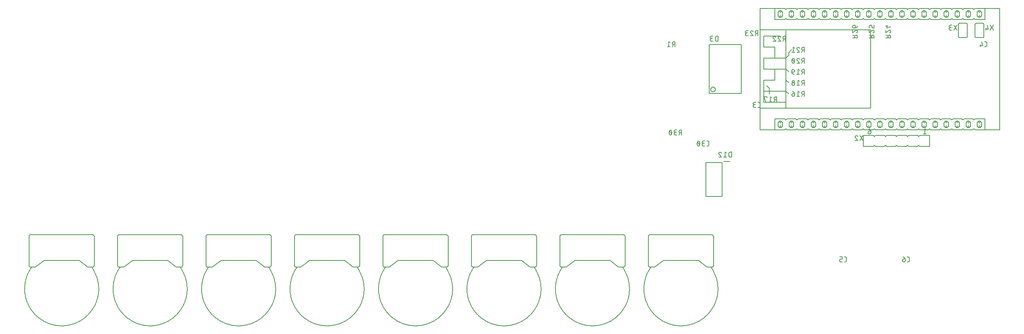
<source format=gbr>
G04 EAGLE Gerber RS-274X export*
G75*
%MOMM*%
%FSLAX34Y34*%
%LPD*%
%INSilkscreen Bottom*%
%IPPOS*%
%AMOC8*
5,1,8,0,0,1.08239X$1,22.5*%
G01*
%ADD10C,0.152400*%
%ADD11C,0.200000*%
%ADD12C,0.127000*%
%ADD13R,0.254000X0.508000*%


D10*
X1739900Y565150D02*
X1739900Y577850D01*
X1733550Y584200D01*
X1778000Y571500D02*
X1784350Y565150D01*
X1784350Y590550D02*
X1778000Y596900D01*
X1778000Y622300D02*
X1746250Y622300D01*
X1778000Y622300D02*
X1784350Y615950D01*
X1778000Y647700D02*
X1746250Y647700D01*
X1778000Y647700D02*
X1784350Y654050D01*
X1784350Y660400D01*
X1790700Y666750D01*
X1715854Y534162D02*
X1713370Y534162D01*
X1715854Y534162D02*
X1715952Y534164D01*
X1716049Y534170D01*
X1716146Y534179D01*
X1716243Y534193D01*
X1716339Y534210D01*
X1716434Y534231D01*
X1716528Y534255D01*
X1716622Y534284D01*
X1716714Y534316D01*
X1716805Y534351D01*
X1716894Y534390D01*
X1716982Y534433D01*
X1717068Y534479D01*
X1717152Y534528D01*
X1717234Y534581D01*
X1717314Y534636D01*
X1717392Y534695D01*
X1717467Y534757D01*
X1717540Y534822D01*
X1717610Y534890D01*
X1717678Y534960D01*
X1717743Y535033D01*
X1717805Y535108D01*
X1717864Y535186D01*
X1717919Y535266D01*
X1717972Y535348D01*
X1718021Y535432D01*
X1718067Y535518D01*
X1718110Y535606D01*
X1718149Y535695D01*
X1718184Y535786D01*
X1718216Y535878D01*
X1718245Y535972D01*
X1718269Y536066D01*
X1718290Y536161D01*
X1718307Y536257D01*
X1718321Y536354D01*
X1718330Y536451D01*
X1718336Y536549D01*
X1718338Y536646D01*
X1718337Y536646D02*
X1718337Y542854D01*
X1718338Y542854D02*
X1718336Y542952D01*
X1718330Y543049D01*
X1718321Y543146D01*
X1718307Y543243D01*
X1718290Y543339D01*
X1718269Y543434D01*
X1718245Y543528D01*
X1718216Y543622D01*
X1718184Y543714D01*
X1718149Y543805D01*
X1718110Y543894D01*
X1718067Y543982D01*
X1718021Y544068D01*
X1717972Y544152D01*
X1717919Y544234D01*
X1717864Y544314D01*
X1717805Y544392D01*
X1717743Y544467D01*
X1717678Y544540D01*
X1717610Y544610D01*
X1717540Y544678D01*
X1717467Y544743D01*
X1717392Y544805D01*
X1717314Y544864D01*
X1717234Y544919D01*
X1717152Y544972D01*
X1717068Y545021D01*
X1716982Y545067D01*
X1716894Y545110D01*
X1716805Y545149D01*
X1716714Y545184D01*
X1716622Y545216D01*
X1716528Y545245D01*
X1716434Y545269D01*
X1716339Y545290D01*
X1716243Y545307D01*
X1716146Y545321D01*
X1716049Y545330D01*
X1715952Y545336D01*
X1715854Y545338D01*
X1713370Y545338D01*
X1708771Y534162D02*
X1705666Y534162D01*
X1705555Y534164D01*
X1705445Y534170D01*
X1705334Y534180D01*
X1705224Y534194D01*
X1705115Y534211D01*
X1705006Y534233D01*
X1704898Y534258D01*
X1704792Y534288D01*
X1704686Y534321D01*
X1704581Y534358D01*
X1704478Y534398D01*
X1704377Y534443D01*
X1704277Y534490D01*
X1704178Y534542D01*
X1704082Y534597D01*
X1703988Y534655D01*
X1703896Y534716D01*
X1703806Y534781D01*
X1703718Y534849D01*
X1703633Y534920D01*
X1703551Y534994D01*
X1703471Y535071D01*
X1703394Y535151D01*
X1703320Y535233D01*
X1703249Y535318D01*
X1703181Y535406D01*
X1703116Y535496D01*
X1703055Y535588D01*
X1702997Y535682D01*
X1702942Y535778D01*
X1702890Y535877D01*
X1702843Y535977D01*
X1702798Y536078D01*
X1702758Y536181D01*
X1702721Y536286D01*
X1702688Y536392D01*
X1702658Y536498D01*
X1702633Y536606D01*
X1702611Y536715D01*
X1702594Y536824D01*
X1702580Y536934D01*
X1702570Y537045D01*
X1702564Y537155D01*
X1702562Y537266D01*
X1702564Y537377D01*
X1702570Y537487D01*
X1702580Y537598D01*
X1702594Y537708D01*
X1702611Y537817D01*
X1702633Y537926D01*
X1702658Y538034D01*
X1702688Y538140D01*
X1702721Y538246D01*
X1702758Y538351D01*
X1702798Y538454D01*
X1702843Y538555D01*
X1702890Y538655D01*
X1702942Y538754D01*
X1702997Y538850D01*
X1703055Y538944D01*
X1703116Y539036D01*
X1703181Y539126D01*
X1703249Y539214D01*
X1703320Y539299D01*
X1703394Y539381D01*
X1703471Y539461D01*
X1703551Y539538D01*
X1703633Y539612D01*
X1703718Y539683D01*
X1703806Y539751D01*
X1703896Y539816D01*
X1703988Y539877D01*
X1704082Y539935D01*
X1704178Y539990D01*
X1704277Y540042D01*
X1704377Y540089D01*
X1704478Y540134D01*
X1704581Y540174D01*
X1704686Y540211D01*
X1704792Y540244D01*
X1704898Y540274D01*
X1705006Y540299D01*
X1705115Y540321D01*
X1705224Y540338D01*
X1705334Y540352D01*
X1705445Y540362D01*
X1705555Y540368D01*
X1705666Y540370D01*
X1705046Y545338D02*
X1708771Y545338D01*
X1705046Y545338D02*
X1704947Y545336D01*
X1704849Y545330D01*
X1704750Y545320D01*
X1704653Y545307D01*
X1704555Y545289D01*
X1704459Y545268D01*
X1704363Y545242D01*
X1704269Y545213D01*
X1704176Y545181D01*
X1704084Y545144D01*
X1703994Y545104D01*
X1703905Y545060D01*
X1703818Y545013D01*
X1703733Y544963D01*
X1703651Y544909D01*
X1703570Y544852D01*
X1703492Y544792D01*
X1703416Y544728D01*
X1703343Y544662D01*
X1703272Y544593D01*
X1703204Y544521D01*
X1703140Y544446D01*
X1703078Y544369D01*
X1703019Y544290D01*
X1702964Y544208D01*
X1702911Y544124D01*
X1702863Y544039D01*
X1702817Y543951D01*
X1702775Y543861D01*
X1702737Y543770D01*
X1702703Y543678D01*
X1702672Y543584D01*
X1702645Y543489D01*
X1702621Y543393D01*
X1702602Y543296D01*
X1702586Y543199D01*
X1702574Y543101D01*
X1702566Y543002D01*
X1702562Y542903D01*
X1702562Y542805D01*
X1702566Y542706D01*
X1702574Y542607D01*
X1702586Y542509D01*
X1702602Y542412D01*
X1702621Y542315D01*
X1702645Y542219D01*
X1702672Y542124D01*
X1702703Y542030D01*
X1702737Y541938D01*
X1702775Y541847D01*
X1702817Y541757D01*
X1702863Y541669D01*
X1702911Y541584D01*
X1702964Y541500D01*
X1703019Y541418D01*
X1703078Y541339D01*
X1703140Y541262D01*
X1703204Y541187D01*
X1703272Y541115D01*
X1703343Y541046D01*
X1703416Y540980D01*
X1703492Y540916D01*
X1703570Y540856D01*
X1703651Y540799D01*
X1703733Y540745D01*
X1703818Y540695D01*
X1703905Y540648D01*
X1703994Y540604D01*
X1704084Y540564D01*
X1704176Y540527D01*
X1704269Y540495D01*
X1704363Y540466D01*
X1704459Y540440D01*
X1704555Y540419D01*
X1704653Y540401D01*
X1704750Y540388D01*
X1704849Y540378D01*
X1704947Y540372D01*
X1705046Y540370D01*
X1705046Y540371D02*
X1707529Y540371D01*
X1598619Y445262D02*
X1596136Y445262D01*
X1598619Y445262D02*
X1598717Y445264D01*
X1598814Y445270D01*
X1598911Y445279D01*
X1599008Y445293D01*
X1599104Y445310D01*
X1599199Y445331D01*
X1599293Y445355D01*
X1599387Y445384D01*
X1599479Y445416D01*
X1599570Y445451D01*
X1599659Y445490D01*
X1599747Y445533D01*
X1599833Y445579D01*
X1599917Y445628D01*
X1599999Y445681D01*
X1600079Y445736D01*
X1600157Y445795D01*
X1600232Y445857D01*
X1600305Y445922D01*
X1600375Y445990D01*
X1600443Y446060D01*
X1600508Y446133D01*
X1600570Y446208D01*
X1600629Y446286D01*
X1600684Y446366D01*
X1600737Y446448D01*
X1600786Y446532D01*
X1600832Y446618D01*
X1600875Y446706D01*
X1600914Y446795D01*
X1600949Y446886D01*
X1600981Y446978D01*
X1601010Y447072D01*
X1601034Y447166D01*
X1601055Y447261D01*
X1601072Y447357D01*
X1601086Y447454D01*
X1601095Y447551D01*
X1601101Y447649D01*
X1601103Y447746D01*
X1601103Y453954D01*
X1601101Y454052D01*
X1601095Y454149D01*
X1601086Y454246D01*
X1601072Y454343D01*
X1601055Y454439D01*
X1601034Y454534D01*
X1601010Y454628D01*
X1600981Y454722D01*
X1600949Y454814D01*
X1600914Y454905D01*
X1600875Y454994D01*
X1600832Y455082D01*
X1600786Y455168D01*
X1600737Y455252D01*
X1600684Y455334D01*
X1600629Y455414D01*
X1600570Y455492D01*
X1600508Y455567D01*
X1600443Y455640D01*
X1600375Y455710D01*
X1600305Y455778D01*
X1600232Y455843D01*
X1600157Y455905D01*
X1600079Y455964D01*
X1599999Y456019D01*
X1599917Y456072D01*
X1599833Y456121D01*
X1599747Y456167D01*
X1599659Y456210D01*
X1599570Y456249D01*
X1599479Y456284D01*
X1599387Y456316D01*
X1599293Y456345D01*
X1599199Y456369D01*
X1599104Y456390D01*
X1599008Y456407D01*
X1598911Y456421D01*
X1598814Y456430D01*
X1598717Y456436D01*
X1598619Y456438D01*
X1596136Y456438D01*
X1591536Y445262D02*
X1588432Y445262D01*
X1588321Y445264D01*
X1588211Y445270D01*
X1588100Y445280D01*
X1587990Y445294D01*
X1587881Y445311D01*
X1587772Y445333D01*
X1587664Y445358D01*
X1587558Y445388D01*
X1587452Y445421D01*
X1587347Y445458D01*
X1587244Y445498D01*
X1587143Y445543D01*
X1587043Y445590D01*
X1586944Y445642D01*
X1586848Y445697D01*
X1586754Y445755D01*
X1586662Y445816D01*
X1586572Y445881D01*
X1586484Y445949D01*
X1586399Y446020D01*
X1586317Y446094D01*
X1586237Y446171D01*
X1586160Y446251D01*
X1586086Y446333D01*
X1586015Y446418D01*
X1585947Y446506D01*
X1585882Y446596D01*
X1585821Y446688D01*
X1585763Y446782D01*
X1585708Y446878D01*
X1585656Y446977D01*
X1585609Y447077D01*
X1585564Y447178D01*
X1585524Y447281D01*
X1585487Y447386D01*
X1585454Y447492D01*
X1585424Y447598D01*
X1585399Y447706D01*
X1585377Y447815D01*
X1585360Y447924D01*
X1585346Y448034D01*
X1585336Y448145D01*
X1585330Y448255D01*
X1585328Y448366D01*
X1585330Y448477D01*
X1585336Y448587D01*
X1585346Y448698D01*
X1585360Y448808D01*
X1585377Y448917D01*
X1585399Y449026D01*
X1585424Y449134D01*
X1585454Y449240D01*
X1585487Y449346D01*
X1585524Y449451D01*
X1585564Y449554D01*
X1585609Y449655D01*
X1585656Y449755D01*
X1585708Y449854D01*
X1585763Y449950D01*
X1585821Y450044D01*
X1585882Y450136D01*
X1585947Y450226D01*
X1586015Y450314D01*
X1586086Y450399D01*
X1586160Y450481D01*
X1586237Y450561D01*
X1586317Y450638D01*
X1586399Y450712D01*
X1586484Y450783D01*
X1586572Y450851D01*
X1586662Y450916D01*
X1586754Y450977D01*
X1586848Y451035D01*
X1586944Y451090D01*
X1587043Y451142D01*
X1587143Y451189D01*
X1587244Y451234D01*
X1587347Y451274D01*
X1587452Y451311D01*
X1587558Y451344D01*
X1587664Y451374D01*
X1587772Y451399D01*
X1587881Y451421D01*
X1587990Y451438D01*
X1588100Y451452D01*
X1588211Y451462D01*
X1588321Y451468D01*
X1588432Y451470D01*
X1587811Y456438D02*
X1591536Y456438D01*
X1587811Y456438D02*
X1587712Y456436D01*
X1587614Y456430D01*
X1587515Y456420D01*
X1587418Y456407D01*
X1587320Y456389D01*
X1587224Y456368D01*
X1587128Y456342D01*
X1587034Y456313D01*
X1586941Y456281D01*
X1586849Y456244D01*
X1586759Y456204D01*
X1586670Y456160D01*
X1586583Y456113D01*
X1586498Y456063D01*
X1586416Y456009D01*
X1586335Y455952D01*
X1586257Y455892D01*
X1586181Y455828D01*
X1586108Y455762D01*
X1586037Y455693D01*
X1585969Y455621D01*
X1585905Y455546D01*
X1585843Y455469D01*
X1585784Y455390D01*
X1585729Y455308D01*
X1585676Y455224D01*
X1585628Y455139D01*
X1585582Y455051D01*
X1585540Y454961D01*
X1585502Y454870D01*
X1585468Y454778D01*
X1585437Y454684D01*
X1585410Y454589D01*
X1585386Y454493D01*
X1585367Y454396D01*
X1585351Y454299D01*
X1585339Y454201D01*
X1585331Y454102D01*
X1585327Y454003D01*
X1585327Y453905D01*
X1585331Y453806D01*
X1585339Y453707D01*
X1585351Y453609D01*
X1585367Y453512D01*
X1585386Y453415D01*
X1585410Y453319D01*
X1585437Y453224D01*
X1585468Y453130D01*
X1585502Y453038D01*
X1585540Y452947D01*
X1585582Y452857D01*
X1585628Y452769D01*
X1585676Y452684D01*
X1585729Y452600D01*
X1585784Y452518D01*
X1585843Y452439D01*
X1585905Y452362D01*
X1585969Y452287D01*
X1586037Y452215D01*
X1586108Y452146D01*
X1586181Y452080D01*
X1586257Y452016D01*
X1586335Y451956D01*
X1586416Y451899D01*
X1586498Y451845D01*
X1586583Y451795D01*
X1586670Y451748D01*
X1586759Y451704D01*
X1586849Y451664D01*
X1586941Y451627D01*
X1587034Y451595D01*
X1587128Y451566D01*
X1587224Y451540D01*
X1587320Y451519D01*
X1587418Y451501D01*
X1587515Y451488D01*
X1587614Y451478D01*
X1587712Y451472D01*
X1587811Y451470D01*
X1587811Y451471D02*
X1590294Y451471D01*
X1580106Y450850D02*
X1580103Y451070D01*
X1580096Y451290D01*
X1580082Y451509D01*
X1580064Y451728D01*
X1580040Y451947D01*
X1580012Y452165D01*
X1579978Y452382D01*
X1579939Y452598D01*
X1579894Y452814D01*
X1579845Y453028D01*
X1579790Y453241D01*
X1579731Y453453D01*
X1579666Y453663D01*
X1579596Y453871D01*
X1579522Y454078D01*
X1579442Y454283D01*
X1579358Y454486D01*
X1579269Y454687D01*
X1579175Y454886D01*
X1579142Y454975D01*
X1579106Y455063D01*
X1579066Y455149D01*
X1579023Y455234D01*
X1578976Y455316D01*
X1578925Y455397D01*
X1578872Y455475D01*
X1578815Y455551D01*
X1578755Y455625D01*
X1578692Y455696D01*
X1578627Y455765D01*
X1578558Y455831D01*
X1578487Y455893D01*
X1578413Y455953D01*
X1578337Y456010D01*
X1578259Y456064D01*
X1578178Y456114D01*
X1578096Y456161D01*
X1578011Y456204D01*
X1577925Y456244D01*
X1577837Y456281D01*
X1577748Y456313D01*
X1577658Y456342D01*
X1577566Y456368D01*
X1577474Y456389D01*
X1577380Y456407D01*
X1577286Y456420D01*
X1577192Y456430D01*
X1577097Y456436D01*
X1577002Y456438D01*
X1576907Y456436D01*
X1576812Y456430D01*
X1576718Y456420D01*
X1576624Y456407D01*
X1576530Y456389D01*
X1576438Y456368D01*
X1576346Y456342D01*
X1576256Y456313D01*
X1576167Y456281D01*
X1576079Y456244D01*
X1575993Y456204D01*
X1575908Y456161D01*
X1575826Y456114D01*
X1575745Y456064D01*
X1575667Y456010D01*
X1575591Y455953D01*
X1575517Y455893D01*
X1575446Y455831D01*
X1575377Y455765D01*
X1575312Y455696D01*
X1575249Y455625D01*
X1575189Y455551D01*
X1575132Y455475D01*
X1575079Y455397D01*
X1575028Y455316D01*
X1574981Y455234D01*
X1574938Y455149D01*
X1574898Y455063D01*
X1574862Y454975D01*
X1574829Y454886D01*
X1574828Y454886D02*
X1574734Y454687D01*
X1574645Y454486D01*
X1574561Y454283D01*
X1574481Y454078D01*
X1574407Y453871D01*
X1574337Y453663D01*
X1574272Y453453D01*
X1574213Y453241D01*
X1574158Y453028D01*
X1574109Y452814D01*
X1574064Y452598D01*
X1574025Y452382D01*
X1573991Y452165D01*
X1573963Y451947D01*
X1573939Y451728D01*
X1573921Y451509D01*
X1573907Y451290D01*
X1573900Y451070D01*
X1573897Y450850D01*
X1580106Y450850D02*
X1580103Y450630D01*
X1580096Y450410D01*
X1580082Y450191D01*
X1580064Y449972D01*
X1580040Y449753D01*
X1580012Y449535D01*
X1579978Y449318D01*
X1579939Y449102D01*
X1579894Y448886D01*
X1579845Y448672D01*
X1579790Y448459D01*
X1579731Y448248D01*
X1579666Y448037D01*
X1579596Y447829D01*
X1579522Y447622D01*
X1579442Y447417D01*
X1579358Y447214D01*
X1579269Y447013D01*
X1579175Y446814D01*
X1579142Y446725D01*
X1579106Y446637D01*
X1579066Y446551D01*
X1579023Y446466D01*
X1578976Y446384D01*
X1578925Y446303D01*
X1578872Y446225D01*
X1578815Y446149D01*
X1578755Y446075D01*
X1578692Y446004D01*
X1578627Y445935D01*
X1578558Y445869D01*
X1578487Y445807D01*
X1578413Y445747D01*
X1578337Y445690D01*
X1578259Y445636D01*
X1578178Y445586D01*
X1578096Y445539D01*
X1578011Y445496D01*
X1577925Y445456D01*
X1577837Y445419D01*
X1577748Y445387D01*
X1577658Y445358D01*
X1577566Y445332D01*
X1577474Y445311D01*
X1577380Y445293D01*
X1577286Y445280D01*
X1577192Y445270D01*
X1577097Y445264D01*
X1577002Y445262D01*
X1574828Y446814D02*
X1574734Y447013D01*
X1574645Y447214D01*
X1574561Y447417D01*
X1574481Y447622D01*
X1574407Y447829D01*
X1574337Y448037D01*
X1574272Y448247D01*
X1574213Y448459D01*
X1574158Y448672D01*
X1574109Y448886D01*
X1574064Y449102D01*
X1574025Y449318D01*
X1573991Y449535D01*
X1573963Y449753D01*
X1573939Y449972D01*
X1573921Y450191D01*
X1573907Y450410D01*
X1573900Y450630D01*
X1573897Y450850D01*
X1574829Y446814D02*
X1574862Y446725D01*
X1574898Y446637D01*
X1574938Y446551D01*
X1574981Y446466D01*
X1575028Y446384D01*
X1575079Y446303D01*
X1575132Y446225D01*
X1575189Y446149D01*
X1575249Y446075D01*
X1575312Y446004D01*
X1575377Y445935D01*
X1575446Y445869D01*
X1575517Y445807D01*
X1575591Y445747D01*
X1575667Y445690D01*
X1575745Y445636D01*
X1575826Y445586D01*
X1575908Y445539D01*
X1575993Y445496D01*
X1576079Y445456D01*
X1576167Y445419D01*
X1576256Y445387D01*
X1576346Y445358D01*
X1576438Y445332D01*
X1576530Y445311D01*
X1576624Y445293D01*
X1576718Y445280D01*
X1576812Y445270D01*
X1576907Y445264D01*
X1577002Y445262D01*
X1579485Y447746D02*
X1574518Y453954D01*
X1605153Y575564D02*
X1605155Y575710D01*
X1605161Y575855D01*
X1605171Y576001D01*
X1605185Y576146D01*
X1605203Y576290D01*
X1605224Y576434D01*
X1605250Y576578D01*
X1605280Y576720D01*
X1605313Y576862D01*
X1605351Y577003D01*
X1605392Y577143D01*
X1605437Y577281D01*
X1605486Y577419D01*
X1605538Y577555D01*
X1605595Y577689D01*
X1605654Y577822D01*
X1605718Y577953D01*
X1605785Y578082D01*
X1605856Y578210D01*
X1605930Y578335D01*
X1606007Y578459D01*
X1606088Y578580D01*
X1606172Y578699D01*
X1606259Y578816D01*
X1606349Y578930D01*
X1606443Y579042D01*
X1606539Y579151D01*
X1606639Y579258D01*
X1606741Y579361D01*
X1606846Y579462D01*
X1606954Y579560D01*
X1607065Y579655D01*
X1607178Y579747D01*
X1607293Y579836D01*
X1607411Y579922D01*
X1607531Y580004D01*
X1607654Y580083D01*
X1607778Y580159D01*
X1607905Y580231D01*
X1608033Y580300D01*
X1608163Y580365D01*
X1608295Y580427D01*
X1608429Y580485D01*
X1608564Y580539D01*
X1608701Y580590D01*
X1608839Y580637D01*
X1608978Y580680D01*
X1609118Y580719D01*
X1609260Y580755D01*
X1609402Y580786D01*
X1609545Y580814D01*
X1609689Y580838D01*
X1609833Y580858D01*
X1609978Y580874D01*
X1610123Y580886D01*
X1610268Y580894D01*
X1610414Y580898D01*
X1610560Y580898D01*
X1610706Y580894D01*
X1610851Y580886D01*
X1610996Y580874D01*
X1611141Y580858D01*
X1611285Y580838D01*
X1611429Y580814D01*
X1611572Y580786D01*
X1611714Y580755D01*
X1611856Y580719D01*
X1611996Y580680D01*
X1612135Y580637D01*
X1612273Y580590D01*
X1612410Y580539D01*
X1612545Y580485D01*
X1612679Y580427D01*
X1612811Y580365D01*
X1612941Y580300D01*
X1613069Y580231D01*
X1613196Y580159D01*
X1613320Y580083D01*
X1613443Y580004D01*
X1613563Y579922D01*
X1613681Y579836D01*
X1613796Y579747D01*
X1613909Y579655D01*
X1614020Y579560D01*
X1614128Y579462D01*
X1614233Y579361D01*
X1614335Y579258D01*
X1614435Y579151D01*
X1614531Y579042D01*
X1614625Y578930D01*
X1614715Y578816D01*
X1614802Y578699D01*
X1614886Y578580D01*
X1614967Y578459D01*
X1615044Y578335D01*
X1615118Y578210D01*
X1615189Y578082D01*
X1615256Y577953D01*
X1615320Y577822D01*
X1615379Y577689D01*
X1615436Y577555D01*
X1615488Y577419D01*
X1615537Y577281D01*
X1615582Y577143D01*
X1615623Y577003D01*
X1615661Y576862D01*
X1615694Y576720D01*
X1615724Y576578D01*
X1615750Y576434D01*
X1615771Y576290D01*
X1615789Y576146D01*
X1615803Y576001D01*
X1615813Y575855D01*
X1615819Y575710D01*
X1615821Y575564D01*
X1615819Y575418D01*
X1615813Y575273D01*
X1615803Y575127D01*
X1615789Y574982D01*
X1615771Y574838D01*
X1615750Y574694D01*
X1615724Y574550D01*
X1615694Y574408D01*
X1615661Y574266D01*
X1615623Y574125D01*
X1615582Y573985D01*
X1615537Y573847D01*
X1615488Y573709D01*
X1615436Y573573D01*
X1615379Y573439D01*
X1615320Y573306D01*
X1615256Y573175D01*
X1615189Y573046D01*
X1615118Y572918D01*
X1615044Y572793D01*
X1614967Y572669D01*
X1614886Y572548D01*
X1614802Y572429D01*
X1614715Y572312D01*
X1614625Y572198D01*
X1614531Y572086D01*
X1614435Y571977D01*
X1614335Y571870D01*
X1614233Y571767D01*
X1614128Y571666D01*
X1614020Y571568D01*
X1613909Y571473D01*
X1613796Y571381D01*
X1613681Y571292D01*
X1613563Y571206D01*
X1613443Y571124D01*
X1613320Y571045D01*
X1613196Y570969D01*
X1613069Y570897D01*
X1612941Y570828D01*
X1612811Y570763D01*
X1612679Y570701D01*
X1612545Y570643D01*
X1612410Y570589D01*
X1612273Y570538D01*
X1612135Y570491D01*
X1611996Y570448D01*
X1611856Y570409D01*
X1611714Y570373D01*
X1611572Y570342D01*
X1611429Y570314D01*
X1611285Y570290D01*
X1611141Y570270D01*
X1610996Y570254D01*
X1610851Y570242D01*
X1610706Y570234D01*
X1610560Y570230D01*
X1610414Y570230D01*
X1610268Y570234D01*
X1610123Y570242D01*
X1609978Y570254D01*
X1609833Y570270D01*
X1609689Y570290D01*
X1609545Y570314D01*
X1609402Y570342D01*
X1609260Y570373D01*
X1609118Y570409D01*
X1608978Y570448D01*
X1608839Y570491D01*
X1608701Y570538D01*
X1608564Y570589D01*
X1608429Y570643D01*
X1608295Y570701D01*
X1608163Y570763D01*
X1608033Y570828D01*
X1607905Y570897D01*
X1607778Y570969D01*
X1607654Y571045D01*
X1607531Y571124D01*
X1607411Y571206D01*
X1607293Y571292D01*
X1607178Y571381D01*
X1607065Y571473D01*
X1606954Y571568D01*
X1606846Y571666D01*
X1606741Y571767D01*
X1606639Y571870D01*
X1606539Y571977D01*
X1606443Y572086D01*
X1606349Y572198D01*
X1606259Y572312D01*
X1606172Y572429D01*
X1606088Y572548D01*
X1606007Y572669D01*
X1605930Y572793D01*
X1605856Y572918D01*
X1605785Y573046D01*
X1605718Y573175D01*
X1605654Y573306D01*
X1605595Y573439D01*
X1605538Y573573D01*
X1605486Y573709D01*
X1605437Y573847D01*
X1605392Y573985D01*
X1605351Y574125D01*
X1605313Y574266D01*
X1605280Y574408D01*
X1605250Y574550D01*
X1605224Y574694D01*
X1605203Y574838D01*
X1605185Y574982D01*
X1605171Y575127D01*
X1605161Y575273D01*
X1605155Y575418D01*
X1605153Y575564D01*
X1601343Y565658D02*
X1601343Y678688D01*
X1675003Y678688D01*
X1675003Y565658D01*
X1601343Y565658D01*
X1621910Y686562D02*
X1621910Y697738D01*
X1618806Y697738D01*
X1618695Y697736D01*
X1618585Y697730D01*
X1618474Y697720D01*
X1618364Y697706D01*
X1618255Y697689D01*
X1618146Y697667D01*
X1618038Y697642D01*
X1617932Y697612D01*
X1617826Y697579D01*
X1617721Y697542D01*
X1617618Y697502D01*
X1617517Y697457D01*
X1617417Y697410D01*
X1617318Y697358D01*
X1617222Y697303D01*
X1617128Y697245D01*
X1617036Y697184D01*
X1616946Y697119D01*
X1616858Y697051D01*
X1616773Y696980D01*
X1616691Y696906D01*
X1616611Y696829D01*
X1616534Y696749D01*
X1616460Y696667D01*
X1616389Y696582D01*
X1616321Y696494D01*
X1616256Y696404D01*
X1616195Y696312D01*
X1616137Y696218D01*
X1616082Y696122D01*
X1616030Y696023D01*
X1615983Y695923D01*
X1615938Y695822D01*
X1615898Y695719D01*
X1615861Y695614D01*
X1615828Y695508D01*
X1615798Y695402D01*
X1615773Y695294D01*
X1615751Y695185D01*
X1615734Y695076D01*
X1615720Y694966D01*
X1615710Y694855D01*
X1615704Y694745D01*
X1615702Y694634D01*
X1615701Y694634D02*
X1615701Y689666D01*
X1615702Y689666D02*
X1615704Y689555D01*
X1615710Y689445D01*
X1615720Y689334D01*
X1615734Y689224D01*
X1615751Y689115D01*
X1615773Y689006D01*
X1615798Y688898D01*
X1615828Y688792D01*
X1615861Y688686D01*
X1615898Y688581D01*
X1615938Y688478D01*
X1615983Y688377D01*
X1616030Y688277D01*
X1616082Y688178D01*
X1616137Y688082D01*
X1616195Y687988D01*
X1616256Y687896D01*
X1616321Y687806D01*
X1616389Y687718D01*
X1616460Y687633D01*
X1616534Y687551D01*
X1616611Y687471D01*
X1616691Y687394D01*
X1616773Y687320D01*
X1616858Y687249D01*
X1616946Y687181D01*
X1617036Y687116D01*
X1617128Y687055D01*
X1617222Y686997D01*
X1617318Y686942D01*
X1617417Y686890D01*
X1617517Y686843D01*
X1617618Y686798D01*
X1617721Y686758D01*
X1617826Y686721D01*
X1617932Y686688D01*
X1618038Y686658D01*
X1618146Y686633D01*
X1618255Y686611D01*
X1618364Y686594D01*
X1618474Y686580D01*
X1618585Y686570D01*
X1618695Y686564D01*
X1618806Y686562D01*
X1621910Y686562D01*
X1610099Y686562D02*
X1606995Y686562D01*
X1606884Y686564D01*
X1606774Y686570D01*
X1606663Y686580D01*
X1606553Y686594D01*
X1606444Y686611D01*
X1606335Y686633D01*
X1606227Y686658D01*
X1606121Y686688D01*
X1606015Y686721D01*
X1605910Y686758D01*
X1605807Y686798D01*
X1605706Y686843D01*
X1605606Y686890D01*
X1605507Y686942D01*
X1605411Y686997D01*
X1605317Y687055D01*
X1605225Y687116D01*
X1605135Y687181D01*
X1605047Y687249D01*
X1604962Y687320D01*
X1604880Y687394D01*
X1604800Y687471D01*
X1604723Y687551D01*
X1604649Y687633D01*
X1604578Y687718D01*
X1604510Y687806D01*
X1604445Y687896D01*
X1604384Y687988D01*
X1604326Y688082D01*
X1604271Y688178D01*
X1604219Y688277D01*
X1604172Y688377D01*
X1604127Y688478D01*
X1604087Y688581D01*
X1604050Y688686D01*
X1604017Y688792D01*
X1603987Y688898D01*
X1603962Y689006D01*
X1603940Y689115D01*
X1603923Y689224D01*
X1603909Y689334D01*
X1603899Y689445D01*
X1603893Y689555D01*
X1603891Y689666D01*
X1603893Y689777D01*
X1603899Y689887D01*
X1603909Y689998D01*
X1603923Y690108D01*
X1603940Y690217D01*
X1603962Y690326D01*
X1603987Y690434D01*
X1604017Y690540D01*
X1604050Y690646D01*
X1604087Y690751D01*
X1604127Y690854D01*
X1604172Y690955D01*
X1604219Y691055D01*
X1604271Y691154D01*
X1604326Y691250D01*
X1604384Y691344D01*
X1604445Y691436D01*
X1604510Y691526D01*
X1604578Y691614D01*
X1604649Y691699D01*
X1604723Y691781D01*
X1604800Y691861D01*
X1604880Y691938D01*
X1604962Y692012D01*
X1605047Y692083D01*
X1605135Y692151D01*
X1605225Y692216D01*
X1605317Y692277D01*
X1605411Y692335D01*
X1605507Y692390D01*
X1605606Y692442D01*
X1605706Y692489D01*
X1605807Y692534D01*
X1605910Y692574D01*
X1606015Y692611D01*
X1606121Y692644D01*
X1606227Y692674D01*
X1606335Y692699D01*
X1606444Y692721D01*
X1606553Y692738D01*
X1606663Y692752D01*
X1606774Y692762D01*
X1606884Y692768D01*
X1606995Y692770D01*
X1606374Y697738D02*
X1610099Y697738D01*
X1606374Y697738D02*
X1606275Y697736D01*
X1606177Y697730D01*
X1606078Y697720D01*
X1605981Y697707D01*
X1605883Y697689D01*
X1605787Y697668D01*
X1605691Y697642D01*
X1605597Y697613D01*
X1605504Y697581D01*
X1605412Y697544D01*
X1605322Y697504D01*
X1605233Y697460D01*
X1605146Y697413D01*
X1605061Y697363D01*
X1604979Y697309D01*
X1604898Y697252D01*
X1604820Y697192D01*
X1604744Y697128D01*
X1604671Y697062D01*
X1604600Y696993D01*
X1604532Y696921D01*
X1604468Y696846D01*
X1604406Y696769D01*
X1604347Y696690D01*
X1604292Y696608D01*
X1604239Y696524D01*
X1604191Y696439D01*
X1604145Y696351D01*
X1604103Y696261D01*
X1604065Y696170D01*
X1604031Y696078D01*
X1604000Y695984D01*
X1603973Y695889D01*
X1603949Y695793D01*
X1603930Y695696D01*
X1603914Y695599D01*
X1603902Y695501D01*
X1603894Y695402D01*
X1603890Y695303D01*
X1603890Y695205D01*
X1603894Y695106D01*
X1603902Y695007D01*
X1603914Y694909D01*
X1603930Y694812D01*
X1603949Y694715D01*
X1603973Y694619D01*
X1604000Y694524D01*
X1604031Y694430D01*
X1604065Y694338D01*
X1604103Y694247D01*
X1604145Y694157D01*
X1604191Y694069D01*
X1604239Y693984D01*
X1604292Y693900D01*
X1604347Y693818D01*
X1604406Y693739D01*
X1604468Y693662D01*
X1604532Y693587D01*
X1604600Y693515D01*
X1604671Y693446D01*
X1604744Y693380D01*
X1604820Y693316D01*
X1604898Y693256D01*
X1604979Y693199D01*
X1605061Y693145D01*
X1605146Y693095D01*
X1605233Y693048D01*
X1605322Y693004D01*
X1605412Y692964D01*
X1605504Y692927D01*
X1605597Y692895D01*
X1605691Y692866D01*
X1605787Y692840D01*
X1605883Y692819D01*
X1605981Y692801D01*
X1606078Y692788D01*
X1606177Y692778D01*
X1606275Y692772D01*
X1606374Y692770D01*
X1606374Y692771D02*
X1608857Y692771D01*
D11*
X1594400Y407300D02*
X1631400Y407300D01*
X1594400Y407300D02*
X1594400Y329300D01*
X1631400Y329300D01*
X1631400Y407300D01*
X1634900Y409800D02*
X1649400Y409800D01*
D10*
X1653025Y419862D02*
X1653025Y431038D01*
X1649921Y431038D01*
X1649810Y431036D01*
X1649700Y431030D01*
X1649589Y431020D01*
X1649479Y431006D01*
X1649370Y430989D01*
X1649261Y430967D01*
X1649153Y430942D01*
X1649047Y430912D01*
X1648941Y430879D01*
X1648836Y430842D01*
X1648733Y430802D01*
X1648632Y430757D01*
X1648532Y430710D01*
X1648433Y430658D01*
X1648337Y430603D01*
X1648243Y430545D01*
X1648151Y430484D01*
X1648061Y430419D01*
X1647973Y430351D01*
X1647888Y430280D01*
X1647806Y430206D01*
X1647726Y430129D01*
X1647649Y430049D01*
X1647575Y429967D01*
X1647504Y429882D01*
X1647436Y429794D01*
X1647371Y429704D01*
X1647310Y429612D01*
X1647252Y429518D01*
X1647197Y429422D01*
X1647145Y429323D01*
X1647098Y429223D01*
X1647053Y429122D01*
X1647013Y429019D01*
X1646976Y428914D01*
X1646943Y428808D01*
X1646913Y428702D01*
X1646888Y428594D01*
X1646866Y428485D01*
X1646849Y428376D01*
X1646835Y428266D01*
X1646825Y428155D01*
X1646819Y428045D01*
X1646817Y427934D01*
X1646816Y427934D02*
X1646816Y422966D01*
X1646817Y422966D02*
X1646819Y422855D01*
X1646825Y422745D01*
X1646835Y422634D01*
X1646849Y422524D01*
X1646866Y422415D01*
X1646888Y422306D01*
X1646913Y422198D01*
X1646943Y422092D01*
X1646976Y421986D01*
X1647013Y421881D01*
X1647053Y421778D01*
X1647098Y421677D01*
X1647145Y421577D01*
X1647197Y421478D01*
X1647252Y421382D01*
X1647310Y421288D01*
X1647371Y421196D01*
X1647436Y421106D01*
X1647504Y421018D01*
X1647575Y420933D01*
X1647649Y420851D01*
X1647726Y420771D01*
X1647806Y420694D01*
X1647888Y420620D01*
X1647973Y420549D01*
X1648061Y420481D01*
X1648151Y420416D01*
X1648243Y420355D01*
X1648337Y420297D01*
X1648433Y420242D01*
X1648532Y420190D01*
X1648632Y420143D01*
X1648733Y420098D01*
X1648836Y420058D01*
X1648941Y420021D01*
X1649047Y419988D01*
X1649153Y419958D01*
X1649261Y419933D01*
X1649370Y419911D01*
X1649479Y419894D01*
X1649589Y419880D01*
X1649700Y419870D01*
X1649810Y419864D01*
X1649921Y419862D01*
X1653025Y419862D01*
X1641214Y428554D02*
X1638110Y431038D01*
X1638110Y419862D01*
X1641214Y419862D02*
X1635005Y419862D01*
X1626369Y431038D02*
X1626265Y431036D01*
X1626160Y431030D01*
X1626056Y431020D01*
X1625953Y431007D01*
X1625850Y430989D01*
X1625747Y430968D01*
X1625646Y430943D01*
X1625545Y430914D01*
X1625446Y430881D01*
X1625348Y430845D01*
X1625252Y430805D01*
X1625157Y430761D01*
X1625063Y430714D01*
X1624972Y430664D01*
X1624883Y430610D01*
X1624795Y430553D01*
X1624710Y430492D01*
X1624627Y430428D01*
X1624547Y430362D01*
X1624469Y430292D01*
X1624393Y430220D01*
X1624321Y430144D01*
X1624251Y430066D01*
X1624185Y429986D01*
X1624121Y429903D01*
X1624060Y429818D01*
X1624003Y429730D01*
X1623949Y429641D01*
X1623899Y429550D01*
X1623852Y429456D01*
X1623808Y429361D01*
X1623768Y429265D01*
X1623732Y429167D01*
X1623699Y429068D01*
X1623670Y428967D01*
X1623645Y428866D01*
X1623624Y428763D01*
X1623606Y428660D01*
X1623593Y428557D01*
X1623583Y428453D01*
X1623577Y428348D01*
X1623575Y428244D01*
X1626369Y431039D02*
X1626488Y431037D01*
X1626606Y431031D01*
X1626725Y431021D01*
X1626843Y431008D01*
X1626960Y430990D01*
X1627077Y430968D01*
X1627193Y430943D01*
X1627308Y430914D01*
X1627423Y430881D01*
X1627536Y430844D01*
X1627647Y430804D01*
X1627758Y430760D01*
X1627866Y430712D01*
X1627973Y430661D01*
X1628079Y430606D01*
X1628182Y430547D01*
X1628284Y430486D01*
X1628383Y430421D01*
X1628481Y430352D01*
X1628575Y430281D01*
X1628668Y430206D01*
X1628758Y430129D01*
X1628845Y430048D01*
X1628930Y429965D01*
X1629012Y429879D01*
X1629091Y429790D01*
X1629167Y429699D01*
X1629240Y429605D01*
X1629309Y429509D01*
X1629376Y429410D01*
X1629439Y429310D01*
X1629499Y429207D01*
X1629556Y429103D01*
X1629608Y428996D01*
X1629658Y428888D01*
X1629704Y428779D01*
X1629746Y428667D01*
X1629784Y428555D01*
X1624506Y426071D02*
X1624431Y426145D01*
X1624359Y426222D01*
X1624289Y426301D01*
X1624222Y426383D01*
X1624158Y426467D01*
X1624097Y426553D01*
X1624039Y426641D01*
X1623984Y426732D01*
X1623932Y426824D01*
X1623884Y426918D01*
X1623839Y427013D01*
X1623797Y427111D01*
X1623759Y427209D01*
X1623724Y427309D01*
X1623693Y427410D01*
X1623666Y427512D01*
X1623642Y427615D01*
X1623621Y427718D01*
X1623605Y427823D01*
X1623592Y427928D01*
X1623582Y428033D01*
X1623577Y428138D01*
X1623575Y428244D01*
X1624506Y426071D02*
X1629784Y419862D01*
X1623575Y419862D01*
D12*
X114300Y31300D02*
X112224Y31325D01*
X110149Y31401D01*
X108076Y31528D01*
X106007Y31705D01*
X103944Y31933D01*
X101886Y32211D01*
X99836Y32540D01*
X97794Y32918D01*
X95762Y33346D01*
X93741Y33824D01*
X91733Y34350D01*
X89738Y34926D01*
X87758Y35550D01*
X85793Y36223D01*
X83845Y36943D01*
X81916Y37711D01*
X80006Y38525D01*
X78117Y39386D01*
X76249Y40293D01*
X74403Y41245D01*
X72582Y42242D01*
X70786Y43283D01*
X69015Y44368D01*
X67271Y45495D01*
X65556Y46665D01*
X63870Y47877D01*
X62213Y49129D01*
X60588Y50421D01*
X58995Y51753D01*
X57435Y53123D01*
X55908Y54531D01*
X54417Y55976D01*
X52961Y57456D01*
X51542Y58972D01*
X50161Y60522D01*
X48817Y62106D01*
X47513Y63721D01*
X46249Y65368D01*
X45025Y67046D01*
X43843Y68753D01*
X42702Y70488D01*
X41605Y72250D01*
X40550Y74039D01*
X39540Y75853D01*
X38574Y77691D01*
X37654Y79553D01*
X36779Y81436D01*
X35951Y83340D01*
X35169Y85263D01*
X34434Y87206D01*
X33748Y89165D01*
X33109Y91141D01*
X32518Y93132D01*
X31977Y95136D01*
X31485Y97153D01*
X31042Y99182D01*
X30648Y101221D01*
X30305Y103268D01*
X30012Y105324D01*
X29769Y107386D01*
X29576Y109454D01*
X29434Y111525D01*
X29343Y113600D01*
X29302Y115676D01*
X29312Y117752D01*
X29373Y119828D01*
X29485Y121901D01*
X29647Y123971D01*
X29859Y126036D01*
X30123Y128096D01*
X30436Y130149D01*
X30799Y132193D01*
X31212Y134228D01*
X31675Y136252D01*
X32187Y138265D01*
X32748Y140264D01*
X33358Y142249D01*
X34016Y144218D01*
X34721Y146171D01*
X35475Y148106D01*
X36275Y150022D01*
X37122Y151917D01*
X38015Y153792D01*
X38954Y155644D01*
X39937Y157473D01*
X40965Y159277D01*
X42037Y161055D01*
X43152Y162807D01*
X44309Y164531D01*
X45508Y166227D01*
X183092Y166227D02*
X184291Y164531D01*
X185448Y162807D01*
X186563Y161055D01*
X187635Y159277D01*
X188663Y157473D01*
X189646Y155644D01*
X190585Y153792D01*
X191478Y151917D01*
X192325Y150022D01*
X193125Y148106D01*
X193879Y146171D01*
X194584Y144218D01*
X195242Y142249D01*
X195852Y140264D01*
X196413Y138265D01*
X196925Y136252D01*
X197388Y134228D01*
X197801Y132193D01*
X198164Y130149D01*
X198477Y128096D01*
X198741Y126036D01*
X198953Y123971D01*
X199115Y121901D01*
X199227Y119828D01*
X199288Y117752D01*
X199298Y115676D01*
X199257Y113600D01*
X199166Y111525D01*
X199024Y109454D01*
X198831Y107386D01*
X198588Y105324D01*
X198295Y103268D01*
X197952Y101221D01*
X197558Y99182D01*
X197115Y97153D01*
X196623Y95136D01*
X196082Y93132D01*
X195491Y91141D01*
X194852Y89165D01*
X194166Y87206D01*
X193431Y85263D01*
X192649Y83340D01*
X191821Y81436D01*
X190946Y79553D01*
X190026Y77691D01*
X189060Y75853D01*
X188050Y74039D01*
X186995Y72250D01*
X185898Y70488D01*
X184757Y68753D01*
X183575Y67046D01*
X182351Y65368D01*
X181087Y63721D01*
X179783Y62106D01*
X178439Y60522D01*
X177058Y58972D01*
X175639Y57456D01*
X174183Y55976D01*
X172692Y54531D01*
X171165Y53123D01*
X169605Y51753D01*
X168012Y50421D01*
X166387Y49129D01*
X164730Y47877D01*
X163044Y46665D01*
X161329Y45495D01*
X159585Y44368D01*
X157814Y43283D01*
X156018Y42242D01*
X154197Y41245D01*
X152351Y40293D01*
X150483Y39386D01*
X148594Y38525D01*
X146684Y37711D01*
X144755Y36943D01*
X142807Y36223D01*
X140842Y35550D01*
X138862Y34926D01*
X136867Y34350D01*
X134859Y33824D01*
X132838Y33346D01*
X130806Y32918D01*
X128764Y32540D01*
X126714Y32211D01*
X124656Y31933D01*
X122593Y31705D01*
X120524Y31528D01*
X118451Y31401D01*
X116376Y31325D01*
X114300Y31300D01*
X189300Y236300D02*
X189298Y236440D01*
X189292Y236580D01*
X189282Y236720D01*
X189269Y236860D01*
X189251Y236999D01*
X189229Y237138D01*
X189204Y237275D01*
X189175Y237413D01*
X189142Y237549D01*
X189105Y237684D01*
X189064Y237818D01*
X189019Y237951D01*
X188971Y238083D01*
X188919Y238213D01*
X188864Y238342D01*
X188805Y238469D01*
X188742Y238595D01*
X188676Y238719D01*
X188607Y238840D01*
X188534Y238960D01*
X188457Y239078D01*
X188378Y239193D01*
X188295Y239307D01*
X188209Y239417D01*
X188120Y239526D01*
X188028Y239632D01*
X187933Y239735D01*
X187836Y239836D01*
X187735Y239933D01*
X187632Y240028D01*
X187526Y240120D01*
X187417Y240209D01*
X187307Y240295D01*
X187193Y240378D01*
X187078Y240457D01*
X186960Y240534D01*
X186840Y240607D01*
X186719Y240676D01*
X186595Y240742D01*
X186469Y240805D01*
X186342Y240864D01*
X186213Y240919D01*
X186083Y240971D01*
X185951Y241019D01*
X185818Y241064D01*
X185684Y241105D01*
X185549Y241142D01*
X185413Y241175D01*
X185275Y241204D01*
X185138Y241229D01*
X184999Y241251D01*
X184860Y241269D01*
X184720Y241282D01*
X184580Y241292D01*
X184440Y241298D01*
X184300Y241300D01*
X44300Y241300D01*
X44160Y241298D01*
X44020Y241292D01*
X43880Y241282D01*
X43740Y241269D01*
X43601Y241251D01*
X43462Y241229D01*
X43325Y241204D01*
X43187Y241175D01*
X43051Y241142D01*
X42916Y241105D01*
X42782Y241064D01*
X42649Y241019D01*
X42517Y240971D01*
X42387Y240919D01*
X42258Y240864D01*
X42131Y240805D01*
X42005Y240742D01*
X41881Y240676D01*
X41760Y240607D01*
X41640Y240534D01*
X41522Y240457D01*
X41407Y240378D01*
X41293Y240295D01*
X41183Y240209D01*
X41074Y240120D01*
X40968Y240028D01*
X40865Y239933D01*
X40764Y239836D01*
X40667Y239735D01*
X40572Y239632D01*
X40480Y239526D01*
X40391Y239417D01*
X40305Y239307D01*
X40222Y239193D01*
X40143Y239078D01*
X40066Y238960D01*
X39993Y238840D01*
X39924Y238719D01*
X39858Y238595D01*
X39795Y238469D01*
X39736Y238342D01*
X39681Y238213D01*
X39629Y238083D01*
X39581Y237951D01*
X39536Y237818D01*
X39495Y237684D01*
X39458Y237549D01*
X39425Y237413D01*
X39396Y237275D01*
X39371Y237138D01*
X39349Y236999D01*
X39331Y236860D01*
X39318Y236720D01*
X39308Y236580D01*
X39302Y236440D01*
X39300Y236300D01*
X39300Y171300D01*
X39302Y171160D01*
X39308Y171020D01*
X39318Y170880D01*
X39331Y170740D01*
X39349Y170601D01*
X39371Y170462D01*
X39396Y170325D01*
X39425Y170187D01*
X39458Y170051D01*
X39495Y169916D01*
X39536Y169782D01*
X39581Y169649D01*
X39629Y169517D01*
X39681Y169387D01*
X39736Y169258D01*
X39795Y169131D01*
X39858Y169005D01*
X39924Y168881D01*
X39993Y168760D01*
X40066Y168640D01*
X40143Y168522D01*
X40222Y168407D01*
X40305Y168293D01*
X40391Y168183D01*
X40480Y168074D01*
X40572Y167968D01*
X40667Y167865D01*
X40764Y167764D01*
X40865Y167667D01*
X40968Y167572D01*
X41074Y167480D01*
X41183Y167391D01*
X41293Y167305D01*
X41407Y167222D01*
X41522Y167143D01*
X41640Y167066D01*
X41760Y166993D01*
X41881Y166924D01*
X42005Y166858D01*
X42131Y166795D01*
X42258Y166736D01*
X42387Y166681D01*
X42517Y166629D01*
X42649Y166581D01*
X42782Y166536D01*
X42916Y166495D01*
X43051Y166458D01*
X43187Y166425D01*
X43325Y166396D01*
X43462Y166371D01*
X43601Y166349D01*
X43740Y166331D01*
X43880Y166318D01*
X44020Y166308D01*
X44160Y166302D01*
X44300Y166300D01*
X189300Y171300D02*
X189300Y236300D01*
X189300Y171300D02*
X189298Y171160D01*
X189292Y171020D01*
X189282Y170880D01*
X189269Y170740D01*
X189251Y170601D01*
X189229Y170462D01*
X189204Y170325D01*
X189175Y170187D01*
X189142Y170051D01*
X189105Y169916D01*
X189064Y169782D01*
X189019Y169649D01*
X188971Y169517D01*
X188919Y169387D01*
X188864Y169258D01*
X188805Y169131D01*
X188742Y169005D01*
X188676Y168881D01*
X188607Y168760D01*
X188534Y168640D01*
X188457Y168522D01*
X188378Y168407D01*
X188295Y168293D01*
X188209Y168183D01*
X188120Y168074D01*
X188028Y167968D01*
X187933Y167865D01*
X187836Y167764D01*
X187735Y167667D01*
X187632Y167572D01*
X187526Y167480D01*
X187417Y167391D01*
X187307Y167305D01*
X187193Y167222D01*
X187078Y167143D01*
X186960Y167066D01*
X186840Y166993D01*
X186719Y166924D01*
X186595Y166858D01*
X186469Y166795D01*
X186342Y166736D01*
X186213Y166681D01*
X186083Y166629D01*
X185951Y166581D01*
X185818Y166536D01*
X185684Y166495D01*
X185549Y166458D01*
X185413Y166425D01*
X185275Y166396D01*
X185138Y166371D01*
X184999Y166349D01*
X184860Y166331D01*
X184720Y166318D01*
X184580Y166308D01*
X184440Y166302D01*
X184300Y166300D01*
X174300Y166300D01*
X154300Y181300D01*
X74300Y181300D01*
X54300Y166300D01*
X44300Y166300D01*
D10*
X1538488Y470662D02*
X1538488Y481838D01*
X1535384Y481838D01*
X1535273Y481836D01*
X1535163Y481830D01*
X1535052Y481820D01*
X1534942Y481806D01*
X1534833Y481789D01*
X1534724Y481767D01*
X1534616Y481742D01*
X1534510Y481712D01*
X1534404Y481679D01*
X1534299Y481642D01*
X1534196Y481602D01*
X1534095Y481557D01*
X1533995Y481510D01*
X1533896Y481458D01*
X1533800Y481403D01*
X1533706Y481345D01*
X1533614Y481284D01*
X1533524Y481219D01*
X1533436Y481151D01*
X1533351Y481080D01*
X1533269Y481006D01*
X1533189Y480929D01*
X1533112Y480849D01*
X1533038Y480767D01*
X1532967Y480682D01*
X1532899Y480594D01*
X1532834Y480504D01*
X1532773Y480412D01*
X1532715Y480318D01*
X1532660Y480222D01*
X1532608Y480123D01*
X1532561Y480023D01*
X1532516Y479922D01*
X1532476Y479819D01*
X1532439Y479714D01*
X1532406Y479608D01*
X1532376Y479502D01*
X1532351Y479394D01*
X1532329Y479285D01*
X1532312Y479176D01*
X1532298Y479066D01*
X1532288Y478955D01*
X1532282Y478845D01*
X1532280Y478734D01*
X1532282Y478623D01*
X1532288Y478513D01*
X1532298Y478402D01*
X1532312Y478292D01*
X1532329Y478183D01*
X1532351Y478074D01*
X1532376Y477966D01*
X1532406Y477860D01*
X1532439Y477754D01*
X1532476Y477649D01*
X1532516Y477546D01*
X1532561Y477445D01*
X1532608Y477345D01*
X1532660Y477246D01*
X1532715Y477150D01*
X1532773Y477056D01*
X1532834Y476964D01*
X1532899Y476874D01*
X1532967Y476786D01*
X1533038Y476701D01*
X1533112Y476619D01*
X1533189Y476539D01*
X1533269Y476462D01*
X1533351Y476388D01*
X1533436Y476317D01*
X1533524Y476249D01*
X1533614Y476184D01*
X1533706Y476123D01*
X1533800Y476065D01*
X1533896Y476010D01*
X1533995Y475958D01*
X1534095Y475911D01*
X1534196Y475866D01*
X1534299Y475826D01*
X1534404Y475789D01*
X1534510Y475756D01*
X1534616Y475726D01*
X1534724Y475701D01*
X1534833Y475679D01*
X1534942Y475662D01*
X1535052Y475648D01*
X1535163Y475638D01*
X1535273Y475632D01*
X1535384Y475630D01*
X1535384Y475629D02*
X1538488Y475629D01*
X1534763Y475629D02*
X1532280Y470662D01*
X1527150Y470662D02*
X1524046Y470662D01*
X1523935Y470664D01*
X1523825Y470670D01*
X1523714Y470680D01*
X1523604Y470694D01*
X1523495Y470711D01*
X1523386Y470733D01*
X1523278Y470758D01*
X1523172Y470788D01*
X1523066Y470821D01*
X1522961Y470858D01*
X1522858Y470898D01*
X1522757Y470943D01*
X1522657Y470990D01*
X1522558Y471042D01*
X1522462Y471097D01*
X1522368Y471155D01*
X1522276Y471216D01*
X1522186Y471281D01*
X1522098Y471349D01*
X1522013Y471420D01*
X1521931Y471494D01*
X1521851Y471571D01*
X1521774Y471651D01*
X1521700Y471733D01*
X1521629Y471818D01*
X1521561Y471906D01*
X1521496Y471996D01*
X1521435Y472088D01*
X1521377Y472182D01*
X1521322Y472278D01*
X1521270Y472377D01*
X1521223Y472477D01*
X1521178Y472578D01*
X1521138Y472681D01*
X1521101Y472786D01*
X1521068Y472892D01*
X1521038Y472998D01*
X1521013Y473106D01*
X1520991Y473215D01*
X1520974Y473324D01*
X1520960Y473434D01*
X1520950Y473545D01*
X1520944Y473655D01*
X1520942Y473766D01*
X1520944Y473877D01*
X1520950Y473987D01*
X1520960Y474098D01*
X1520974Y474208D01*
X1520991Y474317D01*
X1521013Y474426D01*
X1521038Y474534D01*
X1521068Y474640D01*
X1521101Y474746D01*
X1521138Y474851D01*
X1521178Y474954D01*
X1521223Y475055D01*
X1521270Y475155D01*
X1521322Y475254D01*
X1521377Y475350D01*
X1521435Y475444D01*
X1521496Y475536D01*
X1521561Y475626D01*
X1521629Y475714D01*
X1521700Y475799D01*
X1521774Y475881D01*
X1521851Y475961D01*
X1521931Y476038D01*
X1522013Y476112D01*
X1522098Y476183D01*
X1522186Y476251D01*
X1522276Y476316D01*
X1522368Y476377D01*
X1522462Y476435D01*
X1522558Y476490D01*
X1522657Y476542D01*
X1522757Y476589D01*
X1522858Y476634D01*
X1522961Y476674D01*
X1523066Y476711D01*
X1523172Y476744D01*
X1523278Y476774D01*
X1523386Y476799D01*
X1523495Y476821D01*
X1523604Y476838D01*
X1523714Y476852D01*
X1523825Y476862D01*
X1523935Y476868D01*
X1524046Y476870D01*
X1523425Y481838D02*
X1527150Y481838D01*
X1523425Y481838D02*
X1523326Y481836D01*
X1523228Y481830D01*
X1523129Y481820D01*
X1523032Y481807D01*
X1522934Y481789D01*
X1522838Y481768D01*
X1522742Y481742D01*
X1522648Y481713D01*
X1522555Y481681D01*
X1522463Y481644D01*
X1522373Y481604D01*
X1522284Y481560D01*
X1522197Y481513D01*
X1522112Y481463D01*
X1522030Y481409D01*
X1521949Y481352D01*
X1521871Y481292D01*
X1521795Y481228D01*
X1521722Y481162D01*
X1521651Y481093D01*
X1521583Y481021D01*
X1521519Y480946D01*
X1521457Y480869D01*
X1521398Y480790D01*
X1521343Y480708D01*
X1521290Y480624D01*
X1521242Y480539D01*
X1521196Y480451D01*
X1521154Y480361D01*
X1521116Y480270D01*
X1521082Y480178D01*
X1521051Y480084D01*
X1521024Y479989D01*
X1521000Y479893D01*
X1520981Y479796D01*
X1520965Y479699D01*
X1520953Y479601D01*
X1520945Y479502D01*
X1520941Y479403D01*
X1520941Y479305D01*
X1520945Y479206D01*
X1520953Y479107D01*
X1520965Y479009D01*
X1520981Y478912D01*
X1521000Y478815D01*
X1521024Y478719D01*
X1521051Y478624D01*
X1521082Y478530D01*
X1521116Y478438D01*
X1521154Y478347D01*
X1521196Y478257D01*
X1521242Y478169D01*
X1521290Y478084D01*
X1521343Y478000D01*
X1521398Y477918D01*
X1521457Y477839D01*
X1521519Y477762D01*
X1521583Y477687D01*
X1521651Y477615D01*
X1521722Y477546D01*
X1521795Y477480D01*
X1521871Y477416D01*
X1521949Y477356D01*
X1522030Y477299D01*
X1522112Y477245D01*
X1522197Y477195D01*
X1522284Y477148D01*
X1522373Y477104D01*
X1522463Y477064D01*
X1522555Y477027D01*
X1522648Y476995D01*
X1522742Y476966D01*
X1522838Y476940D01*
X1522934Y476919D01*
X1523032Y476901D01*
X1523129Y476888D01*
X1523228Y476878D01*
X1523326Y476872D01*
X1523425Y476870D01*
X1523425Y476871D02*
X1525909Y476871D01*
X1515721Y476250D02*
X1515718Y476470D01*
X1515711Y476690D01*
X1515697Y476909D01*
X1515679Y477128D01*
X1515655Y477347D01*
X1515627Y477565D01*
X1515593Y477782D01*
X1515554Y477998D01*
X1515509Y478214D01*
X1515460Y478428D01*
X1515405Y478641D01*
X1515346Y478853D01*
X1515281Y479063D01*
X1515211Y479271D01*
X1515137Y479478D01*
X1515057Y479683D01*
X1514973Y479886D01*
X1514884Y480087D01*
X1514790Y480286D01*
X1514789Y480286D02*
X1514756Y480375D01*
X1514720Y480463D01*
X1514680Y480549D01*
X1514637Y480634D01*
X1514590Y480716D01*
X1514539Y480797D01*
X1514486Y480875D01*
X1514429Y480951D01*
X1514369Y481025D01*
X1514306Y481096D01*
X1514241Y481165D01*
X1514172Y481231D01*
X1514101Y481293D01*
X1514027Y481353D01*
X1513951Y481410D01*
X1513873Y481464D01*
X1513792Y481514D01*
X1513710Y481561D01*
X1513625Y481604D01*
X1513539Y481644D01*
X1513451Y481681D01*
X1513362Y481713D01*
X1513272Y481742D01*
X1513180Y481768D01*
X1513088Y481789D01*
X1512994Y481807D01*
X1512900Y481820D01*
X1512806Y481830D01*
X1512711Y481836D01*
X1512616Y481838D01*
X1512521Y481836D01*
X1512426Y481830D01*
X1512332Y481820D01*
X1512238Y481807D01*
X1512144Y481789D01*
X1512052Y481768D01*
X1511960Y481742D01*
X1511870Y481713D01*
X1511781Y481681D01*
X1511693Y481644D01*
X1511607Y481604D01*
X1511522Y481561D01*
X1511440Y481514D01*
X1511359Y481464D01*
X1511281Y481410D01*
X1511205Y481353D01*
X1511131Y481293D01*
X1511060Y481231D01*
X1510991Y481165D01*
X1510926Y481096D01*
X1510863Y481025D01*
X1510803Y480951D01*
X1510746Y480875D01*
X1510693Y480797D01*
X1510642Y480716D01*
X1510595Y480634D01*
X1510552Y480549D01*
X1510512Y480463D01*
X1510476Y480375D01*
X1510443Y480286D01*
X1510442Y480286D02*
X1510348Y480087D01*
X1510259Y479886D01*
X1510175Y479683D01*
X1510095Y479478D01*
X1510021Y479271D01*
X1509951Y479063D01*
X1509886Y478853D01*
X1509827Y478641D01*
X1509772Y478428D01*
X1509723Y478214D01*
X1509678Y477998D01*
X1509639Y477782D01*
X1509605Y477565D01*
X1509577Y477347D01*
X1509553Y477128D01*
X1509535Y476909D01*
X1509521Y476690D01*
X1509514Y476470D01*
X1509511Y476250D01*
X1515720Y476250D02*
X1515717Y476030D01*
X1515710Y475810D01*
X1515696Y475591D01*
X1515678Y475372D01*
X1515654Y475153D01*
X1515626Y474935D01*
X1515592Y474718D01*
X1515553Y474502D01*
X1515508Y474286D01*
X1515459Y474072D01*
X1515404Y473859D01*
X1515345Y473648D01*
X1515280Y473437D01*
X1515210Y473229D01*
X1515136Y473022D01*
X1515056Y472817D01*
X1514972Y472614D01*
X1514883Y472413D01*
X1514789Y472214D01*
X1514756Y472125D01*
X1514720Y472037D01*
X1514680Y471951D01*
X1514637Y471866D01*
X1514590Y471784D01*
X1514539Y471703D01*
X1514486Y471625D01*
X1514429Y471549D01*
X1514369Y471475D01*
X1514306Y471404D01*
X1514241Y471335D01*
X1514172Y471269D01*
X1514101Y471207D01*
X1514027Y471147D01*
X1513951Y471090D01*
X1513873Y471036D01*
X1513792Y470986D01*
X1513710Y470939D01*
X1513625Y470896D01*
X1513539Y470856D01*
X1513451Y470819D01*
X1513362Y470787D01*
X1513272Y470758D01*
X1513180Y470732D01*
X1513088Y470711D01*
X1512994Y470693D01*
X1512900Y470680D01*
X1512806Y470670D01*
X1512711Y470664D01*
X1512616Y470662D01*
X1510442Y472214D02*
X1510348Y472413D01*
X1510259Y472614D01*
X1510175Y472817D01*
X1510095Y473022D01*
X1510021Y473229D01*
X1509951Y473437D01*
X1509886Y473647D01*
X1509827Y473859D01*
X1509772Y474072D01*
X1509723Y474286D01*
X1509678Y474502D01*
X1509639Y474718D01*
X1509605Y474935D01*
X1509577Y475153D01*
X1509553Y475372D01*
X1509535Y475591D01*
X1509521Y475810D01*
X1509514Y476030D01*
X1509511Y476250D01*
X1510443Y472214D02*
X1510476Y472125D01*
X1510512Y472037D01*
X1510552Y471951D01*
X1510595Y471866D01*
X1510642Y471784D01*
X1510693Y471703D01*
X1510746Y471625D01*
X1510803Y471549D01*
X1510863Y471475D01*
X1510926Y471404D01*
X1510991Y471335D01*
X1511060Y471269D01*
X1511131Y471207D01*
X1511205Y471147D01*
X1511281Y471090D01*
X1511359Y471036D01*
X1511440Y470986D01*
X1511522Y470939D01*
X1511607Y470896D01*
X1511693Y470856D01*
X1511781Y470819D01*
X1511870Y470787D01*
X1511960Y470758D01*
X1512052Y470732D01*
X1512144Y470711D01*
X1512238Y470693D01*
X1512332Y470680D01*
X1512426Y470670D01*
X1512521Y470664D01*
X1512616Y470662D01*
X1515100Y473146D02*
X1510132Y479354D01*
X1820439Y559562D02*
X1820439Y570738D01*
X1817334Y570738D01*
X1817223Y570736D01*
X1817113Y570730D01*
X1817002Y570720D01*
X1816892Y570706D01*
X1816783Y570689D01*
X1816674Y570667D01*
X1816566Y570642D01*
X1816460Y570612D01*
X1816354Y570579D01*
X1816249Y570542D01*
X1816146Y570502D01*
X1816045Y570457D01*
X1815945Y570410D01*
X1815846Y570358D01*
X1815750Y570303D01*
X1815656Y570245D01*
X1815564Y570184D01*
X1815474Y570119D01*
X1815386Y570051D01*
X1815301Y569980D01*
X1815219Y569906D01*
X1815139Y569829D01*
X1815062Y569749D01*
X1814988Y569667D01*
X1814917Y569582D01*
X1814849Y569494D01*
X1814784Y569404D01*
X1814723Y569312D01*
X1814665Y569218D01*
X1814610Y569122D01*
X1814558Y569023D01*
X1814511Y568923D01*
X1814466Y568822D01*
X1814426Y568719D01*
X1814389Y568614D01*
X1814356Y568508D01*
X1814326Y568402D01*
X1814301Y568294D01*
X1814279Y568185D01*
X1814262Y568076D01*
X1814248Y567966D01*
X1814238Y567855D01*
X1814232Y567745D01*
X1814230Y567634D01*
X1814232Y567523D01*
X1814238Y567413D01*
X1814248Y567302D01*
X1814262Y567192D01*
X1814279Y567083D01*
X1814301Y566974D01*
X1814326Y566866D01*
X1814356Y566760D01*
X1814389Y566654D01*
X1814426Y566549D01*
X1814466Y566446D01*
X1814511Y566345D01*
X1814558Y566245D01*
X1814610Y566146D01*
X1814665Y566050D01*
X1814723Y565956D01*
X1814784Y565864D01*
X1814849Y565774D01*
X1814917Y565686D01*
X1814988Y565601D01*
X1815062Y565519D01*
X1815139Y565439D01*
X1815219Y565362D01*
X1815301Y565288D01*
X1815386Y565217D01*
X1815474Y565149D01*
X1815564Y565084D01*
X1815656Y565023D01*
X1815750Y564965D01*
X1815846Y564910D01*
X1815945Y564858D01*
X1816045Y564811D01*
X1816146Y564766D01*
X1816249Y564726D01*
X1816354Y564689D01*
X1816460Y564656D01*
X1816566Y564626D01*
X1816674Y564601D01*
X1816783Y564579D01*
X1816892Y564562D01*
X1817002Y564548D01*
X1817113Y564538D01*
X1817223Y564532D01*
X1817334Y564530D01*
X1817334Y564529D02*
X1820439Y564529D01*
X1816714Y564529D02*
X1814230Y559562D01*
X1809101Y568254D02*
X1805996Y570738D01*
X1805996Y559562D01*
X1802892Y559562D02*
X1809101Y559562D01*
X1797671Y565771D02*
X1793946Y565771D01*
X1793848Y565769D01*
X1793751Y565763D01*
X1793654Y565754D01*
X1793557Y565740D01*
X1793461Y565723D01*
X1793366Y565702D01*
X1793272Y565678D01*
X1793178Y565649D01*
X1793086Y565617D01*
X1792995Y565582D01*
X1792906Y565543D01*
X1792818Y565500D01*
X1792732Y565454D01*
X1792648Y565405D01*
X1792566Y565352D01*
X1792486Y565297D01*
X1792408Y565238D01*
X1792333Y565176D01*
X1792260Y565111D01*
X1792190Y565043D01*
X1792122Y564973D01*
X1792057Y564900D01*
X1791995Y564825D01*
X1791936Y564747D01*
X1791881Y564667D01*
X1791828Y564585D01*
X1791779Y564501D01*
X1791733Y564415D01*
X1791690Y564327D01*
X1791651Y564238D01*
X1791616Y564147D01*
X1791584Y564055D01*
X1791555Y563961D01*
X1791531Y563867D01*
X1791510Y563772D01*
X1791493Y563676D01*
X1791479Y563579D01*
X1791470Y563482D01*
X1791464Y563385D01*
X1791462Y563287D01*
X1791462Y562666D01*
X1791464Y562555D01*
X1791470Y562445D01*
X1791480Y562334D01*
X1791494Y562224D01*
X1791511Y562115D01*
X1791533Y562006D01*
X1791558Y561898D01*
X1791588Y561792D01*
X1791621Y561686D01*
X1791658Y561581D01*
X1791698Y561478D01*
X1791743Y561377D01*
X1791790Y561277D01*
X1791842Y561178D01*
X1791897Y561082D01*
X1791955Y560988D01*
X1792016Y560896D01*
X1792081Y560806D01*
X1792149Y560718D01*
X1792220Y560633D01*
X1792294Y560551D01*
X1792371Y560471D01*
X1792451Y560394D01*
X1792533Y560320D01*
X1792618Y560249D01*
X1792706Y560181D01*
X1792796Y560116D01*
X1792888Y560055D01*
X1792982Y559997D01*
X1793078Y559942D01*
X1793177Y559890D01*
X1793277Y559843D01*
X1793378Y559798D01*
X1793481Y559758D01*
X1793586Y559721D01*
X1793692Y559688D01*
X1793798Y559658D01*
X1793906Y559633D01*
X1794015Y559611D01*
X1794124Y559594D01*
X1794234Y559580D01*
X1794345Y559570D01*
X1794455Y559564D01*
X1794566Y559562D01*
X1794677Y559564D01*
X1794787Y559570D01*
X1794898Y559580D01*
X1795008Y559594D01*
X1795117Y559611D01*
X1795226Y559633D01*
X1795334Y559658D01*
X1795440Y559688D01*
X1795546Y559721D01*
X1795651Y559758D01*
X1795754Y559798D01*
X1795855Y559843D01*
X1795955Y559890D01*
X1796054Y559942D01*
X1796150Y559997D01*
X1796244Y560055D01*
X1796336Y560116D01*
X1796426Y560181D01*
X1796514Y560249D01*
X1796599Y560320D01*
X1796681Y560394D01*
X1796761Y560471D01*
X1796838Y560551D01*
X1796912Y560633D01*
X1796983Y560718D01*
X1797051Y560806D01*
X1797116Y560896D01*
X1797177Y560988D01*
X1797235Y561082D01*
X1797290Y561178D01*
X1797342Y561277D01*
X1797389Y561377D01*
X1797434Y561478D01*
X1797474Y561581D01*
X1797511Y561686D01*
X1797544Y561792D01*
X1797574Y561898D01*
X1797599Y562006D01*
X1797621Y562115D01*
X1797638Y562224D01*
X1797652Y562334D01*
X1797662Y562445D01*
X1797668Y562555D01*
X1797670Y562666D01*
X1797671Y562666D02*
X1797671Y565771D01*
X1797669Y565910D01*
X1797663Y566049D01*
X1797653Y566188D01*
X1797640Y566327D01*
X1797622Y566465D01*
X1797601Y566603D01*
X1797576Y566740D01*
X1797546Y566876D01*
X1797514Y567012D01*
X1797477Y567146D01*
X1797436Y567279D01*
X1797392Y567411D01*
X1797344Y567542D01*
X1797293Y567672D01*
X1797238Y567800D01*
X1797179Y567926D01*
X1797117Y568051D01*
X1797051Y568174D01*
X1796982Y568295D01*
X1796910Y568414D01*
X1796834Y568530D01*
X1796755Y568645D01*
X1796673Y568758D01*
X1796587Y568868D01*
X1796499Y568976D01*
X1796408Y569081D01*
X1796313Y569183D01*
X1796216Y569283D01*
X1796116Y569380D01*
X1796014Y569475D01*
X1795909Y569566D01*
X1795801Y569654D01*
X1795691Y569740D01*
X1795578Y569822D01*
X1795464Y569901D01*
X1795347Y569977D01*
X1795228Y570049D01*
X1795107Y570118D01*
X1794984Y570184D01*
X1794859Y570246D01*
X1794733Y570305D01*
X1794605Y570360D01*
X1794475Y570411D01*
X1794345Y570459D01*
X1794212Y570503D01*
X1794079Y570544D01*
X1793945Y570581D01*
X1793809Y570613D01*
X1793673Y570643D01*
X1793536Y570668D01*
X1793398Y570689D01*
X1793260Y570707D01*
X1793122Y570720D01*
X1792983Y570730D01*
X1792843Y570736D01*
X1792704Y570738D01*
X1756939Y558038D02*
X1756939Y546862D01*
X1756939Y558038D02*
X1753834Y558038D01*
X1753723Y558036D01*
X1753613Y558030D01*
X1753502Y558020D01*
X1753392Y558006D01*
X1753283Y557989D01*
X1753174Y557967D01*
X1753066Y557942D01*
X1752960Y557912D01*
X1752854Y557879D01*
X1752749Y557842D01*
X1752646Y557802D01*
X1752545Y557757D01*
X1752445Y557710D01*
X1752346Y557658D01*
X1752250Y557603D01*
X1752156Y557545D01*
X1752064Y557484D01*
X1751974Y557419D01*
X1751886Y557351D01*
X1751801Y557280D01*
X1751719Y557206D01*
X1751639Y557129D01*
X1751562Y557049D01*
X1751488Y556967D01*
X1751417Y556882D01*
X1751349Y556794D01*
X1751284Y556704D01*
X1751223Y556612D01*
X1751165Y556518D01*
X1751110Y556422D01*
X1751058Y556323D01*
X1751011Y556223D01*
X1750966Y556122D01*
X1750926Y556019D01*
X1750889Y555914D01*
X1750856Y555808D01*
X1750826Y555702D01*
X1750801Y555594D01*
X1750779Y555485D01*
X1750762Y555376D01*
X1750748Y555266D01*
X1750738Y555155D01*
X1750732Y555045D01*
X1750730Y554934D01*
X1750732Y554823D01*
X1750738Y554713D01*
X1750748Y554602D01*
X1750762Y554492D01*
X1750779Y554383D01*
X1750801Y554274D01*
X1750826Y554166D01*
X1750856Y554060D01*
X1750889Y553954D01*
X1750926Y553849D01*
X1750966Y553746D01*
X1751011Y553645D01*
X1751058Y553545D01*
X1751110Y553446D01*
X1751165Y553350D01*
X1751223Y553256D01*
X1751284Y553164D01*
X1751349Y553074D01*
X1751417Y552986D01*
X1751488Y552901D01*
X1751562Y552819D01*
X1751639Y552739D01*
X1751719Y552662D01*
X1751801Y552588D01*
X1751886Y552517D01*
X1751974Y552449D01*
X1752064Y552384D01*
X1752156Y552323D01*
X1752250Y552265D01*
X1752346Y552210D01*
X1752445Y552158D01*
X1752545Y552111D01*
X1752646Y552066D01*
X1752749Y552026D01*
X1752854Y551989D01*
X1752960Y551956D01*
X1753066Y551926D01*
X1753174Y551901D01*
X1753283Y551879D01*
X1753392Y551862D01*
X1753502Y551848D01*
X1753613Y551838D01*
X1753723Y551832D01*
X1753834Y551830D01*
X1753834Y551829D02*
X1756939Y551829D01*
X1753214Y551829D02*
X1750730Y546862D01*
X1745601Y555554D02*
X1742496Y558038D01*
X1742496Y546862D01*
X1739392Y546862D02*
X1745601Y546862D01*
X1734171Y556796D02*
X1734171Y558038D01*
X1727962Y558038D01*
X1731066Y546862D01*
X1820439Y584962D02*
X1820439Y596138D01*
X1817334Y596138D01*
X1817223Y596136D01*
X1817113Y596130D01*
X1817002Y596120D01*
X1816892Y596106D01*
X1816783Y596089D01*
X1816674Y596067D01*
X1816566Y596042D01*
X1816460Y596012D01*
X1816354Y595979D01*
X1816249Y595942D01*
X1816146Y595902D01*
X1816045Y595857D01*
X1815945Y595810D01*
X1815846Y595758D01*
X1815750Y595703D01*
X1815656Y595645D01*
X1815564Y595584D01*
X1815474Y595519D01*
X1815386Y595451D01*
X1815301Y595380D01*
X1815219Y595306D01*
X1815139Y595229D01*
X1815062Y595149D01*
X1814988Y595067D01*
X1814917Y594982D01*
X1814849Y594894D01*
X1814784Y594804D01*
X1814723Y594712D01*
X1814665Y594618D01*
X1814610Y594522D01*
X1814558Y594423D01*
X1814511Y594323D01*
X1814466Y594222D01*
X1814426Y594119D01*
X1814389Y594014D01*
X1814356Y593908D01*
X1814326Y593802D01*
X1814301Y593694D01*
X1814279Y593585D01*
X1814262Y593476D01*
X1814248Y593366D01*
X1814238Y593255D01*
X1814232Y593145D01*
X1814230Y593034D01*
X1814232Y592923D01*
X1814238Y592813D01*
X1814248Y592702D01*
X1814262Y592592D01*
X1814279Y592483D01*
X1814301Y592374D01*
X1814326Y592266D01*
X1814356Y592160D01*
X1814389Y592054D01*
X1814426Y591949D01*
X1814466Y591846D01*
X1814511Y591745D01*
X1814558Y591645D01*
X1814610Y591546D01*
X1814665Y591450D01*
X1814723Y591356D01*
X1814784Y591264D01*
X1814849Y591174D01*
X1814917Y591086D01*
X1814988Y591001D01*
X1815062Y590919D01*
X1815139Y590839D01*
X1815219Y590762D01*
X1815301Y590688D01*
X1815386Y590617D01*
X1815474Y590549D01*
X1815564Y590484D01*
X1815656Y590423D01*
X1815750Y590365D01*
X1815846Y590310D01*
X1815945Y590258D01*
X1816045Y590211D01*
X1816146Y590166D01*
X1816249Y590126D01*
X1816354Y590089D01*
X1816460Y590056D01*
X1816566Y590026D01*
X1816674Y590001D01*
X1816783Y589979D01*
X1816892Y589962D01*
X1817002Y589948D01*
X1817113Y589938D01*
X1817223Y589932D01*
X1817334Y589930D01*
X1817334Y589929D02*
X1820439Y589929D01*
X1816714Y589929D02*
X1814230Y584962D01*
X1809101Y593654D02*
X1805996Y596138D01*
X1805996Y584962D01*
X1802892Y584962D02*
X1809101Y584962D01*
X1797670Y588066D02*
X1797668Y588177D01*
X1797662Y588287D01*
X1797652Y588398D01*
X1797638Y588508D01*
X1797621Y588617D01*
X1797599Y588726D01*
X1797574Y588834D01*
X1797544Y588940D01*
X1797511Y589046D01*
X1797474Y589151D01*
X1797434Y589254D01*
X1797389Y589355D01*
X1797342Y589455D01*
X1797290Y589554D01*
X1797235Y589650D01*
X1797177Y589744D01*
X1797116Y589836D01*
X1797051Y589926D01*
X1796983Y590014D01*
X1796912Y590099D01*
X1796838Y590181D01*
X1796761Y590261D01*
X1796681Y590338D01*
X1796599Y590412D01*
X1796514Y590483D01*
X1796426Y590551D01*
X1796336Y590616D01*
X1796244Y590677D01*
X1796150Y590735D01*
X1796054Y590790D01*
X1795955Y590842D01*
X1795855Y590889D01*
X1795754Y590934D01*
X1795651Y590974D01*
X1795546Y591011D01*
X1795440Y591044D01*
X1795334Y591074D01*
X1795226Y591099D01*
X1795117Y591121D01*
X1795008Y591138D01*
X1794898Y591152D01*
X1794787Y591162D01*
X1794677Y591168D01*
X1794566Y591170D01*
X1794455Y591168D01*
X1794345Y591162D01*
X1794234Y591152D01*
X1794124Y591138D01*
X1794015Y591121D01*
X1793906Y591099D01*
X1793798Y591074D01*
X1793692Y591044D01*
X1793586Y591011D01*
X1793481Y590974D01*
X1793378Y590934D01*
X1793277Y590889D01*
X1793177Y590842D01*
X1793078Y590790D01*
X1792982Y590735D01*
X1792888Y590677D01*
X1792796Y590616D01*
X1792706Y590551D01*
X1792618Y590483D01*
X1792533Y590412D01*
X1792451Y590338D01*
X1792371Y590261D01*
X1792294Y590181D01*
X1792220Y590099D01*
X1792149Y590014D01*
X1792081Y589926D01*
X1792016Y589836D01*
X1791955Y589744D01*
X1791897Y589650D01*
X1791842Y589554D01*
X1791790Y589455D01*
X1791743Y589355D01*
X1791698Y589254D01*
X1791658Y589151D01*
X1791621Y589046D01*
X1791588Y588940D01*
X1791558Y588834D01*
X1791533Y588726D01*
X1791511Y588617D01*
X1791494Y588508D01*
X1791480Y588398D01*
X1791470Y588287D01*
X1791464Y588177D01*
X1791462Y588066D01*
X1791464Y587955D01*
X1791470Y587845D01*
X1791480Y587734D01*
X1791494Y587624D01*
X1791511Y587515D01*
X1791533Y587406D01*
X1791558Y587298D01*
X1791588Y587192D01*
X1791621Y587086D01*
X1791658Y586981D01*
X1791698Y586878D01*
X1791743Y586777D01*
X1791790Y586677D01*
X1791842Y586578D01*
X1791897Y586482D01*
X1791955Y586388D01*
X1792016Y586296D01*
X1792081Y586206D01*
X1792149Y586118D01*
X1792220Y586033D01*
X1792294Y585951D01*
X1792371Y585871D01*
X1792451Y585794D01*
X1792533Y585720D01*
X1792618Y585649D01*
X1792706Y585581D01*
X1792796Y585516D01*
X1792888Y585455D01*
X1792982Y585397D01*
X1793078Y585342D01*
X1793177Y585290D01*
X1793277Y585243D01*
X1793378Y585198D01*
X1793481Y585158D01*
X1793586Y585121D01*
X1793692Y585088D01*
X1793798Y585058D01*
X1793906Y585033D01*
X1794015Y585011D01*
X1794124Y584994D01*
X1794234Y584980D01*
X1794345Y584970D01*
X1794455Y584964D01*
X1794566Y584962D01*
X1794677Y584964D01*
X1794787Y584970D01*
X1794898Y584980D01*
X1795008Y584994D01*
X1795117Y585011D01*
X1795226Y585033D01*
X1795334Y585058D01*
X1795440Y585088D01*
X1795546Y585121D01*
X1795651Y585158D01*
X1795754Y585198D01*
X1795855Y585243D01*
X1795955Y585290D01*
X1796054Y585342D01*
X1796150Y585397D01*
X1796244Y585455D01*
X1796336Y585516D01*
X1796426Y585581D01*
X1796514Y585649D01*
X1796599Y585720D01*
X1796681Y585794D01*
X1796761Y585871D01*
X1796838Y585951D01*
X1796912Y586033D01*
X1796983Y586118D01*
X1797051Y586206D01*
X1797116Y586296D01*
X1797177Y586388D01*
X1797235Y586482D01*
X1797290Y586578D01*
X1797342Y586677D01*
X1797389Y586777D01*
X1797434Y586878D01*
X1797474Y586981D01*
X1797511Y587086D01*
X1797544Y587192D01*
X1797574Y587298D01*
X1797599Y587406D01*
X1797621Y587515D01*
X1797638Y587624D01*
X1797652Y587734D01*
X1797662Y587845D01*
X1797668Y587955D01*
X1797670Y588066D01*
X1797050Y593654D02*
X1797048Y593753D01*
X1797042Y593851D01*
X1797032Y593950D01*
X1797019Y594047D01*
X1797001Y594145D01*
X1796980Y594241D01*
X1796954Y594337D01*
X1796925Y594431D01*
X1796893Y594524D01*
X1796856Y594616D01*
X1796816Y594706D01*
X1796772Y594795D01*
X1796725Y594882D01*
X1796675Y594967D01*
X1796621Y595049D01*
X1796564Y595130D01*
X1796504Y595208D01*
X1796440Y595284D01*
X1796374Y595357D01*
X1796305Y595428D01*
X1796233Y595496D01*
X1796158Y595560D01*
X1796081Y595622D01*
X1796002Y595681D01*
X1795920Y595736D01*
X1795836Y595789D01*
X1795751Y595837D01*
X1795663Y595883D01*
X1795573Y595925D01*
X1795482Y595963D01*
X1795390Y595997D01*
X1795296Y596028D01*
X1795201Y596055D01*
X1795105Y596079D01*
X1795008Y596098D01*
X1794911Y596114D01*
X1794813Y596126D01*
X1794714Y596134D01*
X1794615Y596138D01*
X1794517Y596138D01*
X1794418Y596134D01*
X1794319Y596126D01*
X1794221Y596114D01*
X1794124Y596098D01*
X1794027Y596079D01*
X1793931Y596055D01*
X1793836Y596028D01*
X1793742Y595997D01*
X1793650Y595963D01*
X1793559Y595925D01*
X1793469Y595883D01*
X1793381Y595837D01*
X1793296Y595789D01*
X1793212Y595736D01*
X1793130Y595681D01*
X1793051Y595622D01*
X1792974Y595560D01*
X1792899Y595496D01*
X1792827Y595428D01*
X1792758Y595357D01*
X1792692Y595284D01*
X1792628Y595208D01*
X1792568Y595130D01*
X1792511Y595049D01*
X1792457Y594967D01*
X1792407Y594882D01*
X1792360Y594795D01*
X1792316Y594706D01*
X1792276Y594616D01*
X1792239Y594524D01*
X1792207Y594431D01*
X1792178Y594337D01*
X1792152Y594241D01*
X1792131Y594145D01*
X1792113Y594047D01*
X1792100Y593950D01*
X1792090Y593851D01*
X1792084Y593753D01*
X1792082Y593654D01*
X1792084Y593555D01*
X1792090Y593457D01*
X1792100Y593358D01*
X1792113Y593261D01*
X1792131Y593163D01*
X1792152Y593067D01*
X1792178Y592971D01*
X1792207Y592877D01*
X1792239Y592784D01*
X1792276Y592692D01*
X1792316Y592602D01*
X1792360Y592513D01*
X1792407Y592426D01*
X1792457Y592341D01*
X1792511Y592259D01*
X1792568Y592178D01*
X1792628Y592100D01*
X1792692Y592024D01*
X1792758Y591951D01*
X1792827Y591880D01*
X1792899Y591812D01*
X1792974Y591748D01*
X1793051Y591686D01*
X1793130Y591627D01*
X1793212Y591572D01*
X1793296Y591519D01*
X1793381Y591471D01*
X1793469Y591425D01*
X1793559Y591383D01*
X1793650Y591345D01*
X1793742Y591311D01*
X1793836Y591280D01*
X1793931Y591253D01*
X1794027Y591229D01*
X1794124Y591210D01*
X1794221Y591194D01*
X1794319Y591182D01*
X1794418Y591174D01*
X1794517Y591170D01*
X1794615Y591170D01*
X1794714Y591174D01*
X1794813Y591182D01*
X1794911Y591194D01*
X1795008Y591210D01*
X1795105Y591229D01*
X1795201Y591253D01*
X1795296Y591280D01*
X1795390Y591311D01*
X1795482Y591345D01*
X1795573Y591383D01*
X1795663Y591425D01*
X1795751Y591471D01*
X1795836Y591519D01*
X1795920Y591572D01*
X1796002Y591627D01*
X1796081Y591686D01*
X1796158Y591748D01*
X1796233Y591812D01*
X1796305Y591880D01*
X1796374Y591951D01*
X1796440Y592024D01*
X1796504Y592100D01*
X1796564Y592178D01*
X1796621Y592259D01*
X1796675Y592341D01*
X1796725Y592426D01*
X1796772Y592513D01*
X1796816Y592602D01*
X1796856Y592692D01*
X1796893Y592784D01*
X1796925Y592877D01*
X1796954Y592971D01*
X1796980Y593067D01*
X1797001Y593163D01*
X1797019Y593261D01*
X1797032Y593358D01*
X1797042Y593457D01*
X1797048Y593555D01*
X1797050Y593654D01*
X1820439Y610362D02*
X1820439Y621538D01*
X1817334Y621538D01*
X1817223Y621536D01*
X1817113Y621530D01*
X1817002Y621520D01*
X1816892Y621506D01*
X1816783Y621489D01*
X1816674Y621467D01*
X1816566Y621442D01*
X1816460Y621412D01*
X1816354Y621379D01*
X1816249Y621342D01*
X1816146Y621302D01*
X1816045Y621257D01*
X1815945Y621210D01*
X1815846Y621158D01*
X1815750Y621103D01*
X1815656Y621045D01*
X1815564Y620984D01*
X1815474Y620919D01*
X1815386Y620851D01*
X1815301Y620780D01*
X1815219Y620706D01*
X1815139Y620629D01*
X1815062Y620549D01*
X1814988Y620467D01*
X1814917Y620382D01*
X1814849Y620294D01*
X1814784Y620204D01*
X1814723Y620112D01*
X1814665Y620018D01*
X1814610Y619922D01*
X1814558Y619823D01*
X1814511Y619723D01*
X1814466Y619622D01*
X1814426Y619519D01*
X1814389Y619414D01*
X1814356Y619308D01*
X1814326Y619202D01*
X1814301Y619094D01*
X1814279Y618985D01*
X1814262Y618876D01*
X1814248Y618766D01*
X1814238Y618655D01*
X1814232Y618545D01*
X1814230Y618434D01*
X1814232Y618323D01*
X1814238Y618213D01*
X1814248Y618102D01*
X1814262Y617992D01*
X1814279Y617883D01*
X1814301Y617774D01*
X1814326Y617666D01*
X1814356Y617560D01*
X1814389Y617454D01*
X1814426Y617349D01*
X1814466Y617246D01*
X1814511Y617145D01*
X1814558Y617045D01*
X1814610Y616946D01*
X1814665Y616850D01*
X1814723Y616756D01*
X1814784Y616664D01*
X1814849Y616574D01*
X1814917Y616486D01*
X1814988Y616401D01*
X1815062Y616319D01*
X1815139Y616239D01*
X1815219Y616162D01*
X1815301Y616088D01*
X1815386Y616017D01*
X1815474Y615949D01*
X1815564Y615884D01*
X1815656Y615823D01*
X1815750Y615765D01*
X1815846Y615710D01*
X1815945Y615658D01*
X1816045Y615611D01*
X1816146Y615566D01*
X1816249Y615526D01*
X1816354Y615489D01*
X1816460Y615456D01*
X1816566Y615426D01*
X1816674Y615401D01*
X1816783Y615379D01*
X1816892Y615362D01*
X1817002Y615348D01*
X1817113Y615338D01*
X1817223Y615332D01*
X1817334Y615330D01*
X1817334Y615329D02*
X1820439Y615329D01*
X1816714Y615329D02*
X1814230Y610362D01*
X1809101Y619054D02*
X1805996Y621538D01*
X1805996Y610362D01*
X1802892Y610362D02*
X1809101Y610362D01*
X1795187Y615329D02*
X1791462Y615329D01*
X1795187Y615329D02*
X1795285Y615331D01*
X1795382Y615337D01*
X1795479Y615346D01*
X1795576Y615360D01*
X1795672Y615377D01*
X1795767Y615398D01*
X1795861Y615422D01*
X1795955Y615451D01*
X1796047Y615483D01*
X1796138Y615518D01*
X1796227Y615557D01*
X1796315Y615600D01*
X1796401Y615646D01*
X1796485Y615695D01*
X1796567Y615748D01*
X1796647Y615803D01*
X1796725Y615862D01*
X1796800Y615924D01*
X1796873Y615989D01*
X1796943Y616057D01*
X1797011Y616127D01*
X1797076Y616200D01*
X1797138Y616275D01*
X1797197Y616353D01*
X1797252Y616433D01*
X1797305Y616515D01*
X1797354Y616599D01*
X1797400Y616685D01*
X1797443Y616773D01*
X1797482Y616862D01*
X1797517Y616953D01*
X1797549Y617045D01*
X1797578Y617139D01*
X1797602Y617233D01*
X1797623Y617328D01*
X1797640Y617424D01*
X1797654Y617521D01*
X1797663Y617618D01*
X1797669Y617716D01*
X1797671Y617813D01*
X1797671Y618434D01*
X1797670Y618434D02*
X1797668Y618545D01*
X1797662Y618655D01*
X1797652Y618766D01*
X1797638Y618876D01*
X1797621Y618985D01*
X1797599Y619094D01*
X1797574Y619202D01*
X1797544Y619308D01*
X1797511Y619414D01*
X1797474Y619519D01*
X1797434Y619622D01*
X1797389Y619723D01*
X1797342Y619823D01*
X1797290Y619922D01*
X1797235Y620018D01*
X1797177Y620112D01*
X1797116Y620204D01*
X1797051Y620294D01*
X1796983Y620382D01*
X1796912Y620467D01*
X1796838Y620549D01*
X1796761Y620629D01*
X1796681Y620706D01*
X1796599Y620780D01*
X1796514Y620851D01*
X1796426Y620919D01*
X1796336Y620984D01*
X1796244Y621045D01*
X1796150Y621103D01*
X1796054Y621158D01*
X1795955Y621210D01*
X1795855Y621257D01*
X1795754Y621302D01*
X1795651Y621342D01*
X1795546Y621379D01*
X1795440Y621412D01*
X1795334Y621442D01*
X1795226Y621467D01*
X1795117Y621489D01*
X1795008Y621506D01*
X1794898Y621520D01*
X1794787Y621530D01*
X1794677Y621536D01*
X1794566Y621538D01*
X1794455Y621536D01*
X1794345Y621530D01*
X1794234Y621520D01*
X1794124Y621506D01*
X1794015Y621489D01*
X1793906Y621467D01*
X1793798Y621442D01*
X1793692Y621412D01*
X1793586Y621379D01*
X1793481Y621342D01*
X1793378Y621302D01*
X1793277Y621257D01*
X1793177Y621210D01*
X1793078Y621158D01*
X1792982Y621103D01*
X1792888Y621045D01*
X1792796Y620984D01*
X1792706Y620919D01*
X1792618Y620851D01*
X1792533Y620780D01*
X1792451Y620706D01*
X1792371Y620629D01*
X1792294Y620549D01*
X1792220Y620467D01*
X1792149Y620382D01*
X1792081Y620294D01*
X1792016Y620204D01*
X1791955Y620112D01*
X1791897Y620018D01*
X1791842Y619922D01*
X1791790Y619823D01*
X1791743Y619723D01*
X1791698Y619622D01*
X1791658Y619519D01*
X1791621Y619414D01*
X1791588Y619308D01*
X1791558Y619202D01*
X1791533Y619094D01*
X1791511Y618985D01*
X1791494Y618876D01*
X1791480Y618766D01*
X1791470Y618655D01*
X1791464Y618545D01*
X1791462Y618434D01*
X1791462Y615329D01*
X1791464Y615190D01*
X1791470Y615050D01*
X1791480Y614912D01*
X1791493Y614773D01*
X1791511Y614635D01*
X1791532Y614497D01*
X1791557Y614360D01*
X1791587Y614224D01*
X1791619Y614088D01*
X1791656Y613954D01*
X1791697Y613821D01*
X1791741Y613689D01*
X1791789Y613558D01*
X1791840Y613428D01*
X1791895Y613300D01*
X1791954Y613174D01*
X1792016Y613049D01*
X1792082Y612926D01*
X1792151Y612805D01*
X1792223Y612686D01*
X1792299Y612569D01*
X1792378Y612455D01*
X1792460Y612342D01*
X1792546Y612232D01*
X1792634Y612124D01*
X1792725Y612019D01*
X1792820Y611917D01*
X1792917Y611817D01*
X1793017Y611720D01*
X1793119Y611625D01*
X1793224Y611534D01*
X1793332Y611446D01*
X1793442Y611360D01*
X1793555Y611278D01*
X1793669Y611199D01*
X1793786Y611123D01*
X1793905Y611051D01*
X1794026Y610982D01*
X1794149Y610916D01*
X1794274Y610854D01*
X1794400Y610795D01*
X1794528Y610740D01*
X1794658Y610689D01*
X1794789Y610641D01*
X1794921Y610597D01*
X1795054Y610556D01*
X1795188Y610519D01*
X1795324Y610487D01*
X1795460Y610457D01*
X1795597Y610432D01*
X1795735Y610411D01*
X1795873Y610393D01*
X1796012Y610380D01*
X1796150Y610370D01*
X1796290Y610364D01*
X1796429Y610362D01*
X1820439Y635762D02*
X1820439Y646938D01*
X1817334Y646938D01*
X1817223Y646936D01*
X1817113Y646930D01*
X1817002Y646920D01*
X1816892Y646906D01*
X1816783Y646889D01*
X1816674Y646867D01*
X1816566Y646842D01*
X1816460Y646812D01*
X1816354Y646779D01*
X1816249Y646742D01*
X1816146Y646702D01*
X1816045Y646657D01*
X1815945Y646610D01*
X1815846Y646558D01*
X1815750Y646503D01*
X1815656Y646445D01*
X1815564Y646384D01*
X1815474Y646319D01*
X1815386Y646251D01*
X1815301Y646180D01*
X1815219Y646106D01*
X1815139Y646029D01*
X1815062Y645949D01*
X1814988Y645867D01*
X1814917Y645782D01*
X1814849Y645694D01*
X1814784Y645604D01*
X1814723Y645512D01*
X1814665Y645418D01*
X1814610Y645322D01*
X1814558Y645223D01*
X1814511Y645123D01*
X1814466Y645022D01*
X1814426Y644919D01*
X1814389Y644814D01*
X1814356Y644708D01*
X1814326Y644602D01*
X1814301Y644494D01*
X1814279Y644385D01*
X1814262Y644276D01*
X1814248Y644166D01*
X1814238Y644055D01*
X1814232Y643945D01*
X1814230Y643834D01*
X1814232Y643723D01*
X1814238Y643613D01*
X1814248Y643502D01*
X1814262Y643392D01*
X1814279Y643283D01*
X1814301Y643174D01*
X1814326Y643066D01*
X1814356Y642960D01*
X1814389Y642854D01*
X1814426Y642749D01*
X1814466Y642646D01*
X1814511Y642545D01*
X1814558Y642445D01*
X1814610Y642346D01*
X1814665Y642250D01*
X1814723Y642156D01*
X1814784Y642064D01*
X1814849Y641974D01*
X1814917Y641886D01*
X1814988Y641801D01*
X1815062Y641719D01*
X1815139Y641639D01*
X1815219Y641562D01*
X1815301Y641488D01*
X1815386Y641417D01*
X1815474Y641349D01*
X1815564Y641284D01*
X1815656Y641223D01*
X1815750Y641165D01*
X1815846Y641110D01*
X1815945Y641058D01*
X1816045Y641011D01*
X1816146Y640966D01*
X1816249Y640926D01*
X1816354Y640889D01*
X1816460Y640856D01*
X1816566Y640826D01*
X1816674Y640801D01*
X1816783Y640779D01*
X1816892Y640762D01*
X1817002Y640748D01*
X1817113Y640738D01*
X1817223Y640732D01*
X1817334Y640730D01*
X1817334Y640729D02*
X1820439Y640729D01*
X1816714Y640729D02*
X1814230Y635762D01*
X1805686Y646938D02*
X1805582Y646936D01*
X1805477Y646930D01*
X1805373Y646920D01*
X1805270Y646907D01*
X1805167Y646889D01*
X1805064Y646868D01*
X1804963Y646843D01*
X1804862Y646814D01*
X1804763Y646781D01*
X1804665Y646745D01*
X1804569Y646705D01*
X1804474Y646661D01*
X1804380Y646614D01*
X1804289Y646564D01*
X1804200Y646510D01*
X1804112Y646453D01*
X1804027Y646392D01*
X1803944Y646328D01*
X1803864Y646262D01*
X1803786Y646192D01*
X1803710Y646120D01*
X1803638Y646044D01*
X1803568Y645966D01*
X1803502Y645886D01*
X1803438Y645803D01*
X1803377Y645718D01*
X1803320Y645630D01*
X1803266Y645541D01*
X1803216Y645450D01*
X1803169Y645356D01*
X1803125Y645261D01*
X1803085Y645165D01*
X1803049Y645067D01*
X1803016Y644968D01*
X1802987Y644867D01*
X1802962Y644766D01*
X1802941Y644663D01*
X1802923Y644560D01*
X1802910Y644457D01*
X1802900Y644353D01*
X1802894Y644248D01*
X1802892Y644144D01*
X1805686Y646939D02*
X1805805Y646937D01*
X1805923Y646931D01*
X1806042Y646921D01*
X1806160Y646908D01*
X1806277Y646890D01*
X1806394Y646868D01*
X1806510Y646843D01*
X1806625Y646814D01*
X1806740Y646781D01*
X1806853Y646744D01*
X1806964Y646704D01*
X1807075Y646660D01*
X1807183Y646612D01*
X1807290Y646561D01*
X1807396Y646506D01*
X1807499Y646447D01*
X1807601Y646386D01*
X1807700Y646321D01*
X1807798Y646252D01*
X1807892Y646181D01*
X1807985Y646106D01*
X1808075Y646029D01*
X1808162Y645948D01*
X1808247Y645865D01*
X1808329Y645779D01*
X1808408Y645690D01*
X1808484Y645599D01*
X1808557Y645505D01*
X1808626Y645409D01*
X1808693Y645310D01*
X1808756Y645210D01*
X1808816Y645107D01*
X1808873Y645003D01*
X1808925Y644896D01*
X1808975Y644788D01*
X1809021Y644679D01*
X1809063Y644567D01*
X1809101Y644455D01*
X1803823Y641971D02*
X1803748Y642045D01*
X1803676Y642122D01*
X1803606Y642201D01*
X1803539Y642283D01*
X1803475Y642367D01*
X1803414Y642453D01*
X1803356Y642541D01*
X1803301Y642632D01*
X1803249Y642724D01*
X1803201Y642818D01*
X1803156Y642913D01*
X1803114Y643011D01*
X1803076Y643109D01*
X1803041Y643209D01*
X1803010Y643310D01*
X1802983Y643412D01*
X1802959Y643515D01*
X1802938Y643618D01*
X1802922Y643723D01*
X1802909Y643828D01*
X1802899Y643933D01*
X1802894Y644038D01*
X1802892Y644144D01*
X1803823Y641971D02*
X1809101Y635762D01*
X1802892Y635762D01*
X1797671Y641350D02*
X1797668Y641570D01*
X1797661Y641790D01*
X1797647Y642009D01*
X1797629Y642228D01*
X1797605Y642447D01*
X1797577Y642665D01*
X1797543Y642882D01*
X1797504Y643098D01*
X1797459Y643314D01*
X1797410Y643528D01*
X1797355Y643741D01*
X1797296Y643953D01*
X1797231Y644163D01*
X1797161Y644371D01*
X1797087Y644578D01*
X1797007Y644783D01*
X1796923Y644986D01*
X1796834Y645187D01*
X1796740Y645386D01*
X1796739Y645386D02*
X1796706Y645475D01*
X1796670Y645563D01*
X1796630Y645649D01*
X1796587Y645734D01*
X1796540Y645816D01*
X1796489Y645897D01*
X1796436Y645975D01*
X1796379Y646051D01*
X1796319Y646125D01*
X1796256Y646196D01*
X1796191Y646265D01*
X1796122Y646331D01*
X1796051Y646393D01*
X1795977Y646453D01*
X1795901Y646510D01*
X1795823Y646564D01*
X1795742Y646614D01*
X1795660Y646661D01*
X1795575Y646704D01*
X1795489Y646744D01*
X1795401Y646781D01*
X1795312Y646813D01*
X1795222Y646842D01*
X1795130Y646868D01*
X1795038Y646889D01*
X1794944Y646907D01*
X1794850Y646920D01*
X1794756Y646930D01*
X1794661Y646936D01*
X1794566Y646938D01*
X1794471Y646936D01*
X1794376Y646930D01*
X1794282Y646920D01*
X1794188Y646907D01*
X1794094Y646889D01*
X1794002Y646868D01*
X1793910Y646842D01*
X1793820Y646813D01*
X1793731Y646781D01*
X1793643Y646744D01*
X1793557Y646704D01*
X1793472Y646661D01*
X1793390Y646614D01*
X1793309Y646564D01*
X1793231Y646510D01*
X1793155Y646453D01*
X1793081Y646393D01*
X1793010Y646331D01*
X1792941Y646265D01*
X1792876Y646196D01*
X1792813Y646125D01*
X1792753Y646051D01*
X1792696Y645975D01*
X1792643Y645897D01*
X1792592Y645816D01*
X1792545Y645734D01*
X1792502Y645649D01*
X1792462Y645563D01*
X1792426Y645475D01*
X1792393Y645386D01*
X1792299Y645187D01*
X1792210Y644986D01*
X1792126Y644783D01*
X1792046Y644578D01*
X1791972Y644371D01*
X1791902Y644163D01*
X1791837Y643953D01*
X1791778Y643741D01*
X1791723Y643528D01*
X1791674Y643314D01*
X1791629Y643098D01*
X1791590Y642882D01*
X1791556Y642665D01*
X1791528Y642447D01*
X1791504Y642228D01*
X1791486Y642009D01*
X1791472Y641790D01*
X1791465Y641570D01*
X1791462Y641350D01*
X1797671Y641350D02*
X1797668Y641130D01*
X1797661Y640910D01*
X1797647Y640691D01*
X1797629Y640472D01*
X1797605Y640253D01*
X1797577Y640035D01*
X1797543Y639818D01*
X1797504Y639602D01*
X1797459Y639386D01*
X1797410Y639172D01*
X1797355Y638959D01*
X1797296Y638748D01*
X1797231Y638537D01*
X1797161Y638329D01*
X1797087Y638122D01*
X1797007Y637917D01*
X1796923Y637714D01*
X1796834Y637513D01*
X1796740Y637314D01*
X1796739Y637314D02*
X1796706Y637225D01*
X1796670Y637137D01*
X1796630Y637051D01*
X1796587Y636966D01*
X1796540Y636884D01*
X1796489Y636803D01*
X1796436Y636725D01*
X1796379Y636649D01*
X1796319Y636575D01*
X1796256Y636504D01*
X1796191Y636435D01*
X1796122Y636369D01*
X1796051Y636307D01*
X1795977Y636247D01*
X1795901Y636190D01*
X1795823Y636136D01*
X1795742Y636086D01*
X1795660Y636039D01*
X1795575Y635996D01*
X1795489Y635956D01*
X1795401Y635919D01*
X1795312Y635887D01*
X1795222Y635858D01*
X1795130Y635832D01*
X1795038Y635811D01*
X1794944Y635793D01*
X1794850Y635780D01*
X1794756Y635770D01*
X1794661Y635764D01*
X1794566Y635762D01*
X1792393Y637314D02*
X1792299Y637513D01*
X1792210Y637714D01*
X1792126Y637917D01*
X1792046Y638122D01*
X1791972Y638329D01*
X1791902Y638537D01*
X1791837Y638747D01*
X1791778Y638959D01*
X1791723Y639172D01*
X1791674Y639386D01*
X1791629Y639602D01*
X1791590Y639818D01*
X1791556Y640035D01*
X1791528Y640253D01*
X1791504Y640472D01*
X1791486Y640691D01*
X1791472Y640910D01*
X1791465Y641130D01*
X1791462Y641350D01*
X1792393Y637314D02*
X1792426Y637225D01*
X1792462Y637137D01*
X1792502Y637051D01*
X1792545Y636966D01*
X1792592Y636884D01*
X1792643Y636803D01*
X1792696Y636725D01*
X1792753Y636649D01*
X1792813Y636575D01*
X1792876Y636504D01*
X1792941Y636435D01*
X1793010Y636369D01*
X1793081Y636307D01*
X1793155Y636247D01*
X1793231Y636190D01*
X1793309Y636136D01*
X1793390Y636086D01*
X1793472Y636039D01*
X1793557Y635996D01*
X1793643Y635956D01*
X1793731Y635919D01*
X1793820Y635887D01*
X1793910Y635858D01*
X1794002Y635832D01*
X1794094Y635811D01*
X1794188Y635793D01*
X1794282Y635780D01*
X1794376Y635770D01*
X1794471Y635764D01*
X1794566Y635762D01*
X1797050Y638246D02*
X1792083Y644454D01*
X1820439Y661162D02*
X1820439Y672338D01*
X1817334Y672338D01*
X1817223Y672336D01*
X1817113Y672330D01*
X1817002Y672320D01*
X1816892Y672306D01*
X1816783Y672289D01*
X1816674Y672267D01*
X1816566Y672242D01*
X1816460Y672212D01*
X1816354Y672179D01*
X1816249Y672142D01*
X1816146Y672102D01*
X1816045Y672057D01*
X1815945Y672010D01*
X1815846Y671958D01*
X1815750Y671903D01*
X1815656Y671845D01*
X1815564Y671784D01*
X1815474Y671719D01*
X1815386Y671651D01*
X1815301Y671580D01*
X1815219Y671506D01*
X1815139Y671429D01*
X1815062Y671349D01*
X1814988Y671267D01*
X1814917Y671182D01*
X1814849Y671094D01*
X1814784Y671004D01*
X1814723Y670912D01*
X1814665Y670818D01*
X1814610Y670722D01*
X1814558Y670623D01*
X1814511Y670523D01*
X1814466Y670422D01*
X1814426Y670319D01*
X1814389Y670214D01*
X1814356Y670108D01*
X1814326Y670002D01*
X1814301Y669894D01*
X1814279Y669785D01*
X1814262Y669676D01*
X1814248Y669566D01*
X1814238Y669455D01*
X1814232Y669345D01*
X1814230Y669234D01*
X1814232Y669123D01*
X1814238Y669013D01*
X1814248Y668902D01*
X1814262Y668792D01*
X1814279Y668683D01*
X1814301Y668574D01*
X1814326Y668466D01*
X1814356Y668360D01*
X1814389Y668254D01*
X1814426Y668149D01*
X1814466Y668046D01*
X1814511Y667945D01*
X1814558Y667845D01*
X1814610Y667746D01*
X1814665Y667650D01*
X1814723Y667556D01*
X1814784Y667464D01*
X1814849Y667374D01*
X1814917Y667286D01*
X1814988Y667201D01*
X1815062Y667119D01*
X1815139Y667039D01*
X1815219Y666962D01*
X1815301Y666888D01*
X1815386Y666817D01*
X1815474Y666749D01*
X1815564Y666684D01*
X1815656Y666623D01*
X1815750Y666565D01*
X1815846Y666510D01*
X1815945Y666458D01*
X1816045Y666411D01*
X1816146Y666366D01*
X1816249Y666326D01*
X1816354Y666289D01*
X1816460Y666256D01*
X1816566Y666226D01*
X1816674Y666201D01*
X1816783Y666179D01*
X1816892Y666162D01*
X1817002Y666148D01*
X1817113Y666138D01*
X1817223Y666132D01*
X1817334Y666130D01*
X1817334Y666129D02*
X1820439Y666129D01*
X1816714Y666129D02*
X1814230Y661162D01*
X1805686Y672338D02*
X1805582Y672336D01*
X1805477Y672330D01*
X1805373Y672320D01*
X1805270Y672307D01*
X1805167Y672289D01*
X1805064Y672268D01*
X1804963Y672243D01*
X1804862Y672214D01*
X1804763Y672181D01*
X1804665Y672145D01*
X1804569Y672105D01*
X1804474Y672061D01*
X1804380Y672014D01*
X1804289Y671964D01*
X1804200Y671910D01*
X1804112Y671853D01*
X1804027Y671792D01*
X1803944Y671728D01*
X1803864Y671662D01*
X1803786Y671592D01*
X1803710Y671520D01*
X1803638Y671444D01*
X1803568Y671366D01*
X1803502Y671286D01*
X1803438Y671203D01*
X1803377Y671118D01*
X1803320Y671030D01*
X1803266Y670941D01*
X1803216Y670850D01*
X1803169Y670756D01*
X1803125Y670661D01*
X1803085Y670565D01*
X1803049Y670467D01*
X1803016Y670368D01*
X1802987Y670267D01*
X1802962Y670166D01*
X1802941Y670063D01*
X1802923Y669960D01*
X1802910Y669857D01*
X1802900Y669753D01*
X1802894Y669648D01*
X1802892Y669544D01*
X1805686Y672339D02*
X1805805Y672337D01*
X1805923Y672331D01*
X1806042Y672321D01*
X1806160Y672308D01*
X1806277Y672290D01*
X1806394Y672268D01*
X1806510Y672243D01*
X1806625Y672214D01*
X1806740Y672181D01*
X1806853Y672144D01*
X1806964Y672104D01*
X1807075Y672060D01*
X1807183Y672012D01*
X1807290Y671961D01*
X1807396Y671906D01*
X1807499Y671847D01*
X1807601Y671786D01*
X1807700Y671721D01*
X1807798Y671652D01*
X1807892Y671581D01*
X1807985Y671506D01*
X1808075Y671429D01*
X1808162Y671348D01*
X1808247Y671265D01*
X1808329Y671179D01*
X1808408Y671090D01*
X1808484Y670999D01*
X1808557Y670905D01*
X1808626Y670809D01*
X1808693Y670710D01*
X1808756Y670610D01*
X1808816Y670507D01*
X1808873Y670403D01*
X1808925Y670296D01*
X1808975Y670188D01*
X1809021Y670079D01*
X1809063Y669967D01*
X1809101Y669855D01*
X1803823Y667371D02*
X1803748Y667445D01*
X1803676Y667522D01*
X1803606Y667601D01*
X1803539Y667683D01*
X1803475Y667767D01*
X1803414Y667853D01*
X1803356Y667941D01*
X1803301Y668032D01*
X1803249Y668124D01*
X1803201Y668218D01*
X1803156Y668313D01*
X1803114Y668411D01*
X1803076Y668509D01*
X1803041Y668609D01*
X1803010Y668710D01*
X1802983Y668812D01*
X1802959Y668915D01*
X1802938Y669018D01*
X1802922Y669123D01*
X1802909Y669228D01*
X1802899Y669333D01*
X1802894Y669438D01*
X1802892Y669544D01*
X1803823Y667371D02*
X1809101Y661162D01*
X1802892Y661162D01*
X1797671Y669854D02*
X1794566Y672338D01*
X1794566Y661162D01*
X1791462Y661162D02*
X1797671Y661162D01*
X1777238Y686562D02*
X1777238Y697738D01*
X1774134Y697738D01*
X1774023Y697736D01*
X1773913Y697730D01*
X1773802Y697720D01*
X1773692Y697706D01*
X1773583Y697689D01*
X1773474Y697667D01*
X1773366Y697642D01*
X1773260Y697612D01*
X1773154Y697579D01*
X1773049Y697542D01*
X1772946Y697502D01*
X1772845Y697457D01*
X1772745Y697410D01*
X1772646Y697358D01*
X1772550Y697303D01*
X1772456Y697245D01*
X1772364Y697184D01*
X1772274Y697119D01*
X1772186Y697051D01*
X1772101Y696980D01*
X1772019Y696906D01*
X1771939Y696829D01*
X1771862Y696749D01*
X1771788Y696667D01*
X1771717Y696582D01*
X1771649Y696494D01*
X1771584Y696404D01*
X1771523Y696312D01*
X1771465Y696218D01*
X1771410Y696122D01*
X1771358Y696023D01*
X1771311Y695923D01*
X1771266Y695822D01*
X1771226Y695719D01*
X1771189Y695614D01*
X1771156Y695508D01*
X1771126Y695402D01*
X1771101Y695294D01*
X1771079Y695185D01*
X1771062Y695076D01*
X1771048Y694966D01*
X1771038Y694855D01*
X1771032Y694745D01*
X1771030Y694634D01*
X1771032Y694523D01*
X1771038Y694413D01*
X1771048Y694302D01*
X1771062Y694192D01*
X1771079Y694083D01*
X1771101Y693974D01*
X1771126Y693866D01*
X1771156Y693760D01*
X1771189Y693654D01*
X1771226Y693549D01*
X1771266Y693446D01*
X1771311Y693345D01*
X1771358Y693245D01*
X1771410Y693146D01*
X1771465Y693050D01*
X1771523Y692956D01*
X1771584Y692864D01*
X1771649Y692774D01*
X1771717Y692686D01*
X1771788Y692601D01*
X1771862Y692519D01*
X1771939Y692439D01*
X1772019Y692362D01*
X1772101Y692288D01*
X1772186Y692217D01*
X1772274Y692149D01*
X1772364Y692084D01*
X1772456Y692023D01*
X1772550Y691965D01*
X1772646Y691910D01*
X1772745Y691858D01*
X1772845Y691811D01*
X1772946Y691766D01*
X1773049Y691726D01*
X1773154Y691689D01*
X1773260Y691656D01*
X1773366Y691626D01*
X1773474Y691601D01*
X1773583Y691579D01*
X1773692Y691562D01*
X1773802Y691548D01*
X1773913Y691538D01*
X1774023Y691532D01*
X1774134Y691530D01*
X1774134Y691529D02*
X1777238Y691529D01*
X1773513Y691529D02*
X1771029Y686562D01*
X1762485Y697738D02*
X1762381Y697736D01*
X1762276Y697730D01*
X1762172Y697720D01*
X1762069Y697707D01*
X1761966Y697689D01*
X1761863Y697668D01*
X1761762Y697643D01*
X1761661Y697614D01*
X1761562Y697581D01*
X1761464Y697545D01*
X1761368Y697505D01*
X1761273Y697461D01*
X1761179Y697414D01*
X1761088Y697364D01*
X1760999Y697310D01*
X1760911Y697253D01*
X1760826Y697192D01*
X1760743Y697128D01*
X1760663Y697062D01*
X1760585Y696992D01*
X1760509Y696920D01*
X1760437Y696844D01*
X1760367Y696766D01*
X1760301Y696686D01*
X1760237Y696603D01*
X1760176Y696518D01*
X1760119Y696430D01*
X1760065Y696341D01*
X1760015Y696250D01*
X1759968Y696156D01*
X1759924Y696061D01*
X1759884Y695965D01*
X1759848Y695867D01*
X1759815Y695768D01*
X1759786Y695667D01*
X1759761Y695566D01*
X1759740Y695463D01*
X1759722Y695360D01*
X1759709Y695257D01*
X1759699Y695153D01*
X1759693Y695048D01*
X1759691Y694944D01*
X1762485Y697739D02*
X1762604Y697737D01*
X1762722Y697731D01*
X1762841Y697721D01*
X1762959Y697708D01*
X1763076Y697690D01*
X1763193Y697668D01*
X1763309Y697643D01*
X1763424Y697614D01*
X1763539Y697581D01*
X1763652Y697544D01*
X1763763Y697504D01*
X1763874Y697460D01*
X1763982Y697412D01*
X1764089Y697361D01*
X1764195Y697306D01*
X1764298Y697247D01*
X1764400Y697186D01*
X1764499Y697121D01*
X1764597Y697052D01*
X1764691Y696981D01*
X1764784Y696906D01*
X1764874Y696829D01*
X1764961Y696748D01*
X1765046Y696665D01*
X1765128Y696579D01*
X1765207Y696490D01*
X1765283Y696399D01*
X1765356Y696305D01*
X1765425Y696209D01*
X1765492Y696110D01*
X1765555Y696010D01*
X1765615Y695907D01*
X1765672Y695803D01*
X1765724Y695696D01*
X1765774Y695588D01*
X1765820Y695479D01*
X1765862Y695367D01*
X1765900Y695255D01*
X1760622Y692771D02*
X1760547Y692845D01*
X1760475Y692922D01*
X1760405Y693001D01*
X1760338Y693083D01*
X1760274Y693167D01*
X1760213Y693253D01*
X1760155Y693341D01*
X1760100Y693432D01*
X1760048Y693524D01*
X1760000Y693618D01*
X1759955Y693713D01*
X1759913Y693811D01*
X1759875Y693909D01*
X1759840Y694009D01*
X1759809Y694110D01*
X1759782Y694212D01*
X1759758Y694315D01*
X1759737Y694418D01*
X1759721Y694523D01*
X1759708Y694628D01*
X1759698Y694733D01*
X1759693Y694838D01*
X1759691Y694944D01*
X1760623Y692771D02*
X1765900Y686562D01*
X1759691Y686562D01*
X1751055Y697738D02*
X1750951Y697736D01*
X1750846Y697730D01*
X1750742Y697720D01*
X1750639Y697707D01*
X1750536Y697689D01*
X1750433Y697668D01*
X1750332Y697643D01*
X1750231Y697614D01*
X1750132Y697581D01*
X1750034Y697545D01*
X1749938Y697505D01*
X1749843Y697461D01*
X1749749Y697414D01*
X1749658Y697364D01*
X1749569Y697310D01*
X1749481Y697253D01*
X1749396Y697192D01*
X1749313Y697128D01*
X1749233Y697062D01*
X1749155Y696992D01*
X1749079Y696920D01*
X1749007Y696844D01*
X1748937Y696766D01*
X1748871Y696686D01*
X1748807Y696603D01*
X1748746Y696518D01*
X1748689Y696430D01*
X1748635Y696341D01*
X1748585Y696250D01*
X1748538Y696156D01*
X1748494Y696061D01*
X1748454Y695965D01*
X1748418Y695867D01*
X1748385Y695768D01*
X1748356Y695667D01*
X1748331Y695566D01*
X1748310Y695463D01*
X1748292Y695360D01*
X1748279Y695257D01*
X1748269Y695153D01*
X1748263Y695048D01*
X1748261Y694944D01*
X1751055Y697739D02*
X1751174Y697737D01*
X1751292Y697731D01*
X1751411Y697721D01*
X1751529Y697708D01*
X1751646Y697690D01*
X1751763Y697668D01*
X1751879Y697643D01*
X1751994Y697614D01*
X1752109Y697581D01*
X1752222Y697544D01*
X1752333Y697504D01*
X1752444Y697460D01*
X1752552Y697412D01*
X1752659Y697361D01*
X1752765Y697306D01*
X1752868Y697247D01*
X1752970Y697186D01*
X1753069Y697121D01*
X1753167Y697052D01*
X1753261Y696981D01*
X1753354Y696906D01*
X1753444Y696829D01*
X1753531Y696748D01*
X1753616Y696665D01*
X1753698Y696579D01*
X1753777Y696490D01*
X1753853Y696399D01*
X1753926Y696305D01*
X1753995Y696209D01*
X1754062Y696110D01*
X1754125Y696010D01*
X1754185Y695907D01*
X1754242Y695803D01*
X1754294Y695696D01*
X1754344Y695588D01*
X1754390Y695479D01*
X1754432Y695367D01*
X1754470Y695255D01*
X1749192Y692771D02*
X1749117Y692845D01*
X1749045Y692922D01*
X1748975Y693001D01*
X1748908Y693083D01*
X1748844Y693167D01*
X1748783Y693253D01*
X1748725Y693341D01*
X1748670Y693432D01*
X1748618Y693524D01*
X1748570Y693618D01*
X1748525Y693713D01*
X1748483Y693811D01*
X1748445Y693909D01*
X1748410Y694009D01*
X1748379Y694110D01*
X1748352Y694212D01*
X1748328Y694315D01*
X1748307Y694418D01*
X1748291Y694523D01*
X1748278Y694628D01*
X1748268Y694733D01*
X1748263Y694838D01*
X1748261Y694944D01*
X1749193Y692771D02*
X1754470Y686562D01*
X1748261Y686562D01*
X1713738Y699262D02*
X1713738Y710438D01*
X1710634Y710438D01*
X1710523Y710436D01*
X1710413Y710430D01*
X1710302Y710420D01*
X1710192Y710406D01*
X1710083Y710389D01*
X1709974Y710367D01*
X1709866Y710342D01*
X1709760Y710312D01*
X1709654Y710279D01*
X1709549Y710242D01*
X1709446Y710202D01*
X1709345Y710157D01*
X1709245Y710110D01*
X1709146Y710058D01*
X1709050Y710003D01*
X1708956Y709945D01*
X1708864Y709884D01*
X1708774Y709819D01*
X1708686Y709751D01*
X1708601Y709680D01*
X1708519Y709606D01*
X1708439Y709529D01*
X1708362Y709449D01*
X1708288Y709367D01*
X1708217Y709282D01*
X1708149Y709194D01*
X1708084Y709104D01*
X1708023Y709012D01*
X1707965Y708918D01*
X1707910Y708822D01*
X1707858Y708723D01*
X1707811Y708623D01*
X1707766Y708522D01*
X1707726Y708419D01*
X1707689Y708314D01*
X1707656Y708208D01*
X1707626Y708102D01*
X1707601Y707994D01*
X1707579Y707885D01*
X1707562Y707776D01*
X1707548Y707666D01*
X1707538Y707555D01*
X1707532Y707445D01*
X1707530Y707334D01*
X1707532Y707223D01*
X1707538Y707113D01*
X1707548Y707002D01*
X1707562Y706892D01*
X1707579Y706783D01*
X1707601Y706674D01*
X1707626Y706566D01*
X1707656Y706460D01*
X1707689Y706354D01*
X1707726Y706249D01*
X1707766Y706146D01*
X1707811Y706045D01*
X1707858Y705945D01*
X1707910Y705846D01*
X1707965Y705750D01*
X1708023Y705656D01*
X1708084Y705564D01*
X1708149Y705474D01*
X1708217Y705386D01*
X1708288Y705301D01*
X1708362Y705219D01*
X1708439Y705139D01*
X1708519Y705062D01*
X1708601Y704988D01*
X1708686Y704917D01*
X1708774Y704849D01*
X1708864Y704784D01*
X1708956Y704723D01*
X1709050Y704665D01*
X1709146Y704610D01*
X1709245Y704558D01*
X1709345Y704511D01*
X1709446Y704466D01*
X1709549Y704426D01*
X1709654Y704389D01*
X1709760Y704356D01*
X1709866Y704326D01*
X1709974Y704301D01*
X1710083Y704279D01*
X1710192Y704262D01*
X1710302Y704248D01*
X1710413Y704238D01*
X1710523Y704232D01*
X1710634Y704230D01*
X1710634Y704229D02*
X1713738Y704229D01*
X1710013Y704229D02*
X1707529Y699262D01*
X1698985Y710438D02*
X1698881Y710436D01*
X1698776Y710430D01*
X1698672Y710420D01*
X1698569Y710407D01*
X1698466Y710389D01*
X1698363Y710368D01*
X1698262Y710343D01*
X1698161Y710314D01*
X1698062Y710281D01*
X1697964Y710245D01*
X1697868Y710205D01*
X1697773Y710161D01*
X1697679Y710114D01*
X1697588Y710064D01*
X1697499Y710010D01*
X1697411Y709953D01*
X1697326Y709892D01*
X1697243Y709828D01*
X1697163Y709762D01*
X1697085Y709692D01*
X1697009Y709620D01*
X1696937Y709544D01*
X1696867Y709466D01*
X1696801Y709386D01*
X1696737Y709303D01*
X1696676Y709218D01*
X1696619Y709130D01*
X1696565Y709041D01*
X1696515Y708950D01*
X1696468Y708856D01*
X1696424Y708761D01*
X1696384Y708665D01*
X1696348Y708567D01*
X1696315Y708468D01*
X1696286Y708367D01*
X1696261Y708266D01*
X1696240Y708163D01*
X1696222Y708060D01*
X1696209Y707957D01*
X1696199Y707853D01*
X1696193Y707748D01*
X1696191Y707644D01*
X1698985Y710439D02*
X1699104Y710437D01*
X1699222Y710431D01*
X1699341Y710421D01*
X1699459Y710408D01*
X1699576Y710390D01*
X1699693Y710368D01*
X1699809Y710343D01*
X1699924Y710314D01*
X1700039Y710281D01*
X1700152Y710244D01*
X1700263Y710204D01*
X1700374Y710160D01*
X1700482Y710112D01*
X1700589Y710061D01*
X1700695Y710006D01*
X1700798Y709947D01*
X1700900Y709886D01*
X1700999Y709821D01*
X1701097Y709752D01*
X1701191Y709681D01*
X1701284Y709606D01*
X1701374Y709529D01*
X1701461Y709448D01*
X1701546Y709365D01*
X1701628Y709279D01*
X1701707Y709190D01*
X1701783Y709099D01*
X1701856Y709005D01*
X1701925Y708909D01*
X1701992Y708810D01*
X1702055Y708710D01*
X1702115Y708607D01*
X1702172Y708503D01*
X1702224Y708396D01*
X1702274Y708288D01*
X1702320Y708179D01*
X1702362Y708067D01*
X1702400Y707955D01*
X1697122Y705471D02*
X1697047Y705545D01*
X1696975Y705622D01*
X1696905Y705701D01*
X1696838Y705783D01*
X1696774Y705867D01*
X1696713Y705953D01*
X1696655Y706041D01*
X1696600Y706132D01*
X1696548Y706224D01*
X1696500Y706318D01*
X1696455Y706413D01*
X1696413Y706511D01*
X1696375Y706609D01*
X1696340Y706709D01*
X1696309Y706810D01*
X1696282Y706912D01*
X1696258Y707015D01*
X1696237Y707118D01*
X1696221Y707223D01*
X1696208Y707328D01*
X1696198Y707433D01*
X1696193Y707538D01*
X1696191Y707644D01*
X1697123Y705471D02*
X1702400Y699262D01*
X1696191Y699262D01*
X1690970Y699262D02*
X1687866Y699262D01*
X1687755Y699264D01*
X1687645Y699270D01*
X1687534Y699280D01*
X1687424Y699294D01*
X1687315Y699311D01*
X1687206Y699333D01*
X1687098Y699358D01*
X1686992Y699388D01*
X1686886Y699421D01*
X1686781Y699458D01*
X1686678Y699498D01*
X1686577Y699543D01*
X1686477Y699590D01*
X1686378Y699642D01*
X1686282Y699697D01*
X1686188Y699755D01*
X1686096Y699816D01*
X1686006Y699881D01*
X1685918Y699949D01*
X1685833Y700020D01*
X1685751Y700094D01*
X1685671Y700171D01*
X1685594Y700251D01*
X1685520Y700333D01*
X1685449Y700418D01*
X1685381Y700506D01*
X1685316Y700596D01*
X1685255Y700688D01*
X1685197Y700782D01*
X1685142Y700878D01*
X1685090Y700977D01*
X1685043Y701077D01*
X1684998Y701178D01*
X1684958Y701281D01*
X1684921Y701386D01*
X1684888Y701492D01*
X1684858Y701598D01*
X1684833Y701706D01*
X1684811Y701815D01*
X1684794Y701924D01*
X1684780Y702034D01*
X1684770Y702145D01*
X1684764Y702255D01*
X1684762Y702366D01*
X1684764Y702477D01*
X1684770Y702587D01*
X1684780Y702698D01*
X1684794Y702808D01*
X1684811Y702917D01*
X1684833Y703026D01*
X1684858Y703134D01*
X1684888Y703240D01*
X1684921Y703346D01*
X1684958Y703451D01*
X1684998Y703554D01*
X1685043Y703655D01*
X1685090Y703755D01*
X1685142Y703854D01*
X1685197Y703950D01*
X1685255Y704044D01*
X1685316Y704136D01*
X1685381Y704226D01*
X1685449Y704314D01*
X1685520Y704399D01*
X1685594Y704481D01*
X1685671Y704561D01*
X1685751Y704638D01*
X1685833Y704712D01*
X1685918Y704783D01*
X1686006Y704851D01*
X1686096Y704916D01*
X1686188Y704977D01*
X1686282Y705035D01*
X1686378Y705090D01*
X1686477Y705142D01*
X1686577Y705189D01*
X1686678Y705234D01*
X1686781Y705274D01*
X1686886Y705311D01*
X1686992Y705344D01*
X1687098Y705374D01*
X1687206Y705399D01*
X1687315Y705421D01*
X1687424Y705438D01*
X1687534Y705452D01*
X1687645Y705462D01*
X1687755Y705468D01*
X1687866Y705470D01*
X1687245Y710438D02*
X1690970Y710438D01*
X1687245Y710438D02*
X1687146Y710436D01*
X1687048Y710430D01*
X1686949Y710420D01*
X1686852Y710407D01*
X1686754Y710389D01*
X1686658Y710368D01*
X1686562Y710342D01*
X1686468Y710313D01*
X1686375Y710281D01*
X1686283Y710244D01*
X1686193Y710204D01*
X1686104Y710160D01*
X1686017Y710113D01*
X1685932Y710063D01*
X1685850Y710009D01*
X1685769Y709952D01*
X1685691Y709892D01*
X1685615Y709828D01*
X1685542Y709762D01*
X1685471Y709693D01*
X1685403Y709621D01*
X1685339Y709546D01*
X1685277Y709469D01*
X1685218Y709390D01*
X1685163Y709308D01*
X1685110Y709224D01*
X1685062Y709139D01*
X1685016Y709051D01*
X1684974Y708961D01*
X1684936Y708870D01*
X1684902Y708778D01*
X1684871Y708684D01*
X1684844Y708589D01*
X1684820Y708493D01*
X1684801Y708396D01*
X1684785Y708299D01*
X1684773Y708201D01*
X1684765Y708102D01*
X1684761Y708003D01*
X1684761Y707905D01*
X1684765Y707806D01*
X1684773Y707707D01*
X1684785Y707609D01*
X1684801Y707512D01*
X1684820Y707415D01*
X1684844Y707319D01*
X1684871Y707224D01*
X1684902Y707130D01*
X1684936Y707038D01*
X1684974Y706947D01*
X1685016Y706857D01*
X1685062Y706769D01*
X1685110Y706684D01*
X1685163Y706600D01*
X1685218Y706518D01*
X1685277Y706439D01*
X1685339Y706362D01*
X1685403Y706287D01*
X1685471Y706215D01*
X1685542Y706146D01*
X1685615Y706080D01*
X1685691Y706016D01*
X1685769Y705956D01*
X1685850Y705899D01*
X1685932Y705845D01*
X1686017Y705795D01*
X1686104Y705748D01*
X1686193Y705704D01*
X1686283Y705664D01*
X1686375Y705627D01*
X1686468Y705595D01*
X1686562Y705566D01*
X1686658Y705540D01*
X1686754Y705519D01*
X1686852Y705501D01*
X1686949Y705488D01*
X1687048Y705478D01*
X1687146Y705472D01*
X1687245Y705470D01*
X1687245Y705471D02*
X1689728Y705471D01*
X2007362Y694161D02*
X2018538Y694161D01*
X2018538Y697266D01*
X2018536Y697377D01*
X2018530Y697487D01*
X2018520Y697598D01*
X2018506Y697708D01*
X2018489Y697817D01*
X2018467Y697926D01*
X2018442Y698034D01*
X2018412Y698140D01*
X2018379Y698246D01*
X2018342Y698351D01*
X2018302Y698454D01*
X2018257Y698555D01*
X2018210Y698655D01*
X2018158Y698754D01*
X2018103Y698850D01*
X2018045Y698944D01*
X2017984Y699036D01*
X2017919Y699126D01*
X2017851Y699214D01*
X2017780Y699299D01*
X2017706Y699381D01*
X2017629Y699461D01*
X2017549Y699538D01*
X2017467Y699612D01*
X2017382Y699683D01*
X2017294Y699751D01*
X2017204Y699816D01*
X2017112Y699877D01*
X2017018Y699935D01*
X2016922Y699990D01*
X2016823Y700042D01*
X2016723Y700089D01*
X2016622Y700134D01*
X2016519Y700174D01*
X2016414Y700211D01*
X2016308Y700244D01*
X2016202Y700274D01*
X2016094Y700299D01*
X2015985Y700321D01*
X2015876Y700338D01*
X2015766Y700352D01*
X2015655Y700362D01*
X2015545Y700368D01*
X2015434Y700370D01*
X2015323Y700368D01*
X2015213Y700362D01*
X2015102Y700352D01*
X2014992Y700338D01*
X2014883Y700321D01*
X2014774Y700299D01*
X2014666Y700274D01*
X2014560Y700244D01*
X2014454Y700211D01*
X2014349Y700174D01*
X2014246Y700134D01*
X2014145Y700089D01*
X2014045Y700042D01*
X2013946Y699990D01*
X2013850Y699935D01*
X2013756Y699877D01*
X2013664Y699816D01*
X2013574Y699751D01*
X2013486Y699683D01*
X2013401Y699612D01*
X2013319Y699538D01*
X2013239Y699461D01*
X2013162Y699381D01*
X2013088Y699299D01*
X2013017Y699214D01*
X2012949Y699126D01*
X2012884Y699036D01*
X2012823Y698944D01*
X2012765Y698850D01*
X2012710Y698754D01*
X2012658Y698655D01*
X2012611Y698555D01*
X2012566Y698454D01*
X2012526Y698351D01*
X2012489Y698246D01*
X2012456Y698140D01*
X2012426Y698034D01*
X2012401Y697926D01*
X2012379Y697817D01*
X2012362Y697708D01*
X2012348Y697598D01*
X2012338Y697487D01*
X2012332Y697377D01*
X2012330Y697266D01*
X2012329Y697266D02*
X2012329Y694161D01*
X2012329Y697886D02*
X2007362Y700370D01*
X2018538Y708914D02*
X2018536Y709018D01*
X2018530Y709123D01*
X2018520Y709227D01*
X2018507Y709330D01*
X2018489Y709433D01*
X2018468Y709536D01*
X2018443Y709637D01*
X2018414Y709738D01*
X2018381Y709837D01*
X2018345Y709935D01*
X2018305Y710031D01*
X2018261Y710126D01*
X2018214Y710220D01*
X2018164Y710311D01*
X2018110Y710400D01*
X2018053Y710488D01*
X2017992Y710573D01*
X2017928Y710656D01*
X2017862Y710736D01*
X2017792Y710814D01*
X2017720Y710890D01*
X2017644Y710962D01*
X2017566Y711032D01*
X2017486Y711098D01*
X2017403Y711162D01*
X2017318Y711223D01*
X2017230Y711280D01*
X2017141Y711334D01*
X2017050Y711384D01*
X2016956Y711431D01*
X2016861Y711475D01*
X2016765Y711515D01*
X2016667Y711551D01*
X2016568Y711584D01*
X2016467Y711613D01*
X2016366Y711638D01*
X2016263Y711659D01*
X2016160Y711677D01*
X2016057Y711690D01*
X2015953Y711700D01*
X2015848Y711706D01*
X2015744Y711708D01*
X2018539Y708914D02*
X2018537Y708795D01*
X2018531Y708677D01*
X2018521Y708558D01*
X2018508Y708440D01*
X2018490Y708323D01*
X2018468Y708206D01*
X2018443Y708090D01*
X2018414Y707975D01*
X2018381Y707860D01*
X2018344Y707747D01*
X2018304Y707636D01*
X2018260Y707525D01*
X2018212Y707417D01*
X2018161Y707310D01*
X2018106Y707204D01*
X2018047Y707101D01*
X2017986Y706999D01*
X2017921Y706900D01*
X2017852Y706802D01*
X2017781Y706708D01*
X2017706Y706615D01*
X2017629Y706525D01*
X2017548Y706438D01*
X2017465Y706353D01*
X2017379Y706271D01*
X2017290Y706192D01*
X2017199Y706116D01*
X2017105Y706043D01*
X2017009Y705974D01*
X2016910Y705907D01*
X2016810Y705844D01*
X2016707Y705784D01*
X2016603Y705727D01*
X2016496Y705675D01*
X2016388Y705625D01*
X2016279Y705579D01*
X2016167Y705537D01*
X2016055Y705499D01*
X2013571Y710777D02*
X2013645Y710852D01*
X2013722Y710924D01*
X2013801Y710994D01*
X2013883Y711061D01*
X2013967Y711125D01*
X2014053Y711186D01*
X2014141Y711244D01*
X2014232Y711299D01*
X2014324Y711351D01*
X2014418Y711399D01*
X2014513Y711444D01*
X2014611Y711486D01*
X2014709Y711524D01*
X2014809Y711559D01*
X2014910Y711590D01*
X2015012Y711617D01*
X2015115Y711641D01*
X2015218Y711662D01*
X2015323Y711678D01*
X2015428Y711691D01*
X2015533Y711701D01*
X2015638Y711706D01*
X2015744Y711708D01*
X2013571Y710777D02*
X2007362Y705499D01*
X2007362Y711708D01*
X2009846Y716929D02*
X2018538Y719413D01*
X2009846Y716929D02*
X2009846Y723138D01*
X2012329Y721275D02*
X2007362Y721275D01*
X1980438Y694161D02*
X1969262Y694161D01*
X1980438Y694161D02*
X1980438Y697266D01*
X1980436Y697377D01*
X1980430Y697487D01*
X1980420Y697598D01*
X1980406Y697708D01*
X1980389Y697817D01*
X1980367Y697926D01*
X1980342Y698034D01*
X1980312Y698140D01*
X1980279Y698246D01*
X1980242Y698351D01*
X1980202Y698454D01*
X1980157Y698555D01*
X1980110Y698655D01*
X1980058Y698754D01*
X1980003Y698850D01*
X1979945Y698944D01*
X1979884Y699036D01*
X1979819Y699126D01*
X1979751Y699214D01*
X1979680Y699299D01*
X1979606Y699381D01*
X1979529Y699461D01*
X1979449Y699538D01*
X1979367Y699612D01*
X1979282Y699683D01*
X1979194Y699751D01*
X1979104Y699816D01*
X1979012Y699877D01*
X1978918Y699935D01*
X1978822Y699990D01*
X1978723Y700042D01*
X1978623Y700089D01*
X1978522Y700134D01*
X1978419Y700174D01*
X1978314Y700211D01*
X1978208Y700244D01*
X1978102Y700274D01*
X1977994Y700299D01*
X1977885Y700321D01*
X1977776Y700338D01*
X1977666Y700352D01*
X1977555Y700362D01*
X1977445Y700368D01*
X1977334Y700370D01*
X1977223Y700368D01*
X1977113Y700362D01*
X1977002Y700352D01*
X1976892Y700338D01*
X1976783Y700321D01*
X1976674Y700299D01*
X1976566Y700274D01*
X1976460Y700244D01*
X1976354Y700211D01*
X1976249Y700174D01*
X1976146Y700134D01*
X1976045Y700089D01*
X1975945Y700042D01*
X1975846Y699990D01*
X1975750Y699935D01*
X1975656Y699877D01*
X1975564Y699816D01*
X1975474Y699751D01*
X1975386Y699683D01*
X1975301Y699612D01*
X1975219Y699538D01*
X1975139Y699461D01*
X1975062Y699381D01*
X1974988Y699299D01*
X1974917Y699214D01*
X1974849Y699126D01*
X1974784Y699036D01*
X1974723Y698944D01*
X1974665Y698850D01*
X1974610Y698754D01*
X1974558Y698655D01*
X1974511Y698555D01*
X1974466Y698454D01*
X1974426Y698351D01*
X1974389Y698246D01*
X1974356Y698140D01*
X1974326Y698034D01*
X1974301Y697926D01*
X1974279Y697817D01*
X1974262Y697708D01*
X1974248Y697598D01*
X1974238Y697487D01*
X1974232Y697377D01*
X1974230Y697266D01*
X1974229Y697266D02*
X1974229Y694161D01*
X1974229Y697886D02*
X1969262Y700370D01*
X1980438Y708914D02*
X1980436Y709018D01*
X1980430Y709123D01*
X1980420Y709227D01*
X1980407Y709330D01*
X1980389Y709433D01*
X1980368Y709536D01*
X1980343Y709637D01*
X1980314Y709738D01*
X1980281Y709837D01*
X1980245Y709935D01*
X1980205Y710031D01*
X1980161Y710126D01*
X1980114Y710220D01*
X1980064Y710311D01*
X1980010Y710400D01*
X1979953Y710488D01*
X1979892Y710573D01*
X1979828Y710656D01*
X1979762Y710736D01*
X1979692Y710814D01*
X1979620Y710890D01*
X1979544Y710962D01*
X1979466Y711032D01*
X1979386Y711098D01*
X1979303Y711162D01*
X1979218Y711223D01*
X1979130Y711280D01*
X1979041Y711334D01*
X1978950Y711384D01*
X1978856Y711431D01*
X1978761Y711475D01*
X1978665Y711515D01*
X1978567Y711551D01*
X1978468Y711584D01*
X1978367Y711613D01*
X1978266Y711638D01*
X1978163Y711659D01*
X1978060Y711677D01*
X1977957Y711690D01*
X1977853Y711700D01*
X1977748Y711706D01*
X1977644Y711708D01*
X1980439Y708914D02*
X1980437Y708795D01*
X1980431Y708677D01*
X1980421Y708558D01*
X1980408Y708440D01*
X1980390Y708323D01*
X1980368Y708206D01*
X1980343Y708090D01*
X1980314Y707975D01*
X1980281Y707860D01*
X1980244Y707747D01*
X1980204Y707636D01*
X1980160Y707525D01*
X1980112Y707417D01*
X1980061Y707310D01*
X1980006Y707204D01*
X1979947Y707101D01*
X1979886Y706999D01*
X1979821Y706900D01*
X1979752Y706802D01*
X1979681Y706708D01*
X1979606Y706615D01*
X1979529Y706525D01*
X1979448Y706438D01*
X1979365Y706353D01*
X1979279Y706271D01*
X1979190Y706192D01*
X1979099Y706116D01*
X1979005Y706043D01*
X1978909Y705974D01*
X1978810Y705907D01*
X1978710Y705844D01*
X1978607Y705784D01*
X1978503Y705727D01*
X1978396Y705675D01*
X1978288Y705625D01*
X1978179Y705579D01*
X1978067Y705537D01*
X1977955Y705499D01*
X1975471Y710777D02*
X1975545Y710852D01*
X1975622Y710924D01*
X1975701Y710994D01*
X1975783Y711061D01*
X1975867Y711125D01*
X1975953Y711186D01*
X1976041Y711244D01*
X1976132Y711299D01*
X1976224Y711351D01*
X1976318Y711399D01*
X1976413Y711444D01*
X1976511Y711486D01*
X1976609Y711524D01*
X1976709Y711559D01*
X1976810Y711590D01*
X1976912Y711617D01*
X1977015Y711641D01*
X1977118Y711662D01*
X1977223Y711678D01*
X1977328Y711691D01*
X1977433Y711701D01*
X1977538Y711706D01*
X1977644Y711708D01*
X1975471Y710777D02*
X1969262Y705499D01*
X1969262Y711708D01*
X1969262Y716929D02*
X1969262Y720654D01*
X1969264Y720752D01*
X1969270Y720849D01*
X1969279Y720946D01*
X1969293Y721043D01*
X1969310Y721139D01*
X1969331Y721234D01*
X1969355Y721328D01*
X1969384Y721422D01*
X1969416Y721514D01*
X1969451Y721605D01*
X1969490Y721694D01*
X1969533Y721782D01*
X1969579Y721868D01*
X1969628Y721952D01*
X1969681Y722034D01*
X1969736Y722114D01*
X1969795Y722192D01*
X1969857Y722267D01*
X1969922Y722340D01*
X1969990Y722410D01*
X1970060Y722478D01*
X1970133Y722543D01*
X1970208Y722605D01*
X1970286Y722664D01*
X1970366Y722719D01*
X1970448Y722772D01*
X1970532Y722821D01*
X1970618Y722867D01*
X1970706Y722910D01*
X1970795Y722949D01*
X1970886Y722984D01*
X1970978Y723016D01*
X1971072Y723045D01*
X1971166Y723069D01*
X1971261Y723090D01*
X1971357Y723107D01*
X1971454Y723121D01*
X1971551Y723130D01*
X1971648Y723136D01*
X1971746Y723138D01*
X1972987Y723138D01*
X1973085Y723136D01*
X1973182Y723130D01*
X1973279Y723121D01*
X1973376Y723107D01*
X1973472Y723090D01*
X1973567Y723069D01*
X1973661Y723045D01*
X1973755Y723016D01*
X1973847Y722984D01*
X1973938Y722949D01*
X1974027Y722910D01*
X1974115Y722867D01*
X1974201Y722821D01*
X1974285Y722772D01*
X1974367Y722719D01*
X1974447Y722664D01*
X1974525Y722605D01*
X1974600Y722543D01*
X1974673Y722478D01*
X1974743Y722410D01*
X1974811Y722340D01*
X1974876Y722267D01*
X1974938Y722192D01*
X1974997Y722114D01*
X1975052Y722034D01*
X1975105Y721952D01*
X1975154Y721868D01*
X1975200Y721782D01*
X1975243Y721694D01*
X1975282Y721605D01*
X1975317Y721514D01*
X1975349Y721422D01*
X1975378Y721328D01*
X1975402Y721234D01*
X1975423Y721139D01*
X1975440Y721043D01*
X1975454Y720946D01*
X1975463Y720849D01*
X1975469Y720752D01*
X1975471Y720654D01*
X1975471Y716929D01*
X1980438Y716929D01*
X1980438Y723138D01*
X1942338Y694161D02*
X1931162Y694161D01*
X1942338Y694161D02*
X1942338Y697266D01*
X1942336Y697377D01*
X1942330Y697487D01*
X1942320Y697598D01*
X1942306Y697708D01*
X1942289Y697817D01*
X1942267Y697926D01*
X1942242Y698034D01*
X1942212Y698140D01*
X1942179Y698246D01*
X1942142Y698351D01*
X1942102Y698454D01*
X1942057Y698555D01*
X1942010Y698655D01*
X1941958Y698754D01*
X1941903Y698850D01*
X1941845Y698944D01*
X1941784Y699036D01*
X1941719Y699126D01*
X1941651Y699214D01*
X1941580Y699299D01*
X1941506Y699381D01*
X1941429Y699461D01*
X1941349Y699538D01*
X1941267Y699612D01*
X1941182Y699683D01*
X1941094Y699751D01*
X1941004Y699816D01*
X1940912Y699877D01*
X1940818Y699935D01*
X1940722Y699990D01*
X1940623Y700042D01*
X1940523Y700089D01*
X1940422Y700134D01*
X1940319Y700174D01*
X1940214Y700211D01*
X1940108Y700244D01*
X1940002Y700274D01*
X1939894Y700299D01*
X1939785Y700321D01*
X1939676Y700338D01*
X1939566Y700352D01*
X1939455Y700362D01*
X1939345Y700368D01*
X1939234Y700370D01*
X1939123Y700368D01*
X1939013Y700362D01*
X1938902Y700352D01*
X1938792Y700338D01*
X1938683Y700321D01*
X1938574Y700299D01*
X1938466Y700274D01*
X1938360Y700244D01*
X1938254Y700211D01*
X1938149Y700174D01*
X1938046Y700134D01*
X1937945Y700089D01*
X1937845Y700042D01*
X1937746Y699990D01*
X1937650Y699935D01*
X1937556Y699877D01*
X1937464Y699816D01*
X1937374Y699751D01*
X1937286Y699683D01*
X1937201Y699612D01*
X1937119Y699538D01*
X1937039Y699461D01*
X1936962Y699381D01*
X1936888Y699299D01*
X1936817Y699214D01*
X1936749Y699126D01*
X1936684Y699036D01*
X1936623Y698944D01*
X1936565Y698850D01*
X1936510Y698754D01*
X1936458Y698655D01*
X1936411Y698555D01*
X1936366Y698454D01*
X1936326Y698351D01*
X1936289Y698246D01*
X1936256Y698140D01*
X1936226Y698034D01*
X1936201Y697926D01*
X1936179Y697817D01*
X1936162Y697708D01*
X1936148Y697598D01*
X1936138Y697487D01*
X1936132Y697377D01*
X1936130Y697266D01*
X1936129Y697266D02*
X1936129Y694161D01*
X1936129Y697886D02*
X1931162Y700370D01*
X1942338Y708914D02*
X1942336Y709018D01*
X1942330Y709123D01*
X1942320Y709227D01*
X1942307Y709330D01*
X1942289Y709433D01*
X1942268Y709536D01*
X1942243Y709637D01*
X1942214Y709738D01*
X1942181Y709837D01*
X1942145Y709935D01*
X1942105Y710031D01*
X1942061Y710126D01*
X1942014Y710220D01*
X1941964Y710311D01*
X1941910Y710400D01*
X1941853Y710488D01*
X1941792Y710573D01*
X1941728Y710656D01*
X1941662Y710736D01*
X1941592Y710814D01*
X1941520Y710890D01*
X1941444Y710962D01*
X1941366Y711032D01*
X1941286Y711098D01*
X1941203Y711162D01*
X1941118Y711223D01*
X1941030Y711280D01*
X1940941Y711334D01*
X1940850Y711384D01*
X1940756Y711431D01*
X1940661Y711475D01*
X1940565Y711515D01*
X1940467Y711551D01*
X1940368Y711584D01*
X1940267Y711613D01*
X1940166Y711638D01*
X1940063Y711659D01*
X1939960Y711677D01*
X1939857Y711690D01*
X1939753Y711700D01*
X1939648Y711706D01*
X1939544Y711708D01*
X1942339Y708914D02*
X1942337Y708795D01*
X1942331Y708677D01*
X1942321Y708558D01*
X1942308Y708440D01*
X1942290Y708323D01*
X1942268Y708206D01*
X1942243Y708090D01*
X1942214Y707975D01*
X1942181Y707860D01*
X1942144Y707747D01*
X1942104Y707636D01*
X1942060Y707525D01*
X1942012Y707417D01*
X1941961Y707310D01*
X1941906Y707204D01*
X1941847Y707101D01*
X1941786Y706999D01*
X1941721Y706900D01*
X1941652Y706802D01*
X1941581Y706708D01*
X1941506Y706615D01*
X1941429Y706525D01*
X1941348Y706438D01*
X1941265Y706353D01*
X1941179Y706271D01*
X1941090Y706192D01*
X1940999Y706116D01*
X1940905Y706043D01*
X1940809Y705974D01*
X1940710Y705907D01*
X1940610Y705844D01*
X1940507Y705784D01*
X1940403Y705727D01*
X1940296Y705675D01*
X1940188Y705625D01*
X1940079Y705579D01*
X1939967Y705537D01*
X1939855Y705499D01*
X1937371Y710777D02*
X1937445Y710852D01*
X1937522Y710924D01*
X1937601Y710994D01*
X1937683Y711061D01*
X1937767Y711125D01*
X1937853Y711186D01*
X1937941Y711244D01*
X1938032Y711299D01*
X1938124Y711351D01*
X1938218Y711399D01*
X1938313Y711444D01*
X1938411Y711486D01*
X1938509Y711524D01*
X1938609Y711559D01*
X1938710Y711590D01*
X1938812Y711617D01*
X1938915Y711641D01*
X1939018Y711662D01*
X1939123Y711678D01*
X1939228Y711691D01*
X1939333Y711701D01*
X1939438Y711706D01*
X1939544Y711708D01*
X1937371Y710777D02*
X1931162Y705499D01*
X1931162Y711708D01*
X1937371Y716929D02*
X1937371Y720654D01*
X1937369Y720752D01*
X1937363Y720849D01*
X1937354Y720946D01*
X1937340Y721043D01*
X1937323Y721139D01*
X1937302Y721234D01*
X1937278Y721328D01*
X1937249Y721422D01*
X1937217Y721514D01*
X1937182Y721605D01*
X1937143Y721694D01*
X1937100Y721782D01*
X1937054Y721868D01*
X1937005Y721952D01*
X1936952Y722034D01*
X1936897Y722114D01*
X1936838Y722192D01*
X1936776Y722267D01*
X1936711Y722340D01*
X1936643Y722410D01*
X1936573Y722478D01*
X1936500Y722543D01*
X1936425Y722605D01*
X1936347Y722664D01*
X1936267Y722719D01*
X1936185Y722772D01*
X1936101Y722821D01*
X1936015Y722867D01*
X1935927Y722910D01*
X1935838Y722949D01*
X1935747Y722984D01*
X1935655Y723016D01*
X1935561Y723045D01*
X1935467Y723069D01*
X1935372Y723090D01*
X1935276Y723107D01*
X1935179Y723121D01*
X1935082Y723130D01*
X1934985Y723136D01*
X1934887Y723138D01*
X1934266Y723138D01*
X1934155Y723136D01*
X1934045Y723130D01*
X1933934Y723120D01*
X1933824Y723106D01*
X1933715Y723089D01*
X1933606Y723067D01*
X1933498Y723042D01*
X1933392Y723012D01*
X1933286Y722979D01*
X1933181Y722942D01*
X1933078Y722902D01*
X1932977Y722857D01*
X1932877Y722810D01*
X1932778Y722758D01*
X1932682Y722703D01*
X1932588Y722645D01*
X1932496Y722584D01*
X1932406Y722519D01*
X1932318Y722451D01*
X1932233Y722380D01*
X1932151Y722306D01*
X1932071Y722229D01*
X1931994Y722149D01*
X1931920Y722067D01*
X1931849Y721982D01*
X1931781Y721894D01*
X1931716Y721804D01*
X1931655Y721712D01*
X1931597Y721618D01*
X1931542Y721522D01*
X1931490Y721423D01*
X1931443Y721323D01*
X1931398Y721222D01*
X1931358Y721119D01*
X1931321Y721014D01*
X1931288Y720908D01*
X1931258Y720802D01*
X1931233Y720694D01*
X1931211Y720585D01*
X1931194Y720476D01*
X1931180Y720366D01*
X1931170Y720255D01*
X1931164Y720145D01*
X1931162Y720034D01*
X1931164Y719923D01*
X1931170Y719813D01*
X1931180Y719702D01*
X1931194Y719592D01*
X1931211Y719483D01*
X1931233Y719374D01*
X1931258Y719266D01*
X1931288Y719160D01*
X1931321Y719054D01*
X1931358Y718949D01*
X1931398Y718846D01*
X1931443Y718745D01*
X1931490Y718645D01*
X1931542Y718546D01*
X1931597Y718450D01*
X1931655Y718356D01*
X1931716Y718264D01*
X1931781Y718174D01*
X1931849Y718086D01*
X1931920Y718001D01*
X1931994Y717919D01*
X1932071Y717839D01*
X1932151Y717762D01*
X1932233Y717688D01*
X1932318Y717617D01*
X1932406Y717549D01*
X1932496Y717484D01*
X1932588Y717423D01*
X1932682Y717365D01*
X1932778Y717310D01*
X1932877Y717258D01*
X1932977Y717211D01*
X1933078Y717166D01*
X1933181Y717126D01*
X1933286Y717089D01*
X1933392Y717056D01*
X1933498Y717026D01*
X1933606Y717001D01*
X1933715Y716979D01*
X1933824Y716962D01*
X1933934Y716948D01*
X1934045Y716938D01*
X1934155Y716932D01*
X1934266Y716930D01*
X1934266Y716929D02*
X1937371Y716929D01*
X1937510Y716931D01*
X1937650Y716937D01*
X1937788Y716947D01*
X1937927Y716960D01*
X1938065Y716978D01*
X1938203Y716999D01*
X1938340Y717024D01*
X1938476Y717054D01*
X1938612Y717086D01*
X1938746Y717123D01*
X1938879Y717164D01*
X1939011Y717208D01*
X1939142Y717256D01*
X1939272Y717307D01*
X1939400Y717362D01*
X1939526Y717421D01*
X1939651Y717483D01*
X1939774Y717549D01*
X1939895Y717618D01*
X1940014Y717690D01*
X1940131Y717766D01*
X1940245Y717845D01*
X1940358Y717927D01*
X1940468Y718013D01*
X1940576Y718101D01*
X1940681Y718192D01*
X1940783Y718287D01*
X1940883Y718384D01*
X1940980Y718484D01*
X1941075Y718586D01*
X1941166Y718691D01*
X1941254Y718799D01*
X1941340Y718909D01*
X1941422Y719022D01*
X1941501Y719136D01*
X1941577Y719253D01*
X1941649Y719372D01*
X1941718Y719493D01*
X1941784Y719616D01*
X1941846Y719741D01*
X1941905Y719867D01*
X1941960Y719995D01*
X1942011Y720125D01*
X1942059Y720255D01*
X1942103Y720388D01*
X1942144Y720521D01*
X1942181Y720655D01*
X1942213Y720791D01*
X1942243Y720927D01*
X1942268Y721064D01*
X1942289Y721202D01*
X1942307Y721340D01*
X1942320Y721478D01*
X1942330Y721617D01*
X1942336Y721757D01*
X1942338Y721896D01*
X2108200Y469900D02*
X2108200Y444500D01*
X2085340Y444500D01*
X2082800Y447040D01*
X2080260Y444500D01*
X2059940Y444500D01*
X2057400Y447040D01*
X2054860Y444500D01*
X2034540Y444500D01*
X2032000Y447040D01*
X2029460Y444500D01*
X2009140Y444500D01*
X2006600Y447040D01*
X2004060Y444500D01*
X1983740Y444500D01*
X1978660Y444500D02*
X1955800Y444500D01*
X1955800Y469900D01*
X1978660Y469900D01*
X1983740Y469900D02*
X2004060Y469900D01*
X2006600Y467360D01*
X2009140Y469900D01*
X2029460Y469900D01*
X2032000Y467360D01*
X2034540Y469900D01*
X2054860Y469900D01*
X2057400Y467360D01*
X2059940Y469900D01*
X2080260Y469900D01*
X2082800Y467360D01*
X2085340Y469900D01*
X2108200Y469900D01*
X1981200Y467360D02*
X1978660Y469900D01*
X1981200Y467360D02*
X1983740Y469900D01*
X1981200Y447040D02*
X1978660Y444500D01*
X1981200Y447040D02*
X1983740Y444500D01*
D12*
X2096770Y484505D02*
X2099945Y481965D01*
X2096770Y484505D02*
X2096770Y473075D01*
X2099945Y473075D02*
X2093595Y473075D01*
X1972945Y479425D02*
X1969135Y479425D01*
X1969035Y479423D01*
X1968936Y479417D01*
X1968836Y479407D01*
X1968738Y479394D01*
X1968639Y479376D01*
X1968542Y479355D01*
X1968446Y479330D01*
X1968350Y479301D01*
X1968256Y479268D01*
X1968163Y479232D01*
X1968072Y479192D01*
X1967982Y479148D01*
X1967894Y479101D01*
X1967808Y479051D01*
X1967724Y478997D01*
X1967642Y478940D01*
X1967563Y478880D01*
X1967485Y478816D01*
X1967411Y478750D01*
X1967339Y478681D01*
X1967270Y478609D01*
X1967204Y478535D01*
X1967140Y478457D01*
X1967080Y478378D01*
X1967023Y478296D01*
X1966969Y478212D01*
X1966919Y478126D01*
X1966872Y478038D01*
X1966828Y477948D01*
X1966788Y477857D01*
X1966752Y477764D01*
X1966719Y477670D01*
X1966690Y477574D01*
X1966665Y477478D01*
X1966644Y477381D01*
X1966626Y477282D01*
X1966613Y477184D01*
X1966603Y477084D01*
X1966597Y476985D01*
X1966595Y476885D01*
X1966595Y476250D01*
X1966597Y476139D01*
X1966603Y476029D01*
X1966612Y475918D01*
X1966626Y475808D01*
X1966643Y475699D01*
X1966664Y475590D01*
X1966689Y475482D01*
X1966718Y475375D01*
X1966750Y475269D01*
X1966786Y475164D01*
X1966826Y475061D01*
X1966869Y474959D01*
X1966916Y474858D01*
X1966967Y474759D01*
X1967020Y474663D01*
X1967077Y474568D01*
X1967138Y474475D01*
X1967201Y474384D01*
X1967268Y474295D01*
X1967338Y474209D01*
X1967411Y474126D01*
X1967486Y474044D01*
X1967564Y473966D01*
X1967646Y473891D01*
X1967729Y473818D01*
X1967815Y473748D01*
X1967904Y473681D01*
X1967995Y473618D01*
X1968088Y473557D01*
X1968183Y473500D01*
X1968279Y473447D01*
X1968378Y473396D01*
X1968479Y473349D01*
X1968581Y473306D01*
X1968684Y473266D01*
X1968789Y473230D01*
X1968895Y473198D01*
X1969002Y473169D01*
X1969110Y473144D01*
X1969219Y473123D01*
X1969328Y473106D01*
X1969438Y473092D01*
X1969549Y473083D01*
X1969659Y473077D01*
X1969770Y473075D01*
X1969881Y473077D01*
X1969991Y473083D01*
X1970102Y473092D01*
X1970212Y473106D01*
X1970321Y473123D01*
X1970430Y473144D01*
X1970538Y473169D01*
X1970645Y473198D01*
X1970751Y473230D01*
X1970856Y473266D01*
X1970959Y473306D01*
X1971061Y473349D01*
X1971162Y473396D01*
X1971261Y473447D01*
X1971358Y473500D01*
X1971452Y473557D01*
X1971545Y473618D01*
X1971636Y473681D01*
X1971725Y473748D01*
X1971811Y473818D01*
X1971894Y473891D01*
X1971976Y473966D01*
X1972054Y474044D01*
X1972129Y474126D01*
X1972202Y474209D01*
X1972272Y474295D01*
X1972339Y474384D01*
X1972402Y474475D01*
X1972463Y474568D01*
X1972520Y474662D01*
X1972573Y474759D01*
X1972624Y474858D01*
X1972671Y474959D01*
X1972714Y475061D01*
X1972754Y475164D01*
X1972790Y475269D01*
X1972822Y475375D01*
X1972851Y475482D01*
X1972876Y475590D01*
X1972897Y475699D01*
X1972914Y475808D01*
X1972928Y475918D01*
X1972937Y476029D01*
X1972943Y476139D01*
X1972945Y476250D01*
X1972945Y479425D01*
X1972943Y479565D01*
X1972937Y479705D01*
X1972928Y479845D01*
X1972914Y479984D01*
X1972897Y480123D01*
X1972876Y480261D01*
X1972851Y480399D01*
X1972822Y480536D01*
X1972790Y480672D01*
X1972753Y480807D01*
X1972713Y480941D01*
X1972670Y481074D01*
X1972622Y481206D01*
X1972572Y481337D01*
X1972517Y481466D01*
X1972459Y481593D01*
X1972398Y481719D01*
X1972333Y481843D01*
X1972264Y481965D01*
X1972193Y482085D01*
X1972118Y482203D01*
X1972040Y482320D01*
X1971958Y482434D01*
X1971874Y482545D01*
X1971786Y482654D01*
X1971696Y482761D01*
X1971602Y482866D01*
X1971506Y482967D01*
X1971407Y483066D01*
X1971306Y483162D01*
X1971201Y483256D01*
X1971094Y483346D01*
X1970985Y483434D01*
X1970874Y483518D01*
X1970760Y483600D01*
X1970643Y483678D01*
X1970525Y483753D01*
X1970405Y483824D01*
X1970283Y483893D01*
X1970159Y483958D01*
X1970033Y484019D01*
X1969906Y484077D01*
X1969777Y484132D01*
X1969646Y484182D01*
X1969514Y484230D01*
X1969381Y484273D01*
X1969247Y484313D01*
X1969112Y484350D01*
X1968976Y484382D01*
X1968839Y484411D01*
X1968701Y484436D01*
X1968563Y484457D01*
X1968424Y484474D01*
X1968285Y484488D01*
X1968145Y484497D01*
X1968005Y484503D01*
X1967865Y484505D01*
D10*
X1947587Y469138D02*
X1955038Y457962D01*
X1947587Y457962D02*
X1955038Y469138D01*
X1939572Y469138D02*
X1939468Y469136D01*
X1939363Y469130D01*
X1939259Y469120D01*
X1939156Y469107D01*
X1939053Y469089D01*
X1938950Y469068D01*
X1938849Y469043D01*
X1938748Y469014D01*
X1938649Y468981D01*
X1938551Y468945D01*
X1938455Y468905D01*
X1938360Y468861D01*
X1938266Y468814D01*
X1938175Y468764D01*
X1938086Y468710D01*
X1937998Y468653D01*
X1937913Y468592D01*
X1937830Y468528D01*
X1937750Y468462D01*
X1937672Y468392D01*
X1937596Y468320D01*
X1937524Y468244D01*
X1937454Y468166D01*
X1937388Y468086D01*
X1937324Y468003D01*
X1937263Y467918D01*
X1937206Y467830D01*
X1937152Y467741D01*
X1937102Y467650D01*
X1937055Y467556D01*
X1937011Y467461D01*
X1936971Y467365D01*
X1936935Y467267D01*
X1936902Y467168D01*
X1936873Y467067D01*
X1936848Y466966D01*
X1936827Y466863D01*
X1936809Y466760D01*
X1936796Y466657D01*
X1936786Y466553D01*
X1936780Y466448D01*
X1936778Y466344D01*
X1939572Y469139D02*
X1939691Y469137D01*
X1939809Y469131D01*
X1939928Y469121D01*
X1940046Y469108D01*
X1940163Y469090D01*
X1940280Y469068D01*
X1940396Y469043D01*
X1940511Y469014D01*
X1940626Y468981D01*
X1940739Y468944D01*
X1940850Y468904D01*
X1940961Y468860D01*
X1941069Y468812D01*
X1941176Y468761D01*
X1941282Y468706D01*
X1941385Y468647D01*
X1941487Y468586D01*
X1941586Y468521D01*
X1941684Y468452D01*
X1941778Y468381D01*
X1941871Y468306D01*
X1941961Y468229D01*
X1942048Y468148D01*
X1942133Y468065D01*
X1942215Y467979D01*
X1942294Y467890D01*
X1942370Y467799D01*
X1942443Y467705D01*
X1942512Y467609D01*
X1942579Y467510D01*
X1942642Y467410D01*
X1942702Y467307D01*
X1942759Y467203D01*
X1942811Y467096D01*
X1942861Y466988D01*
X1942907Y466879D01*
X1942949Y466767D01*
X1942987Y466655D01*
X1937709Y464171D02*
X1937634Y464245D01*
X1937562Y464322D01*
X1937492Y464401D01*
X1937425Y464483D01*
X1937361Y464567D01*
X1937300Y464653D01*
X1937242Y464741D01*
X1937187Y464832D01*
X1937135Y464924D01*
X1937087Y465018D01*
X1937042Y465113D01*
X1937000Y465211D01*
X1936962Y465309D01*
X1936927Y465409D01*
X1936896Y465510D01*
X1936869Y465612D01*
X1936845Y465715D01*
X1936824Y465818D01*
X1936808Y465923D01*
X1936795Y466028D01*
X1936785Y466133D01*
X1936780Y466238D01*
X1936778Y466344D01*
X1937710Y464171D02*
X1942987Y457962D01*
X1936778Y457962D01*
D12*
X317500Y31300D02*
X315424Y31325D01*
X313349Y31401D01*
X311276Y31528D01*
X309207Y31705D01*
X307144Y31933D01*
X305086Y32211D01*
X303036Y32540D01*
X300994Y32918D01*
X298962Y33346D01*
X296941Y33824D01*
X294933Y34350D01*
X292938Y34926D01*
X290958Y35550D01*
X288993Y36223D01*
X287045Y36943D01*
X285116Y37711D01*
X283206Y38525D01*
X281317Y39386D01*
X279449Y40293D01*
X277603Y41245D01*
X275782Y42242D01*
X273986Y43283D01*
X272215Y44368D01*
X270471Y45495D01*
X268756Y46665D01*
X267070Y47877D01*
X265413Y49129D01*
X263788Y50421D01*
X262195Y51753D01*
X260635Y53123D01*
X259108Y54531D01*
X257617Y55976D01*
X256161Y57456D01*
X254742Y58972D01*
X253361Y60522D01*
X252017Y62106D01*
X250713Y63721D01*
X249449Y65368D01*
X248225Y67046D01*
X247043Y68753D01*
X245902Y70488D01*
X244805Y72250D01*
X243750Y74039D01*
X242740Y75853D01*
X241774Y77691D01*
X240854Y79553D01*
X239979Y81436D01*
X239151Y83340D01*
X238369Y85263D01*
X237634Y87206D01*
X236948Y89165D01*
X236309Y91141D01*
X235718Y93132D01*
X235177Y95136D01*
X234685Y97153D01*
X234242Y99182D01*
X233848Y101221D01*
X233505Y103268D01*
X233212Y105324D01*
X232969Y107386D01*
X232776Y109454D01*
X232634Y111525D01*
X232543Y113600D01*
X232502Y115676D01*
X232512Y117752D01*
X232573Y119828D01*
X232685Y121901D01*
X232847Y123971D01*
X233059Y126036D01*
X233323Y128096D01*
X233636Y130149D01*
X233999Y132193D01*
X234412Y134228D01*
X234875Y136252D01*
X235387Y138265D01*
X235948Y140264D01*
X236558Y142249D01*
X237216Y144218D01*
X237921Y146171D01*
X238675Y148106D01*
X239475Y150022D01*
X240322Y151917D01*
X241215Y153792D01*
X242154Y155644D01*
X243137Y157473D01*
X244165Y159277D01*
X245237Y161055D01*
X246352Y162807D01*
X247509Y164531D01*
X248708Y166227D01*
X386292Y166227D02*
X387491Y164531D01*
X388648Y162807D01*
X389763Y161055D01*
X390835Y159277D01*
X391863Y157473D01*
X392846Y155644D01*
X393785Y153792D01*
X394678Y151917D01*
X395525Y150022D01*
X396325Y148106D01*
X397079Y146171D01*
X397784Y144218D01*
X398442Y142249D01*
X399052Y140264D01*
X399613Y138265D01*
X400125Y136252D01*
X400588Y134228D01*
X401001Y132193D01*
X401364Y130149D01*
X401677Y128096D01*
X401941Y126036D01*
X402153Y123971D01*
X402315Y121901D01*
X402427Y119828D01*
X402488Y117752D01*
X402498Y115676D01*
X402457Y113600D01*
X402366Y111525D01*
X402224Y109454D01*
X402031Y107386D01*
X401788Y105324D01*
X401495Y103268D01*
X401152Y101221D01*
X400758Y99182D01*
X400315Y97153D01*
X399823Y95136D01*
X399282Y93132D01*
X398691Y91141D01*
X398052Y89165D01*
X397366Y87206D01*
X396631Y85263D01*
X395849Y83340D01*
X395021Y81436D01*
X394146Y79553D01*
X393226Y77691D01*
X392260Y75853D01*
X391250Y74039D01*
X390195Y72250D01*
X389098Y70488D01*
X387957Y68753D01*
X386775Y67046D01*
X385551Y65368D01*
X384287Y63721D01*
X382983Y62106D01*
X381639Y60522D01*
X380258Y58972D01*
X378839Y57456D01*
X377383Y55976D01*
X375892Y54531D01*
X374365Y53123D01*
X372805Y51753D01*
X371212Y50421D01*
X369587Y49129D01*
X367930Y47877D01*
X366244Y46665D01*
X364529Y45495D01*
X362785Y44368D01*
X361014Y43283D01*
X359218Y42242D01*
X357397Y41245D01*
X355551Y40293D01*
X353683Y39386D01*
X351794Y38525D01*
X349884Y37711D01*
X347955Y36943D01*
X346007Y36223D01*
X344042Y35550D01*
X342062Y34926D01*
X340067Y34350D01*
X338059Y33824D01*
X336038Y33346D01*
X334006Y32918D01*
X331964Y32540D01*
X329914Y32211D01*
X327856Y31933D01*
X325793Y31705D01*
X323724Y31528D01*
X321651Y31401D01*
X319576Y31325D01*
X317500Y31300D01*
X392500Y236300D02*
X392498Y236440D01*
X392492Y236580D01*
X392482Y236720D01*
X392469Y236860D01*
X392451Y236999D01*
X392429Y237138D01*
X392404Y237275D01*
X392375Y237413D01*
X392342Y237549D01*
X392305Y237684D01*
X392264Y237818D01*
X392219Y237951D01*
X392171Y238083D01*
X392119Y238213D01*
X392064Y238342D01*
X392005Y238469D01*
X391942Y238595D01*
X391876Y238719D01*
X391807Y238840D01*
X391734Y238960D01*
X391657Y239078D01*
X391578Y239193D01*
X391495Y239307D01*
X391409Y239417D01*
X391320Y239526D01*
X391228Y239632D01*
X391133Y239735D01*
X391036Y239836D01*
X390935Y239933D01*
X390832Y240028D01*
X390726Y240120D01*
X390617Y240209D01*
X390507Y240295D01*
X390393Y240378D01*
X390278Y240457D01*
X390160Y240534D01*
X390040Y240607D01*
X389919Y240676D01*
X389795Y240742D01*
X389669Y240805D01*
X389542Y240864D01*
X389413Y240919D01*
X389283Y240971D01*
X389151Y241019D01*
X389018Y241064D01*
X388884Y241105D01*
X388749Y241142D01*
X388613Y241175D01*
X388475Y241204D01*
X388338Y241229D01*
X388199Y241251D01*
X388060Y241269D01*
X387920Y241282D01*
X387780Y241292D01*
X387640Y241298D01*
X387500Y241300D01*
X247500Y241300D01*
X247360Y241298D01*
X247220Y241292D01*
X247080Y241282D01*
X246940Y241269D01*
X246801Y241251D01*
X246662Y241229D01*
X246525Y241204D01*
X246387Y241175D01*
X246251Y241142D01*
X246116Y241105D01*
X245982Y241064D01*
X245849Y241019D01*
X245717Y240971D01*
X245587Y240919D01*
X245458Y240864D01*
X245331Y240805D01*
X245205Y240742D01*
X245081Y240676D01*
X244960Y240607D01*
X244840Y240534D01*
X244722Y240457D01*
X244607Y240378D01*
X244493Y240295D01*
X244383Y240209D01*
X244274Y240120D01*
X244168Y240028D01*
X244065Y239933D01*
X243964Y239836D01*
X243867Y239735D01*
X243772Y239632D01*
X243680Y239526D01*
X243591Y239417D01*
X243505Y239307D01*
X243422Y239193D01*
X243343Y239078D01*
X243266Y238960D01*
X243193Y238840D01*
X243124Y238719D01*
X243058Y238595D01*
X242995Y238469D01*
X242936Y238342D01*
X242881Y238213D01*
X242829Y238083D01*
X242781Y237951D01*
X242736Y237818D01*
X242695Y237684D01*
X242658Y237549D01*
X242625Y237413D01*
X242596Y237275D01*
X242571Y237138D01*
X242549Y236999D01*
X242531Y236860D01*
X242518Y236720D01*
X242508Y236580D01*
X242502Y236440D01*
X242500Y236300D01*
X242500Y171300D01*
X242502Y171160D01*
X242508Y171020D01*
X242518Y170880D01*
X242531Y170740D01*
X242549Y170601D01*
X242571Y170462D01*
X242596Y170325D01*
X242625Y170187D01*
X242658Y170051D01*
X242695Y169916D01*
X242736Y169782D01*
X242781Y169649D01*
X242829Y169517D01*
X242881Y169387D01*
X242936Y169258D01*
X242995Y169131D01*
X243058Y169005D01*
X243124Y168881D01*
X243193Y168760D01*
X243266Y168640D01*
X243343Y168522D01*
X243422Y168407D01*
X243505Y168293D01*
X243591Y168183D01*
X243680Y168074D01*
X243772Y167968D01*
X243867Y167865D01*
X243964Y167764D01*
X244065Y167667D01*
X244168Y167572D01*
X244274Y167480D01*
X244383Y167391D01*
X244493Y167305D01*
X244607Y167222D01*
X244722Y167143D01*
X244840Y167066D01*
X244960Y166993D01*
X245081Y166924D01*
X245205Y166858D01*
X245331Y166795D01*
X245458Y166736D01*
X245587Y166681D01*
X245717Y166629D01*
X245849Y166581D01*
X245982Y166536D01*
X246116Y166495D01*
X246251Y166458D01*
X246387Y166425D01*
X246525Y166396D01*
X246662Y166371D01*
X246801Y166349D01*
X246940Y166331D01*
X247080Y166318D01*
X247220Y166308D01*
X247360Y166302D01*
X247500Y166300D01*
X392500Y171300D02*
X392500Y236300D01*
X392500Y171300D02*
X392498Y171160D01*
X392492Y171020D01*
X392482Y170880D01*
X392469Y170740D01*
X392451Y170601D01*
X392429Y170462D01*
X392404Y170325D01*
X392375Y170187D01*
X392342Y170051D01*
X392305Y169916D01*
X392264Y169782D01*
X392219Y169649D01*
X392171Y169517D01*
X392119Y169387D01*
X392064Y169258D01*
X392005Y169131D01*
X391942Y169005D01*
X391876Y168881D01*
X391807Y168760D01*
X391734Y168640D01*
X391657Y168522D01*
X391578Y168407D01*
X391495Y168293D01*
X391409Y168183D01*
X391320Y168074D01*
X391228Y167968D01*
X391133Y167865D01*
X391036Y167764D01*
X390935Y167667D01*
X390832Y167572D01*
X390726Y167480D01*
X390617Y167391D01*
X390507Y167305D01*
X390393Y167222D01*
X390278Y167143D01*
X390160Y167066D01*
X390040Y166993D01*
X389919Y166924D01*
X389795Y166858D01*
X389669Y166795D01*
X389542Y166736D01*
X389413Y166681D01*
X389283Y166629D01*
X389151Y166581D01*
X389018Y166536D01*
X388884Y166495D01*
X388749Y166458D01*
X388613Y166425D01*
X388475Y166396D01*
X388338Y166371D01*
X388199Y166349D01*
X388060Y166331D01*
X387920Y166318D01*
X387780Y166308D01*
X387640Y166302D01*
X387500Y166300D01*
X377500Y166300D01*
X357500Y181300D01*
X277500Y181300D01*
X257500Y166300D01*
X247500Y166300D01*
X451908Y166227D02*
X450709Y164531D01*
X449552Y162807D01*
X448437Y161055D01*
X447365Y159277D01*
X446337Y157473D01*
X445354Y155644D01*
X444415Y153792D01*
X443522Y151917D01*
X442675Y150022D01*
X441875Y148106D01*
X441121Y146171D01*
X440416Y144218D01*
X439758Y142249D01*
X439148Y140264D01*
X438587Y138265D01*
X438075Y136252D01*
X437612Y134228D01*
X437199Y132193D01*
X436836Y130149D01*
X436523Y128096D01*
X436259Y126036D01*
X436047Y123971D01*
X435885Y121901D01*
X435773Y119828D01*
X435712Y117752D01*
X435702Y115676D01*
X435743Y113600D01*
X435834Y111525D01*
X435976Y109454D01*
X436169Y107386D01*
X436412Y105324D01*
X436705Y103268D01*
X437048Y101221D01*
X437442Y99182D01*
X437885Y97153D01*
X438377Y95136D01*
X438918Y93132D01*
X439509Y91141D01*
X440148Y89165D01*
X440834Y87206D01*
X441569Y85263D01*
X442351Y83340D01*
X443179Y81436D01*
X444054Y79553D01*
X444974Y77691D01*
X445940Y75853D01*
X446950Y74039D01*
X448005Y72250D01*
X449102Y70488D01*
X450243Y68753D01*
X451425Y67046D01*
X452649Y65368D01*
X453913Y63721D01*
X455217Y62106D01*
X456561Y60522D01*
X457942Y58972D01*
X459361Y57456D01*
X460817Y55976D01*
X462308Y54531D01*
X463835Y53123D01*
X465395Y51753D01*
X466988Y50421D01*
X468613Y49129D01*
X470270Y47877D01*
X471956Y46665D01*
X473671Y45495D01*
X475415Y44368D01*
X477186Y43283D01*
X478982Y42242D01*
X480803Y41245D01*
X482649Y40293D01*
X484517Y39386D01*
X486406Y38525D01*
X488316Y37711D01*
X490245Y36943D01*
X492193Y36223D01*
X494158Y35550D01*
X496138Y34926D01*
X498133Y34350D01*
X500141Y33824D01*
X502162Y33346D01*
X504194Y32918D01*
X506236Y32540D01*
X508286Y32211D01*
X510344Y31933D01*
X512407Y31705D01*
X514476Y31528D01*
X516549Y31401D01*
X518624Y31325D01*
X520700Y31300D01*
X522776Y31325D01*
X524851Y31401D01*
X526924Y31528D01*
X528993Y31705D01*
X531056Y31933D01*
X533114Y32211D01*
X535164Y32540D01*
X537206Y32918D01*
X539238Y33346D01*
X541259Y33824D01*
X543267Y34350D01*
X545262Y34926D01*
X547242Y35550D01*
X549207Y36223D01*
X551155Y36943D01*
X553084Y37711D01*
X554994Y38525D01*
X556883Y39386D01*
X558751Y40293D01*
X560597Y41245D01*
X562418Y42242D01*
X564214Y43283D01*
X565985Y44368D01*
X567729Y45495D01*
X569444Y46665D01*
X571130Y47877D01*
X572787Y49129D01*
X574412Y50421D01*
X576005Y51753D01*
X577565Y53123D01*
X579092Y54531D01*
X580583Y55976D01*
X582039Y57456D01*
X583458Y58972D01*
X584839Y60522D01*
X586183Y62106D01*
X587487Y63721D01*
X588751Y65368D01*
X589975Y67046D01*
X591157Y68753D01*
X592298Y70488D01*
X593395Y72250D01*
X594450Y74039D01*
X595460Y75853D01*
X596426Y77691D01*
X597346Y79553D01*
X598221Y81436D01*
X599049Y83340D01*
X599831Y85263D01*
X600566Y87206D01*
X601252Y89165D01*
X601891Y91141D01*
X602482Y93132D01*
X603023Y95136D01*
X603515Y97153D01*
X603958Y99182D01*
X604352Y101221D01*
X604695Y103268D01*
X604988Y105324D01*
X605231Y107386D01*
X605424Y109454D01*
X605566Y111525D01*
X605657Y113600D01*
X605698Y115676D01*
X605688Y117752D01*
X605627Y119828D01*
X605515Y121901D01*
X605353Y123971D01*
X605141Y126036D01*
X604877Y128096D01*
X604564Y130149D01*
X604201Y132193D01*
X603788Y134228D01*
X603325Y136252D01*
X602813Y138265D01*
X602252Y140264D01*
X601642Y142249D01*
X600984Y144218D01*
X600279Y146171D01*
X599525Y148106D01*
X598725Y150022D01*
X597878Y151917D01*
X596985Y153792D01*
X596046Y155644D01*
X595063Y157473D01*
X594035Y159277D01*
X592963Y161055D01*
X591848Y162807D01*
X590691Y164531D01*
X589492Y166227D01*
X595700Y236300D02*
X595698Y236440D01*
X595692Y236580D01*
X595682Y236720D01*
X595669Y236860D01*
X595651Y236999D01*
X595629Y237138D01*
X595604Y237275D01*
X595575Y237413D01*
X595542Y237549D01*
X595505Y237684D01*
X595464Y237818D01*
X595419Y237951D01*
X595371Y238083D01*
X595319Y238213D01*
X595264Y238342D01*
X595205Y238469D01*
X595142Y238595D01*
X595076Y238719D01*
X595007Y238840D01*
X594934Y238960D01*
X594857Y239078D01*
X594778Y239193D01*
X594695Y239307D01*
X594609Y239417D01*
X594520Y239526D01*
X594428Y239632D01*
X594333Y239735D01*
X594236Y239836D01*
X594135Y239933D01*
X594032Y240028D01*
X593926Y240120D01*
X593817Y240209D01*
X593707Y240295D01*
X593593Y240378D01*
X593478Y240457D01*
X593360Y240534D01*
X593240Y240607D01*
X593119Y240676D01*
X592995Y240742D01*
X592869Y240805D01*
X592742Y240864D01*
X592613Y240919D01*
X592483Y240971D01*
X592351Y241019D01*
X592218Y241064D01*
X592084Y241105D01*
X591949Y241142D01*
X591813Y241175D01*
X591675Y241204D01*
X591538Y241229D01*
X591399Y241251D01*
X591260Y241269D01*
X591120Y241282D01*
X590980Y241292D01*
X590840Y241298D01*
X590700Y241300D01*
X450700Y241300D01*
X450560Y241298D01*
X450420Y241292D01*
X450280Y241282D01*
X450140Y241269D01*
X450001Y241251D01*
X449862Y241229D01*
X449725Y241204D01*
X449587Y241175D01*
X449451Y241142D01*
X449316Y241105D01*
X449182Y241064D01*
X449049Y241019D01*
X448917Y240971D01*
X448787Y240919D01*
X448658Y240864D01*
X448531Y240805D01*
X448405Y240742D01*
X448281Y240676D01*
X448160Y240607D01*
X448040Y240534D01*
X447922Y240457D01*
X447807Y240378D01*
X447693Y240295D01*
X447583Y240209D01*
X447474Y240120D01*
X447368Y240028D01*
X447265Y239933D01*
X447164Y239836D01*
X447067Y239735D01*
X446972Y239632D01*
X446880Y239526D01*
X446791Y239417D01*
X446705Y239307D01*
X446622Y239193D01*
X446543Y239078D01*
X446466Y238960D01*
X446393Y238840D01*
X446324Y238719D01*
X446258Y238595D01*
X446195Y238469D01*
X446136Y238342D01*
X446081Y238213D01*
X446029Y238083D01*
X445981Y237951D01*
X445936Y237818D01*
X445895Y237684D01*
X445858Y237549D01*
X445825Y237413D01*
X445796Y237275D01*
X445771Y237138D01*
X445749Y236999D01*
X445731Y236860D01*
X445718Y236720D01*
X445708Y236580D01*
X445702Y236440D01*
X445700Y236300D01*
X445700Y171300D01*
X445702Y171160D01*
X445708Y171020D01*
X445718Y170880D01*
X445731Y170740D01*
X445749Y170601D01*
X445771Y170462D01*
X445796Y170325D01*
X445825Y170187D01*
X445858Y170051D01*
X445895Y169916D01*
X445936Y169782D01*
X445981Y169649D01*
X446029Y169517D01*
X446081Y169387D01*
X446136Y169258D01*
X446195Y169131D01*
X446258Y169005D01*
X446324Y168881D01*
X446393Y168760D01*
X446466Y168640D01*
X446543Y168522D01*
X446622Y168407D01*
X446705Y168293D01*
X446791Y168183D01*
X446880Y168074D01*
X446972Y167968D01*
X447067Y167865D01*
X447164Y167764D01*
X447265Y167667D01*
X447368Y167572D01*
X447474Y167480D01*
X447583Y167391D01*
X447693Y167305D01*
X447807Y167222D01*
X447922Y167143D01*
X448040Y167066D01*
X448160Y166993D01*
X448281Y166924D01*
X448405Y166858D01*
X448531Y166795D01*
X448658Y166736D01*
X448787Y166681D01*
X448917Y166629D01*
X449049Y166581D01*
X449182Y166536D01*
X449316Y166495D01*
X449451Y166458D01*
X449587Y166425D01*
X449725Y166396D01*
X449862Y166371D01*
X450001Y166349D01*
X450140Y166331D01*
X450280Y166318D01*
X450420Y166308D01*
X450560Y166302D01*
X450700Y166300D01*
X595700Y171300D02*
X595700Y236300D01*
X595700Y171300D02*
X595698Y171160D01*
X595692Y171020D01*
X595682Y170880D01*
X595669Y170740D01*
X595651Y170601D01*
X595629Y170462D01*
X595604Y170325D01*
X595575Y170187D01*
X595542Y170051D01*
X595505Y169916D01*
X595464Y169782D01*
X595419Y169649D01*
X595371Y169517D01*
X595319Y169387D01*
X595264Y169258D01*
X595205Y169131D01*
X595142Y169005D01*
X595076Y168881D01*
X595007Y168760D01*
X594934Y168640D01*
X594857Y168522D01*
X594778Y168407D01*
X594695Y168293D01*
X594609Y168183D01*
X594520Y168074D01*
X594428Y167968D01*
X594333Y167865D01*
X594236Y167764D01*
X594135Y167667D01*
X594032Y167572D01*
X593926Y167480D01*
X593817Y167391D01*
X593707Y167305D01*
X593593Y167222D01*
X593478Y167143D01*
X593360Y167066D01*
X593240Y166993D01*
X593119Y166924D01*
X592995Y166858D01*
X592869Y166795D01*
X592742Y166736D01*
X592613Y166681D01*
X592483Y166629D01*
X592351Y166581D01*
X592218Y166536D01*
X592084Y166495D01*
X591949Y166458D01*
X591813Y166425D01*
X591675Y166396D01*
X591538Y166371D01*
X591399Y166349D01*
X591260Y166331D01*
X591120Y166318D01*
X590980Y166308D01*
X590840Y166302D01*
X590700Y166300D01*
X580700Y166300D01*
X560700Y181300D01*
X480700Y181300D01*
X460700Y166300D01*
X450700Y166300D01*
X655108Y166227D02*
X653909Y164531D01*
X652752Y162807D01*
X651637Y161055D01*
X650565Y159277D01*
X649537Y157473D01*
X648554Y155644D01*
X647615Y153792D01*
X646722Y151917D01*
X645875Y150022D01*
X645075Y148106D01*
X644321Y146171D01*
X643616Y144218D01*
X642958Y142249D01*
X642348Y140264D01*
X641787Y138265D01*
X641275Y136252D01*
X640812Y134228D01*
X640399Y132193D01*
X640036Y130149D01*
X639723Y128096D01*
X639459Y126036D01*
X639247Y123971D01*
X639085Y121901D01*
X638973Y119828D01*
X638912Y117752D01*
X638902Y115676D01*
X638943Y113600D01*
X639034Y111525D01*
X639176Y109454D01*
X639369Y107386D01*
X639612Y105324D01*
X639905Y103268D01*
X640248Y101221D01*
X640642Y99182D01*
X641085Y97153D01*
X641577Y95136D01*
X642118Y93132D01*
X642709Y91141D01*
X643348Y89165D01*
X644034Y87206D01*
X644769Y85263D01*
X645551Y83340D01*
X646379Y81436D01*
X647254Y79553D01*
X648174Y77691D01*
X649140Y75853D01*
X650150Y74039D01*
X651205Y72250D01*
X652302Y70488D01*
X653443Y68753D01*
X654625Y67046D01*
X655849Y65368D01*
X657113Y63721D01*
X658417Y62106D01*
X659761Y60522D01*
X661142Y58972D01*
X662561Y57456D01*
X664017Y55976D01*
X665508Y54531D01*
X667035Y53123D01*
X668595Y51753D01*
X670188Y50421D01*
X671813Y49129D01*
X673470Y47877D01*
X675156Y46665D01*
X676871Y45495D01*
X678615Y44368D01*
X680386Y43283D01*
X682182Y42242D01*
X684003Y41245D01*
X685849Y40293D01*
X687717Y39386D01*
X689606Y38525D01*
X691516Y37711D01*
X693445Y36943D01*
X695393Y36223D01*
X697358Y35550D01*
X699338Y34926D01*
X701333Y34350D01*
X703341Y33824D01*
X705362Y33346D01*
X707394Y32918D01*
X709436Y32540D01*
X711486Y32211D01*
X713544Y31933D01*
X715607Y31705D01*
X717676Y31528D01*
X719749Y31401D01*
X721824Y31325D01*
X723900Y31300D01*
X725976Y31325D01*
X728051Y31401D01*
X730124Y31528D01*
X732193Y31705D01*
X734256Y31933D01*
X736314Y32211D01*
X738364Y32540D01*
X740406Y32918D01*
X742438Y33346D01*
X744459Y33824D01*
X746467Y34350D01*
X748462Y34926D01*
X750442Y35550D01*
X752407Y36223D01*
X754355Y36943D01*
X756284Y37711D01*
X758194Y38525D01*
X760083Y39386D01*
X761951Y40293D01*
X763797Y41245D01*
X765618Y42242D01*
X767414Y43283D01*
X769185Y44368D01*
X770929Y45495D01*
X772644Y46665D01*
X774330Y47877D01*
X775987Y49129D01*
X777612Y50421D01*
X779205Y51753D01*
X780765Y53123D01*
X782292Y54531D01*
X783783Y55976D01*
X785239Y57456D01*
X786658Y58972D01*
X788039Y60522D01*
X789383Y62106D01*
X790687Y63721D01*
X791951Y65368D01*
X793175Y67046D01*
X794357Y68753D01*
X795498Y70488D01*
X796595Y72250D01*
X797650Y74039D01*
X798660Y75853D01*
X799626Y77691D01*
X800546Y79553D01*
X801421Y81436D01*
X802249Y83340D01*
X803031Y85263D01*
X803766Y87206D01*
X804452Y89165D01*
X805091Y91141D01*
X805682Y93132D01*
X806223Y95136D01*
X806715Y97153D01*
X807158Y99182D01*
X807552Y101221D01*
X807895Y103268D01*
X808188Y105324D01*
X808431Y107386D01*
X808624Y109454D01*
X808766Y111525D01*
X808857Y113600D01*
X808898Y115676D01*
X808888Y117752D01*
X808827Y119828D01*
X808715Y121901D01*
X808553Y123971D01*
X808341Y126036D01*
X808077Y128096D01*
X807764Y130149D01*
X807401Y132193D01*
X806988Y134228D01*
X806525Y136252D01*
X806013Y138265D01*
X805452Y140264D01*
X804842Y142249D01*
X804184Y144218D01*
X803479Y146171D01*
X802725Y148106D01*
X801925Y150022D01*
X801078Y151917D01*
X800185Y153792D01*
X799246Y155644D01*
X798263Y157473D01*
X797235Y159277D01*
X796163Y161055D01*
X795048Y162807D01*
X793891Y164531D01*
X792692Y166227D01*
X798900Y236300D02*
X798898Y236440D01*
X798892Y236580D01*
X798882Y236720D01*
X798869Y236860D01*
X798851Y236999D01*
X798829Y237138D01*
X798804Y237275D01*
X798775Y237413D01*
X798742Y237549D01*
X798705Y237684D01*
X798664Y237818D01*
X798619Y237951D01*
X798571Y238083D01*
X798519Y238213D01*
X798464Y238342D01*
X798405Y238469D01*
X798342Y238595D01*
X798276Y238719D01*
X798207Y238840D01*
X798134Y238960D01*
X798057Y239078D01*
X797978Y239193D01*
X797895Y239307D01*
X797809Y239417D01*
X797720Y239526D01*
X797628Y239632D01*
X797533Y239735D01*
X797436Y239836D01*
X797335Y239933D01*
X797232Y240028D01*
X797126Y240120D01*
X797017Y240209D01*
X796907Y240295D01*
X796793Y240378D01*
X796678Y240457D01*
X796560Y240534D01*
X796440Y240607D01*
X796319Y240676D01*
X796195Y240742D01*
X796069Y240805D01*
X795942Y240864D01*
X795813Y240919D01*
X795683Y240971D01*
X795551Y241019D01*
X795418Y241064D01*
X795284Y241105D01*
X795149Y241142D01*
X795013Y241175D01*
X794875Y241204D01*
X794738Y241229D01*
X794599Y241251D01*
X794460Y241269D01*
X794320Y241282D01*
X794180Y241292D01*
X794040Y241298D01*
X793900Y241300D01*
X653900Y241300D01*
X653760Y241298D01*
X653620Y241292D01*
X653480Y241282D01*
X653340Y241269D01*
X653201Y241251D01*
X653062Y241229D01*
X652925Y241204D01*
X652787Y241175D01*
X652651Y241142D01*
X652516Y241105D01*
X652382Y241064D01*
X652249Y241019D01*
X652117Y240971D01*
X651987Y240919D01*
X651858Y240864D01*
X651731Y240805D01*
X651605Y240742D01*
X651481Y240676D01*
X651360Y240607D01*
X651240Y240534D01*
X651122Y240457D01*
X651007Y240378D01*
X650893Y240295D01*
X650783Y240209D01*
X650674Y240120D01*
X650568Y240028D01*
X650465Y239933D01*
X650364Y239836D01*
X650267Y239735D01*
X650172Y239632D01*
X650080Y239526D01*
X649991Y239417D01*
X649905Y239307D01*
X649822Y239193D01*
X649743Y239078D01*
X649666Y238960D01*
X649593Y238840D01*
X649524Y238719D01*
X649458Y238595D01*
X649395Y238469D01*
X649336Y238342D01*
X649281Y238213D01*
X649229Y238083D01*
X649181Y237951D01*
X649136Y237818D01*
X649095Y237684D01*
X649058Y237549D01*
X649025Y237413D01*
X648996Y237275D01*
X648971Y237138D01*
X648949Y236999D01*
X648931Y236860D01*
X648918Y236720D01*
X648908Y236580D01*
X648902Y236440D01*
X648900Y236300D01*
X648900Y171300D01*
X648902Y171160D01*
X648908Y171020D01*
X648918Y170880D01*
X648931Y170740D01*
X648949Y170601D01*
X648971Y170462D01*
X648996Y170325D01*
X649025Y170187D01*
X649058Y170051D01*
X649095Y169916D01*
X649136Y169782D01*
X649181Y169649D01*
X649229Y169517D01*
X649281Y169387D01*
X649336Y169258D01*
X649395Y169131D01*
X649458Y169005D01*
X649524Y168881D01*
X649593Y168760D01*
X649666Y168640D01*
X649743Y168522D01*
X649822Y168407D01*
X649905Y168293D01*
X649991Y168183D01*
X650080Y168074D01*
X650172Y167968D01*
X650267Y167865D01*
X650364Y167764D01*
X650465Y167667D01*
X650568Y167572D01*
X650674Y167480D01*
X650783Y167391D01*
X650893Y167305D01*
X651007Y167222D01*
X651122Y167143D01*
X651240Y167066D01*
X651360Y166993D01*
X651481Y166924D01*
X651605Y166858D01*
X651731Y166795D01*
X651858Y166736D01*
X651987Y166681D01*
X652117Y166629D01*
X652249Y166581D01*
X652382Y166536D01*
X652516Y166495D01*
X652651Y166458D01*
X652787Y166425D01*
X652925Y166396D01*
X653062Y166371D01*
X653201Y166349D01*
X653340Y166331D01*
X653480Y166318D01*
X653620Y166308D01*
X653760Y166302D01*
X653900Y166300D01*
X798900Y171300D02*
X798900Y236300D01*
X798900Y171300D02*
X798898Y171160D01*
X798892Y171020D01*
X798882Y170880D01*
X798869Y170740D01*
X798851Y170601D01*
X798829Y170462D01*
X798804Y170325D01*
X798775Y170187D01*
X798742Y170051D01*
X798705Y169916D01*
X798664Y169782D01*
X798619Y169649D01*
X798571Y169517D01*
X798519Y169387D01*
X798464Y169258D01*
X798405Y169131D01*
X798342Y169005D01*
X798276Y168881D01*
X798207Y168760D01*
X798134Y168640D01*
X798057Y168522D01*
X797978Y168407D01*
X797895Y168293D01*
X797809Y168183D01*
X797720Y168074D01*
X797628Y167968D01*
X797533Y167865D01*
X797436Y167764D01*
X797335Y167667D01*
X797232Y167572D01*
X797126Y167480D01*
X797017Y167391D01*
X796907Y167305D01*
X796793Y167222D01*
X796678Y167143D01*
X796560Y167066D01*
X796440Y166993D01*
X796319Y166924D01*
X796195Y166858D01*
X796069Y166795D01*
X795942Y166736D01*
X795813Y166681D01*
X795683Y166629D01*
X795551Y166581D01*
X795418Y166536D01*
X795284Y166495D01*
X795149Y166458D01*
X795013Y166425D01*
X794875Y166396D01*
X794738Y166371D01*
X794599Y166349D01*
X794460Y166331D01*
X794320Y166318D01*
X794180Y166308D01*
X794040Y166302D01*
X793900Y166300D01*
X783900Y166300D01*
X763900Y181300D01*
X683900Y181300D01*
X663900Y166300D01*
X653900Y166300D01*
X858308Y166227D02*
X857109Y164531D01*
X855952Y162807D01*
X854837Y161055D01*
X853765Y159277D01*
X852737Y157473D01*
X851754Y155644D01*
X850815Y153792D01*
X849922Y151917D01*
X849075Y150022D01*
X848275Y148106D01*
X847521Y146171D01*
X846816Y144218D01*
X846158Y142249D01*
X845548Y140264D01*
X844987Y138265D01*
X844475Y136252D01*
X844012Y134228D01*
X843599Y132193D01*
X843236Y130149D01*
X842923Y128096D01*
X842659Y126036D01*
X842447Y123971D01*
X842285Y121901D01*
X842173Y119828D01*
X842112Y117752D01*
X842102Y115676D01*
X842143Y113600D01*
X842234Y111525D01*
X842376Y109454D01*
X842569Y107386D01*
X842812Y105324D01*
X843105Y103268D01*
X843448Y101221D01*
X843842Y99182D01*
X844285Y97153D01*
X844777Y95136D01*
X845318Y93132D01*
X845909Y91141D01*
X846548Y89165D01*
X847234Y87206D01*
X847969Y85263D01*
X848751Y83340D01*
X849579Y81436D01*
X850454Y79553D01*
X851374Y77691D01*
X852340Y75853D01*
X853350Y74039D01*
X854405Y72250D01*
X855502Y70488D01*
X856643Y68753D01*
X857825Y67046D01*
X859049Y65368D01*
X860313Y63721D01*
X861617Y62106D01*
X862961Y60522D01*
X864342Y58972D01*
X865761Y57456D01*
X867217Y55976D01*
X868708Y54531D01*
X870235Y53123D01*
X871795Y51753D01*
X873388Y50421D01*
X875013Y49129D01*
X876670Y47877D01*
X878356Y46665D01*
X880071Y45495D01*
X881815Y44368D01*
X883586Y43283D01*
X885382Y42242D01*
X887203Y41245D01*
X889049Y40293D01*
X890917Y39386D01*
X892806Y38525D01*
X894716Y37711D01*
X896645Y36943D01*
X898593Y36223D01*
X900558Y35550D01*
X902538Y34926D01*
X904533Y34350D01*
X906541Y33824D01*
X908562Y33346D01*
X910594Y32918D01*
X912636Y32540D01*
X914686Y32211D01*
X916744Y31933D01*
X918807Y31705D01*
X920876Y31528D01*
X922949Y31401D01*
X925024Y31325D01*
X927100Y31300D01*
X929176Y31325D01*
X931251Y31401D01*
X933324Y31528D01*
X935393Y31705D01*
X937456Y31933D01*
X939514Y32211D01*
X941564Y32540D01*
X943606Y32918D01*
X945638Y33346D01*
X947659Y33824D01*
X949667Y34350D01*
X951662Y34926D01*
X953642Y35550D01*
X955607Y36223D01*
X957555Y36943D01*
X959484Y37711D01*
X961394Y38525D01*
X963283Y39386D01*
X965151Y40293D01*
X966997Y41245D01*
X968818Y42242D01*
X970614Y43283D01*
X972385Y44368D01*
X974129Y45495D01*
X975844Y46665D01*
X977530Y47877D01*
X979187Y49129D01*
X980812Y50421D01*
X982405Y51753D01*
X983965Y53123D01*
X985492Y54531D01*
X986983Y55976D01*
X988439Y57456D01*
X989858Y58972D01*
X991239Y60522D01*
X992583Y62106D01*
X993887Y63721D01*
X995151Y65368D01*
X996375Y67046D01*
X997557Y68753D01*
X998698Y70488D01*
X999795Y72250D01*
X1000850Y74039D01*
X1001860Y75853D01*
X1002826Y77691D01*
X1003746Y79553D01*
X1004621Y81436D01*
X1005449Y83340D01*
X1006231Y85263D01*
X1006966Y87206D01*
X1007652Y89165D01*
X1008291Y91141D01*
X1008882Y93132D01*
X1009423Y95136D01*
X1009915Y97153D01*
X1010358Y99182D01*
X1010752Y101221D01*
X1011095Y103268D01*
X1011388Y105324D01*
X1011631Y107386D01*
X1011824Y109454D01*
X1011966Y111525D01*
X1012057Y113600D01*
X1012098Y115676D01*
X1012088Y117752D01*
X1012027Y119828D01*
X1011915Y121901D01*
X1011753Y123971D01*
X1011541Y126036D01*
X1011277Y128096D01*
X1010964Y130149D01*
X1010601Y132193D01*
X1010188Y134228D01*
X1009725Y136252D01*
X1009213Y138265D01*
X1008652Y140264D01*
X1008042Y142249D01*
X1007384Y144218D01*
X1006679Y146171D01*
X1005925Y148106D01*
X1005125Y150022D01*
X1004278Y151917D01*
X1003385Y153792D01*
X1002446Y155644D01*
X1001463Y157473D01*
X1000435Y159277D01*
X999363Y161055D01*
X998248Y162807D01*
X997091Y164531D01*
X995892Y166227D01*
X1002100Y236300D02*
X1002098Y236440D01*
X1002092Y236580D01*
X1002082Y236720D01*
X1002069Y236860D01*
X1002051Y236999D01*
X1002029Y237138D01*
X1002004Y237275D01*
X1001975Y237413D01*
X1001942Y237549D01*
X1001905Y237684D01*
X1001864Y237818D01*
X1001819Y237951D01*
X1001771Y238083D01*
X1001719Y238213D01*
X1001664Y238342D01*
X1001605Y238469D01*
X1001542Y238595D01*
X1001476Y238719D01*
X1001407Y238840D01*
X1001334Y238960D01*
X1001257Y239078D01*
X1001178Y239193D01*
X1001095Y239307D01*
X1001009Y239417D01*
X1000920Y239526D01*
X1000828Y239632D01*
X1000733Y239735D01*
X1000636Y239836D01*
X1000535Y239933D01*
X1000432Y240028D01*
X1000326Y240120D01*
X1000217Y240209D01*
X1000107Y240295D01*
X999993Y240378D01*
X999878Y240457D01*
X999760Y240534D01*
X999640Y240607D01*
X999519Y240676D01*
X999395Y240742D01*
X999269Y240805D01*
X999142Y240864D01*
X999013Y240919D01*
X998883Y240971D01*
X998751Y241019D01*
X998618Y241064D01*
X998484Y241105D01*
X998349Y241142D01*
X998213Y241175D01*
X998075Y241204D01*
X997938Y241229D01*
X997799Y241251D01*
X997660Y241269D01*
X997520Y241282D01*
X997380Y241292D01*
X997240Y241298D01*
X997100Y241300D01*
X857100Y241300D01*
X856960Y241298D01*
X856820Y241292D01*
X856680Y241282D01*
X856540Y241269D01*
X856401Y241251D01*
X856262Y241229D01*
X856125Y241204D01*
X855987Y241175D01*
X855851Y241142D01*
X855716Y241105D01*
X855582Y241064D01*
X855449Y241019D01*
X855317Y240971D01*
X855187Y240919D01*
X855058Y240864D01*
X854931Y240805D01*
X854805Y240742D01*
X854681Y240676D01*
X854560Y240607D01*
X854440Y240534D01*
X854322Y240457D01*
X854207Y240378D01*
X854093Y240295D01*
X853983Y240209D01*
X853874Y240120D01*
X853768Y240028D01*
X853665Y239933D01*
X853564Y239836D01*
X853467Y239735D01*
X853372Y239632D01*
X853280Y239526D01*
X853191Y239417D01*
X853105Y239307D01*
X853022Y239193D01*
X852943Y239078D01*
X852866Y238960D01*
X852793Y238840D01*
X852724Y238719D01*
X852658Y238595D01*
X852595Y238469D01*
X852536Y238342D01*
X852481Y238213D01*
X852429Y238083D01*
X852381Y237951D01*
X852336Y237818D01*
X852295Y237684D01*
X852258Y237549D01*
X852225Y237413D01*
X852196Y237275D01*
X852171Y237138D01*
X852149Y236999D01*
X852131Y236860D01*
X852118Y236720D01*
X852108Y236580D01*
X852102Y236440D01*
X852100Y236300D01*
X852100Y171300D01*
X852102Y171160D01*
X852108Y171020D01*
X852118Y170880D01*
X852131Y170740D01*
X852149Y170601D01*
X852171Y170462D01*
X852196Y170325D01*
X852225Y170187D01*
X852258Y170051D01*
X852295Y169916D01*
X852336Y169782D01*
X852381Y169649D01*
X852429Y169517D01*
X852481Y169387D01*
X852536Y169258D01*
X852595Y169131D01*
X852658Y169005D01*
X852724Y168881D01*
X852793Y168760D01*
X852866Y168640D01*
X852943Y168522D01*
X853022Y168407D01*
X853105Y168293D01*
X853191Y168183D01*
X853280Y168074D01*
X853372Y167968D01*
X853467Y167865D01*
X853564Y167764D01*
X853665Y167667D01*
X853768Y167572D01*
X853874Y167480D01*
X853983Y167391D01*
X854093Y167305D01*
X854207Y167222D01*
X854322Y167143D01*
X854440Y167066D01*
X854560Y166993D01*
X854681Y166924D01*
X854805Y166858D01*
X854931Y166795D01*
X855058Y166736D01*
X855187Y166681D01*
X855317Y166629D01*
X855449Y166581D01*
X855582Y166536D01*
X855716Y166495D01*
X855851Y166458D01*
X855987Y166425D01*
X856125Y166396D01*
X856262Y166371D01*
X856401Y166349D01*
X856540Y166331D01*
X856680Y166318D01*
X856820Y166308D01*
X856960Y166302D01*
X857100Y166300D01*
X1002100Y171300D02*
X1002100Y236300D01*
X1002100Y171300D02*
X1002098Y171160D01*
X1002092Y171020D01*
X1002082Y170880D01*
X1002069Y170740D01*
X1002051Y170601D01*
X1002029Y170462D01*
X1002004Y170325D01*
X1001975Y170187D01*
X1001942Y170051D01*
X1001905Y169916D01*
X1001864Y169782D01*
X1001819Y169649D01*
X1001771Y169517D01*
X1001719Y169387D01*
X1001664Y169258D01*
X1001605Y169131D01*
X1001542Y169005D01*
X1001476Y168881D01*
X1001407Y168760D01*
X1001334Y168640D01*
X1001257Y168522D01*
X1001178Y168407D01*
X1001095Y168293D01*
X1001009Y168183D01*
X1000920Y168074D01*
X1000828Y167968D01*
X1000733Y167865D01*
X1000636Y167764D01*
X1000535Y167667D01*
X1000432Y167572D01*
X1000326Y167480D01*
X1000217Y167391D01*
X1000107Y167305D01*
X999993Y167222D01*
X999878Y167143D01*
X999760Y167066D01*
X999640Y166993D01*
X999519Y166924D01*
X999395Y166858D01*
X999269Y166795D01*
X999142Y166736D01*
X999013Y166681D01*
X998883Y166629D01*
X998751Y166581D01*
X998618Y166536D01*
X998484Y166495D01*
X998349Y166458D01*
X998213Y166425D01*
X998075Y166396D01*
X997938Y166371D01*
X997799Y166349D01*
X997660Y166331D01*
X997520Y166318D01*
X997380Y166308D01*
X997240Y166302D01*
X997100Y166300D01*
X987100Y166300D01*
X967100Y181300D01*
X887100Y181300D01*
X867100Y166300D01*
X857100Y166300D01*
X1061508Y166227D02*
X1060309Y164531D01*
X1059152Y162807D01*
X1058037Y161055D01*
X1056965Y159277D01*
X1055937Y157473D01*
X1054954Y155644D01*
X1054015Y153792D01*
X1053122Y151917D01*
X1052275Y150022D01*
X1051475Y148106D01*
X1050721Y146171D01*
X1050016Y144218D01*
X1049358Y142249D01*
X1048748Y140264D01*
X1048187Y138265D01*
X1047675Y136252D01*
X1047212Y134228D01*
X1046799Y132193D01*
X1046436Y130149D01*
X1046123Y128096D01*
X1045859Y126036D01*
X1045647Y123971D01*
X1045485Y121901D01*
X1045373Y119828D01*
X1045312Y117752D01*
X1045302Y115676D01*
X1045343Y113600D01*
X1045434Y111525D01*
X1045576Y109454D01*
X1045769Y107386D01*
X1046012Y105324D01*
X1046305Y103268D01*
X1046648Y101221D01*
X1047042Y99182D01*
X1047485Y97153D01*
X1047977Y95136D01*
X1048518Y93132D01*
X1049109Y91141D01*
X1049748Y89165D01*
X1050434Y87206D01*
X1051169Y85263D01*
X1051951Y83340D01*
X1052779Y81436D01*
X1053654Y79553D01*
X1054574Y77691D01*
X1055540Y75853D01*
X1056550Y74039D01*
X1057605Y72250D01*
X1058702Y70488D01*
X1059843Y68753D01*
X1061025Y67046D01*
X1062249Y65368D01*
X1063513Y63721D01*
X1064817Y62106D01*
X1066161Y60522D01*
X1067542Y58972D01*
X1068961Y57456D01*
X1070417Y55976D01*
X1071908Y54531D01*
X1073435Y53123D01*
X1074995Y51753D01*
X1076588Y50421D01*
X1078213Y49129D01*
X1079870Y47877D01*
X1081556Y46665D01*
X1083271Y45495D01*
X1085015Y44368D01*
X1086786Y43283D01*
X1088582Y42242D01*
X1090403Y41245D01*
X1092249Y40293D01*
X1094117Y39386D01*
X1096006Y38525D01*
X1097916Y37711D01*
X1099845Y36943D01*
X1101793Y36223D01*
X1103758Y35550D01*
X1105738Y34926D01*
X1107733Y34350D01*
X1109741Y33824D01*
X1111762Y33346D01*
X1113794Y32918D01*
X1115836Y32540D01*
X1117886Y32211D01*
X1119944Y31933D01*
X1122007Y31705D01*
X1124076Y31528D01*
X1126149Y31401D01*
X1128224Y31325D01*
X1130300Y31300D01*
X1132376Y31325D01*
X1134451Y31401D01*
X1136524Y31528D01*
X1138593Y31705D01*
X1140656Y31933D01*
X1142714Y32211D01*
X1144764Y32540D01*
X1146806Y32918D01*
X1148838Y33346D01*
X1150859Y33824D01*
X1152867Y34350D01*
X1154862Y34926D01*
X1156842Y35550D01*
X1158807Y36223D01*
X1160755Y36943D01*
X1162684Y37711D01*
X1164594Y38525D01*
X1166483Y39386D01*
X1168351Y40293D01*
X1170197Y41245D01*
X1172018Y42242D01*
X1173814Y43283D01*
X1175585Y44368D01*
X1177329Y45495D01*
X1179044Y46665D01*
X1180730Y47877D01*
X1182387Y49129D01*
X1184012Y50421D01*
X1185605Y51753D01*
X1187165Y53123D01*
X1188692Y54531D01*
X1190183Y55976D01*
X1191639Y57456D01*
X1193058Y58972D01*
X1194439Y60522D01*
X1195783Y62106D01*
X1197087Y63721D01*
X1198351Y65368D01*
X1199575Y67046D01*
X1200757Y68753D01*
X1201898Y70488D01*
X1202995Y72250D01*
X1204050Y74039D01*
X1205060Y75853D01*
X1206026Y77691D01*
X1206946Y79553D01*
X1207821Y81436D01*
X1208649Y83340D01*
X1209431Y85263D01*
X1210166Y87206D01*
X1210852Y89165D01*
X1211491Y91141D01*
X1212082Y93132D01*
X1212623Y95136D01*
X1213115Y97153D01*
X1213558Y99182D01*
X1213952Y101221D01*
X1214295Y103268D01*
X1214588Y105324D01*
X1214831Y107386D01*
X1215024Y109454D01*
X1215166Y111525D01*
X1215257Y113600D01*
X1215298Y115676D01*
X1215288Y117752D01*
X1215227Y119828D01*
X1215115Y121901D01*
X1214953Y123971D01*
X1214741Y126036D01*
X1214477Y128096D01*
X1214164Y130149D01*
X1213801Y132193D01*
X1213388Y134228D01*
X1212925Y136252D01*
X1212413Y138265D01*
X1211852Y140264D01*
X1211242Y142249D01*
X1210584Y144218D01*
X1209879Y146171D01*
X1209125Y148106D01*
X1208325Y150022D01*
X1207478Y151917D01*
X1206585Y153792D01*
X1205646Y155644D01*
X1204663Y157473D01*
X1203635Y159277D01*
X1202563Y161055D01*
X1201448Y162807D01*
X1200291Y164531D01*
X1199092Y166227D01*
X1205300Y236300D02*
X1205298Y236440D01*
X1205292Y236580D01*
X1205282Y236720D01*
X1205269Y236860D01*
X1205251Y236999D01*
X1205229Y237138D01*
X1205204Y237275D01*
X1205175Y237413D01*
X1205142Y237549D01*
X1205105Y237684D01*
X1205064Y237818D01*
X1205019Y237951D01*
X1204971Y238083D01*
X1204919Y238213D01*
X1204864Y238342D01*
X1204805Y238469D01*
X1204742Y238595D01*
X1204676Y238719D01*
X1204607Y238840D01*
X1204534Y238960D01*
X1204457Y239078D01*
X1204378Y239193D01*
X1204295Y239307D01*
X1204209Y239417D01*
X1204120Y239526D01*
X1204028Y239632D01*
X1203933Y239735D01*
X1203836Y239836D01*
X1203735Y239933D01*
X1203632Y240028D01*
X1203526Y240120D01*
X1203417Y240209D01*
X1203307Y240295D01*
X1203193Y240378D01*
X1203078Y240457D01*
X1202960Y240534D01*
X1202840Y240607D01*
X1202719Y240676D01*
X1202595Y240742D01*
X1202469Y240805D01*
X1202342Y240864D01*
X1202213Y240919D01*
X1202083Y240971D01*
X1201951Y241019D01*
X1201818Y241064D01*
X1201684Y241105D01*
X1201549Y241142D01*
X1201413Y241175D01*
X1201275Y241204D01*
X1201138Y241229D01*
X1200999Y241251D01*
X1200860Y241269D01*
X1200720Y241282D01*
X1200580Y241292D01*
X1200440Y241298D01*
X1200300Y241300D01*
X1060300Y241300D01*
X1060160Y241298D01*
X1060020Y241292D01*
X1059880Y241282D01*
X1059740Y241269D01*
X1059601Y241251D01*
X1059462Y241229D01*
X1059325Y241204D01*
X1059187Y241175D01*
X1059051Y241142D01*
X1058916Y241105D01*
X1058782Y241064D01*
X1058649Y241019D01*
X1058517Y240971D01*
X1058387Y240919D01*
X1058258Y240864D01*
X1058131Y240805D01*
X1058005Y240742D01*
X1057881Y240676D01*
X1057760Y240607D01*
X1057640Y240534D01*
X1057522Y240457D01*
X1057407Y240378D01*
X1057293Y240295D01*
X1057183Y240209D01*
X1057074Y240120D01*
X1056968Y240028D01*
X1056865Y239933D01*
X1056764Y239836D01*
X1056667Y239735D01*
X1056572Y239632D01*
X1056480Y239526D01*
X1056391Y239417D01*
X1056305Y239307D01*
X1056222Y239193D01*
X1056143Y239078D01*
X1056066Y238960D01*
X1055993Y238840D01*
X1055924Y238719D01*
X1055858Y238595D01*
X1055795Y238469D01*
X1055736Y238342D01*
X1055681Y238213D01*
X1055629Y238083D01*
X1055581Y237951D01*
X1055536Y237818D01*
X1055495Y237684D01*
X1055458Y237549D01*
X1055425Y237413D01*
X1055396Y237275D01*
X1055371Y237138D01*
X1055349Y236999D01*
X1055331Y236860D01*
X1055318Y236720D01*
X1055308Y236580D01*
X1055302Y236440D01*
X1055300Y236300D01*
X1055300Y171300D01*
X1055302Y171160D01*
X1055308Y171020D01*
X1055318Y170880D01*
X1055331Y170740D01*
X1055349Y170601D01*
X1055371Y170462D01*
X1055396Y170325D01*
X1055425Y170187D01*
X1055458Y170051D01*
X1055495Y169916D01*
X1055536Y169782D01*
X1055581Y169649D01*
X1055629Y169517D01*
X1055681Y169387D01*
X1055736Y169258D01*
X1055795Y169131D01*
X1055858Y169005D01*
X1055924Y168881D01*
X1055993Y168760D01*
X1056066Y168640D01*
X1056143Y168522D01*
X1056222Y168407D01*
X1056305Y168293D01*
X1056391Y168183D01*
X1056480Y168074D01*
X1056572Y167968D01*
X1056667Y167865D01*
X1056764Y167764D01*
X1056865Y167667D01*
X1056968Y167572D01*
X1057074Y167480D01*
X1057183Y167391D01*
X1057293Y167305D01*
X1057407Y167222D01*
X1057522Y167143D01*
X1057640Y167066D01*
X1057760Y166993D01*
X1057881Y166924D01*
X1058005Y166858D01*
X1058131Y166795D01*
X1058258Y166736D01*
X1058387Y166681D01*
X1058517Y166629D01*
X1058649Y166581D01*
X1058782Y166536D01*
X1058916Y166495D01*
X1059051Y166458D01*
X1059187Y166425D01*
X1059325Y166396D01*
X1059462Y166371D01*
X1059601Y166349D01*
X1059740Y166331D01*
X1059880Y166318D01*
X1060020Y166308D01*
X1060160Y166302D01*
X1060300Y166300D01*
X1205300Y171300D02*
X1205300Y236300D01*
X1205300Y171300D02*
X1205298Y171160D01*
X1205292Y171020D01*
X1205282Y170880D01*
X1205269Y170740D01*
X1205251Y170601D01*
X1205229Y170462D01*
X1205204Y170325D01*
X1205175Y170187D01*
X1205142Y170051D01*
X1205105Y169916D01*
X1205064Y169782D01*
X1205019Y169649D01*
X1204971Y169517D01*
X1204919Y169387D01*
X1204864Y169258D01*
X1204805Y169131D01*
X1204742Y169005D01*
X1204676Y168881D01*
X1204607Y168760D01*
X1204534Y168640D01*
X1204457Y168522D01*
X1204378Y168407D01*
X1204295Y168293D01*
X1204209Y168183D01*
X1204120Y168074D01*
X1204028Y167968D01*
X1203933Y167865D01*
X1203836Y167764D01*
X1203735Y167667D01*
X1203632Y167572D01*
X1203526Y167480D01*
X1203417Y167391D01*
X1203307Y167305D01*
X1203193Y167222D01*
X1203078Y167143D01*
X1202960Y167066D01*
X1202840Y166993D01*
X1202719Y166924D01*
X1202595Y166858D01*
X1202469Y166795D01*
X1202342Y166736D01*
X1202213Y166681D01*
X1202083Y166629D01*
X1201951Y166581D01*
X1201818Y166536D01*
X1201684Y166495D01*
X1201549Y166458D01*
X1201413Y166425D01*
X1201275Y166396D01*
X1201138Y166371D01*
X1200999Y166349D01*
X1200860Y166331D01*
X1200720Y166318D01*
X1200580Y166308D01*
X1200440Y166302D01*
X1200300Y166300D01*
X1190300Y166300D01*
X1170300Y181300D01*
X1090300Y181300D01*
X1070300Y166300D01*
X1060300Y166300D01*
X1264708Y166227D02*
X1263509Y164531D01*
X1262352Y162807D01*
X1261237Y161055D01*
X1260165Y159277D01*
X1259137Y157473D01*
X1258154Y155644D01*
X1257215Y153792D01*
X1256322Y151917D01*
X1255475Y150022D01*
X1254675Y148106D01*
X1253921Y146171D01*
X1253216Y144218D01*
X1252558Y142249D01*
X1251948Y140264D01*
X1251387Y138265D01*
X1250875Y136252D01*
X1250412Y134228D01*
X1249999Y132193D01*
X1249636Y130149D01*
X1249323Y128096D01*
X1249059Y126036D01*
X1248847Y123971D01*
X1248685Y121901D01*
X1248573Y119828D01*
X1248512Y117752D01*
X1248502Y115676D01*
X1248543Y113600D01*
X1248634Y111525D01*
X1248776Y109454D01*
X1248969Y107386D01*
X1249212Y105324D01*
X1249505Y103268D01*
X1249848Y101221D01*
X1250242Y99182D01*
X1250685Y97153D01*
X1251177Y95136D01*
X1251718Y93132D01*
X1252309Y91141D01*
X1252948Y89165D01*
X1253634Y87206D01*
X1254369Y85263D01*
X1255151Y83340D01*
X1255979Y81436D01*
X1256854Y79553D01*
X1257774Y77691D01*
X1258740Y75853D01*
X1259750Y74039D01*
X1260805Y72250D01*
X1261902Y70488D01*
X1263043Y68753D01*
X1264225Y67046D01*
X1265449Y65368D01*
X1266713Y63721D01*
X1268017Y62106D01*
X1269361Y60522D01*
X1270742Y58972D01*
X1272161Y57456D01*
X1273617Y55976D01*
X1275108Y54531D01*
X1276635Y53123D01*
X1278195Y51753D01*
X1279788Y50421D01*
X1281413Y49129D01*
X1283070Y47877D01*
X1284756Y46665D01*
X1286471Y45495D01*
X1288215Y44368D01*
X1289986Y43283D01*
X1291782Y42242D01*
X1293603Y41245D01*
X1295449Y40293D01*
X1297317Y39386D01*
X1299206Y38525D01*
X1301116Y37711D01*
X1303045Y36943D01*
X1304993Y36223D01*
X1306958Y35550D01*
X1308938Y34926D01*
X1310933Y34350D01*
X1312941Y33824D01*
X1314962Y33346D01*
X1316994Y32918D01*
X1319036Y32540D01*
X1321086Y32211D01*
X1323144Y31933D01*
X1325207Y31705D01*
X1327276Y31528D01*
X1329349Y31401D01*
X1331424Y31325D01*
X1333500Y31300D01*
X1335576Y31325D01*
X1337651Y31401D01*
X1339724Y31528D01*
X1341793Y31705D01*
X1343856Y31933D01*
X1345914Y32211D01*
X1347964Y32540D01*
X1350006Y32918D01*
X1352038Y33346D01*
X1354059Y33824D01*
X1356067Y34350D01*
X1358062Y34926D01*
X1360042Y35550D01*
X1362007Y36223D01*
X1363955Y36943D01*
X1365884Y37711D01*
X1367794Y38525D01*
X1369683Y39386D01*
X1371551Y40293D01*
X1373397Y41245D01*
X1375218Y42242D01*
X1377014Y43283D01*
X1378785Y44368D01*
X1380529Y45495D01*
X1382244Y46665D01*
X1383930Y47877D01*
X1385587Y49129D01*
X1387212Y50421D01*
X1388805Y51753D01*
X1390365Y53123D01*
X1391892Y54531D01*
X1393383Y55976D01*
X1394839Y57456D01*
X1396258Y58972D01*
X1397639Y60522D01*
X1398983Y62106D01*
X1400287Y63721D01*
X1401551Y65368D01*
X1402775Y67046D01*
X1403957Y68753D01*
X1405098Y70488D01*
X1406195Y72250D01*
X1407250Y74039D01*
X1408260Y75853D01*
X1409226Y77691D01*
X1410146Y79553D01*
X1411021Y81436D01*
X1411849Y83340D01*
X1412631Y85263D01*
X1413366Y87206D01*
X1414052Y89165D01*
X1414691Y91141D01*
X1415282Y93132D01*
X1415823Y95136D01*
X1416315Y97153D01*
X1416758Y99182D01*
X1417152Y101221D01*
X1417495Y103268D01*
X1417788Y105324D01*
X1418031Y107386D01*
X1418224Y109454D01*
X1418366Y111525D01*
X1418457Y113600D01*
X1418498Y115676D01*
X1418488Y117752D01*
X1418427Y119828D01*
X1418315Y121901D01*
X1418153Y123971D01*
X1417941Y126036D01*
X1417677Y128096D01*
X1417364Y130149D01*
X1417001Y132193D01*
X1416588Y134228D01*
X1416125Y136252D01*
X1415613Y138265D01*
X1415052Y140264D01*
X1414442Y142249D01*
X1413784Y144218D01*
X1413079Y146171D01*
X1412325Y148106D01*
X1411525Y150022D01*
X1410678Y151917D01*
X1409785Y153792D01*
X1408846Y155644D01*
X1407863Y157473D01*
X1406835Y159277D01*
X1405763Y161055D01*
X1404648Y162807D01*
X1403491Y164531D01*
X1402292Y166227D01*
X1408500Y236300D02*
X1408498Y236440D01*
X1408492Y236580D01*
X1408482Y236720D01*
X1408469Y236860D01*
X1408451Y236999D01*
X1408429Y237138D01*
X1408404Y237275D01*
X1408375Y237413D01*
X1408342Y237549D01*
X1408305Y237684D01*
X1408264Y237818D01*
X1408219Y237951D01*
X1408171Y238083D01*
X1408119Y238213D01*
X1408064Y238342D01*
X1408005Y238469D01*
X1407942Y238595D01*
X1407876Y238719D01*
X1407807Y238840D01*
X1407734Y238960D01*
X1407657Y239078D01*
X1407578Y239193D01*
X1407495Y239307D01*
X1407409Y239417D01*
X1407320Y239526D01*
X1407228Y239632D01*
X1407133Y239735D01*
X1407036Y239836D01*
X1406935Y239933D01*
X1406832Y240028D01*
X1406726Y240120D01*
X1406617Y240209D01*
X1406507Y240295D01*
X1406393Y240378D01*
X1406278Y240457D01*
X1406160Y240534D01*
X1406040Y240607D01*
X1405919Y240676D01*
X1405795Y240742D01*
X1405669Y240805D01*
X1405542Y240864D01*
X1405413Y240919D01*
X1405283Y240971D01*
X1405151Y241019D01*
X1405018Y241064D01*
X1404884Y241105D01*
X1404749Y241142D01*
X1404613Y241175D01*
X1404475Y241204D01*
X1404338Y241229D01*
X1404199Y241251D01*
X1404060Y241269D01*
X1403920Y241282D01*
X1403780Y241292D01*
X1403640Y241298D01*
X1403500Y241300D01*
X1263500Y241300D01*
X1263360Y241298D01*
X1263220Y241292D01*
X1263080Y241282D01*
X1262940Y241269D01*
X1262801Y241251D01*
X1262662Y241229D01*
X1262525Y241204D01*
X1262387Y241175D01*
X1262251Y241142D01*
X1262116Y241105D01*
X1261982Y241064D01*
X1261849Y241019D01*
X1261717Y240971D01*
X1261587Y240919D01*
X1261458Y240864D01*
X1261331Y240805D01*
X1261205Y240742D01*
X1261081Y240676D01*
X1260960Y240607D01*
X1260840Y240534D01*
X1260722Y240457D01*
X1260607Y240378D01*
X1260493Y240295D01*
X1260383Y240209D01*
X1260274Y240120D01*
X1260168Y240028D01*
X1260065Y239933D01*
X1259964Y239836D01*
X1259867Y239735D01*
X1259772Y239632D01*
X1259680Y239526D01*
X1259591Y239417D01*
X1259505Y239307D01*
X1259422Y239193D01*
X1259343Y239078D01*
X1259266Y238960D01*
X1259193Y238840D01*
X1259124Y238719D01*
X1259058Y238595D01*
X1258995Y238469D01*
X1258936Y238342D01*
X1258881Y238213D01*
X1258829Y238083D01*
X1258781Y237951D01*
X1258736Y237818D01*
X1258695Y237684D01*
X1258658Y237549D01*
X1258625Y237413D01*
X1258596Y237275D01*
X1258571Y237138D01*
X1258549Y236999D01*
X1258531Y236860D01*
X1258518Y236720D01*
X1258508Y236580D01*
X1258502Y236440D01*
X1258500Y236300D01*
X1258500Y171300D01*
X1258502Y171160D01*
X1258508Y171020D01*
X1258518Y170880D01*
X1258531Y170740D01*
X1258549Y170601D01*
X1258571Y170462D01*
X1258596Y170325D01*
X1258625Y170187D01*
X1258658Y170051D01*
X1258695Y169916D01*
X1258736Y169782D01*
X1258781Y169649D01*
X1258829Y169517D01*
X1258881Y169387D01*
X1258936Y169258D01*
X1258995Y169131D01*
X1259058Y169005D01*
X1259124Y168881D01*
X1259193Y168760D01*
X1259266Y168640D01*
X1259343Y168522D01*
X1259422Y168407D01*
X1259505Y168293D01*
X1259591Y168183D01*
X1259680Y168074D01*
X1259772Y167968D01*
X1259867Y167865D01*
X1259964Y167764D01*
X1260065Y167667D01*
X1260168Y167572D01*
X1260274Y167480D01*
X1260383Y167391D01*
X1260493Y167305D01*
X1260607Y167222D01*
X1260722Y167143D01*
X1260840Y167066D01*
X1260960Y166993D01*
X1261081Y166924D01*
X1261205Y166858D01*
X1261331Y166795D01*
X1261458Y166736D01*
X1261587Y166681D01*
X1261717Y166629D01*
X1261849Y166581D01*
X1261982Y166536D01*
X1262116Y166495D01*
X1262251Y166458D01*
X1262387Y166425D01*
X1262525Y166396D01*
X1262662Y166371D01*
X1262801Y166349D01*
X1262940Y166331D01*
X1263080Y166318D01*
X1263220Y166308D01*
X1263360Y166302D01*
X1263500Y166300D01*
X1408500Y171300D02*
X1408500Y236300D01*
X1408500Y171300D02*
X1408498Y171160D01*
X1408492Y171020D01*
X1408482Y170880D01*
X1408469Y170740D01*
X1408451Y170601D01*
X1408429Y170462D01*
X1408404Y170325D01*
X1408375Y170187D01*
X1408342Y170051D01*
X1408305Y169916D01*
X1408264Y169782D01*
X1408219Y169649D01*
X1408171Y169517D01*
X1408119Y169387D01*
X1408064Y169258D01*
X1408005Y169131D01*
X1407942Y169005D01*
X1407876Y168881D01*
X1407807Y168760D01*
X1407734Y168640D01*
X1407657Y168522D01*
X1407578Y168407D01*
X1407495Y168293D01*
X1407409Y168183D01*
X1407320Y168074D01*
X1407228Y167968D01*
X1407133Y167865D01*
X1407036Y167764D01*
X1406935Y167667D01*
X1406832Y167572D01*
X1406726Y167480D01*
X1406617Y167391D01*
X1406507Y167305D01*
X1406393Y167222D01*
X1406278Y167143D01*
X1406160Y167066D01*
X1406040Y166993D01*
X1405919Y166924D01*
X1405795Y166858D01*
X1405669Y166795D01*
X1405542Y166736D01*
X1405413Y166681D01*
X1405283Y166629D01*
X1405151Y166581D01*
X1405018Y166536D01*
X1404884Y166495D01*
X1404749Y166458D01*
X1404613Y166425D01*
X1404475Y166396D01*
X1404338Y166371D01*
X1404199Y166349D01*
X1404060Y166331D01*
X1403920Y166318D01*
X1403780Y166308D01*
X1403640Y166302D01*
X1403500Y166300D01*
X1393500Y166300D01*
X1373500Y181300D01*
X1293500Y181300D01*
X1273500Y166300D01*
X1263500Y166300D01*
X1467908Y166227D02*
X1466709Y164531D01*
X1465552Y162807D01*
X1464437Y161055D01*
X1463365Y159277D01*
X1462337Y157473D01*
X1461354Y155644D01*
X1460415Y153792D01*
X1459522Y151917D01*
X1458675Y150022D01*
X1457875Y148106D01*
X1457121Y146171D01*
X1456416Y144218D01*
X1455758Y142249D01*
X1455148Y140264D01*
X1454587Y138265D01*
X1454075Y136252D01*
X1453612Y134228D01*
X1453199Y132193D01*
X1452836Y130149D01*
X1452523Y128096D01*
X1452259Y126036D01*
X1452047Y123971D01*
X1451885Y121901D01*
X1451773Y119828D01*
X1451712Y117752D01*
X1451702Y115676D01*
X1451743Y113600D01*
X1451834Y111525D01*
X1451976Y109454D01*
X1452169Y107386D01*
X1452412Y105324D01*
X1452705Y103268D01*
X1453048Y101221D01*
X1453442Y99182D01*
X1453885Y97153D01*
X1454377Y95136D01*
X1454918Y93132D01*
X1455509Y91141D01*
X1456148Y89165D01*
X1456834Y87206D01*
X1457569Y85263D01*
X1458351Y83340D01*
X1459179Y81436D01*
X1460054Y79553D01*
X1460974Y77691D01*
X1461940Y75853D01*
X1462950Y74039D01*
X1464005Y72250D01*
X1465102Y70488D01*
X1466243Y68753D01*
X1467425Y67046D01*
X1468649Y65368D01*
X1469913Y63721D01*
X1471217Y62106D01*
X1472561Y60522D01*
X1473942Y58972D01*
X1475361Y57456D01*
X1476817Y55976D01*
X1478308Y54531D01*
X1479835Y53123D01*
X1481395Y51753D01*
X1482988Y50421D01*
X1484613Y49129D01*
X1486270Y47877D01*
X1487956Y46665D01*
X1489671Y45495D01*
X1491415Y44368D01*
X1493186Y43283D01*
X1494982Y42242D01*
X1496803Y41245D01*
X1498649Y40293D01*
X1500517Y39386D01*
X1502406Y38525D01*
X1504316Y37711D01*
X1506245Y36943D01*
X1508193Y36223D01*
X1510158Y35550D01*
X1512138Y34926D01*
X1514133Y34350D01*
X1516141Y33824D01*
X1518162Y33346D01*
X1520194Y32918D01*
X1522236Y32540D01*
X1524286Y32211D01*
X1526344Y31933D01*
X1528407Y31705D01*
X1530476Y31528D01*
X1532549Y31401D01*
X1534624Y31325D01*
X1536700Y31300D01*
X1538776Y31325D01*
X1540851Y31401D01*
X1542924Y31528D01*
X1544993Y31705D01*
X1547056Y31933D01*
X1549114Y32211D01*
X1551164Y32540D01*
X1553206Y32918D01*
X1555238Y33346D01*
X1557259Y33824D01*
X1559267Y34350D01*
X1561262Y34926D01*
X1563242Y35550D01*
X1565207Y36223D01*
X1567155Y36943D01*
X1569084Y37711D01*
X1570994Y38525D01*
X1572883Y39386D01*
X1574751Y40293D01*
X1576597Y41245D01*
X1578418Y42242D01*
X1580214Y43283D01*
X1581985Y44368D01*
X1583729Y45495D01*
X1585444Y46665D01*
X1587130Y47877D01*
X1588787Y49129D01*
X1590412Y50421D01*
X1592005Y51753D01*
X1593565Y53123D01*
X1595092Y54531D01*
X1596583Y55976D01*
X1598039Y57456D01*
X1599458Y58972D01*
X1600839Y60522D01*
X1602183Y62106D01*
X1603487Y63721D01*
X1604751Y65368D01*
X1605975Y67046D01*
X1607157Y68753D01*
X1608298Y70488D01*
X1609395Y72250D01*
X1610450Y74039D01*
X1611460Y75853D01*
X1612426Y77691D01*
X1613346Y79553D01*
X1614221Y81436D01*
X1615049Y83340D01*
X1615831Y85263D01*
X1616566Y87206D01*
X1617252Y89165D01*
X1617891Y91141D01*
X1618482Y93132D01*
X1619023Y95136D01*
X1619515Y97153D01*
X1619958Y99182D01*
X1620352Y101221D01*
X1620695Y103268D01*
X1620988Y105324D01*
X1621231Y107386D01*
X1621424Y109454D01*
X1621566Y111525D01*
X1621657Y113600D01*
X1621698Y115676D01*
X1621688Y117752D01*
X1621627Y119828D01*
X1621515Y121901D01*
X1621353Y123971D01*
X1621141Y126036D01*
X1620877Y128096D01*
X1620564Y130149D01*
X1620201Y132193D01*
X1619788Y134228D01*
X1619325Y136252D01*
X1618813Y138265D01*
X1618252Y140264D01*
X1617642Y142249D01*
X1616984Y144218D01*
X1616279Y146171D01*
X1615525Y148106D01*
X1614725Y150022D01*
X1613878Y151917D01*
X1612985Y153792D01*
X1612046Y155644D01*
X1611063Y157473D01*
X1610035Y159277D01*
X1608963Y161055D01*
X1607848Y162807D01*
X1606691Y164531D01*
X1605492Y166227D01*
X1611700Y236300D02*
X1611698Y236440D01*
X1611692Y236580D01*
X1611682Y236720D01*
X1611669Y236860D01*
X1611651Y236999D01*
X1611629Y237138D01*
X1611604Y237275D01*
X1611575Y237413D01*
X1611542Y237549D01*
X1611505Y237684D01*
X1611464Y237818D01*
X1611419Y237951D01*
X1611371Y238083D01*
X1611319Y238213D01*
X1611264Y238342D01*
X1611205Y238469D01*
X1611142Y238595D01*
X1611076Y238719D01*
X1611007Y238840D01*
X1610934Y238960D01*
X1610857Y239078D01*
X1610778Y239193D01*
X1610695Y239307D01*
X1610609Y239417D01*
X1610520Y239526D01*
X1610428Y239632D01*
X1610333Y239735D01*
X1610236Y239836D01*
X1610135Y239933D01*
X1610032Y240028D01*
X1609926Y240120D01*
X1609817Y240209D01*
X1609707Y240295D01*
X1609593Y240378D01*
X1609478Y240457D01*
X1609360Y240534D01*
X1609240Y240607D01*
X1609119Y240676D01*
X1608995Y240742D01*
X1608869Y240805D01*
X1608742Y240864D01*
X1608613Y240919D01*
X1608483Y240971D01*
X1608351Y241019D01*
X1608218Y241064D01*
X1608084Y241105D01*
X1607949Y241142D01*
X1607813Y241175D01*
X1607675Y241204D01*
X1607538Y241229D01*
X1607399Y241251D01*
X1607260Y241269D01*
X1607120Y241282D01*
X1606980Y241292D01*
X1606840Y241298D01*
X1606700Y241300D01*
X1466700Y241300D01*
X1466560Y241298D01*
X1466420Y241292D01*
X1466280Y241282D01*
X1466140Y241269D01*
X1466001Y241251D01*
X1465862Y241229D01*
X1465725Y241204D01*
X1465587Y241175D01*
X1465451Y241142D01*
X1465316Y241105D01*
X1465182Y241064D01*
X1465049Y241019D01*
X1464917Y240971D01*
X1464787Y240919D01*
X1464658Y240864D01*
X1464531Y240805D01*
X1464405Y240742D01*
X1464281Y240676D01*
X1464160Y240607D01*
X1464040Y240534D01*
X1463922Y240457D01*
X1463807Y240378D01*
X1463693Y240295D01*
X1463583Y240209D01*
X1463474Y240120D01*
X1463368Y240028D01*
X1463265Y239933D01*
X1463164Y239836D01*
X1463067Y239735D01*
X1462972Y239632D01*
X1462880Y239526D01*
X1462791Y239417D01*
X1462705Y239307D01*
X1462622Y239193D01*
X1462543Y239078D01*
X1462466Y238960D01*
X1462393Y238840D01*
X1462324Y238719D01*
X1462258Y238595D01*
X1462195Y238469D01*
X1462136Y238342D01*
X1462081Y238213D01*
X1462029Y238083D01*
X1461981Y237951D01*
X1461936Y237818D01*
X1461895Y237684D01*
X1461858Y237549D01*
X1461825Y237413D01*
X1461796Y237275D01*
X1461771Y237138D01*
X1461749Y236999D01*
X1461731Y236860D01*
X1461718Y236720D01*
X1461708Y236580D01*
X1461702Y236440D01*
X1461700Y236300D01*
X1461700Y171300D01*
X1461702Y171160D01*
X1461708Y171020D01*
X1461718Y170880D01*
X1461731Y170740D01*
X1461749Y170601D01*
X1461771Y170462D01*
X1461796Y170325D01*
X1461825Y170187D01*
X1461858Y170051D01*
X1461895Y169916D01*
X1461936Y169782D01*
X1461981Y169649D01*
X1462029Y169517D01*
X1462081Y169387D01*
X1462136Y169258D01*
X1462195Y169131D01*
X1462258Y169005D01*
X1462324Y168881D01*
X1462393Y168760D01*
X1462466Y168640D01*
X1462543Y168522D01*
X1462622Y168407D01*
X1462705Y168293D01*
X1462791Y168183D01*
X1462880Y168074D01*
X1462972Y167968D01*
X1463067Y167865D01*
X1463164Y167764D01*
X1463265Y167667D01*
X1463368Y167572D01*
X1463474Y167480D01*
X1463583Y167391D01*
X1463693Y167305D01*
X1463807Y167222D01*
X1463922Y167143D01*
X1464040Y167066D01*
X1464160Y166993D01*
X1464281Y166924D01*
X1464405Y166858D01*
X1464531Y166795D01*
X1464658Y166736D01*
X1464787Y166681D01*
X1464917Y166629D01*
X1465049Y166581D01*
X1465182Y166536D01*
X1465316Y166495D01*
X1465451Y166458D01*
X1465587Y166425D01*
X1465725Y166396D01*
X1465862Y166371D01*
X1466001Y166349D01*
X1466140Y166331D01*
X1466280Y166318D01*
X1466420Y166308D01*
X1466560Y166302D01*
X1466700Y166300D01*
X1611700Y171300D02*
X1611700Y236300D01*
X1611700Y171300D02*
X1611698Y171160D01*
X1611692Y171020D01*
X1611682Y170880D01*
X1611669Y170740D01*
X1611651Y170601D01*
X1611629Y170462D01*
X1611604Y170325D01*
X1611575Y170187D01*
X1611542Y170051D01*
X1611505Y169916D01*
X1611464Y169782D01*
X1611419Y169649D01*
X1611371Y169517D01*
X1611319Y169387D01*
X1611264Y169258D01*
X1611205Y169131D01*
X1611142Y169005D01*
X1611076Y168881D01*
X1611007Y168760D01*
X1610934Y168640D01*
X1610857Y168522D01*
X1610778Y168407D01*
X1610695Y168293D01*
X1610609Y168183D01*
X1610520Y168074D01*
X1610428Y167968D01*
X1610333Y167865D01*
X1610236Y167764D01*
X1610135Y167667D01*
X1610032Y167572D01*
X1609926Y167480D01*
X1609817Y167391D01*
X1609707Y167305D01*
X1609593Y167222D01*
X1609478Y167143D01*
X1609360Y167066D01*
X1609240Y166993D01*
X1609119Y166924D01*
X1608995Y166858D01*
X1608869Y166795D01*
X1608742Y166736D01*
X1608613Y166681D01*
X1608483Y166629D01*
X1608351Y166581D01*
X1608218Y166536D01*
X1608084Y166495D01*
X1607949Y166458D01*
X1607813Y166425D01*
X1607675Y166396D01*
X1607538Y166371D01*
X1607399Y166349D01*
X1607260Y166331D01*
X1607120Y166318D01*
X1606980Y166308D01*
X1606840Y166302D01*
X1606700Y166300D01*
X1596700Y166300D01*
X1576700Y181300D01*
X1496700Y181300D01*
X1476700Y166300D01*
X1466700Y166300D01*
D10*
X1911971Y178562D02*
X1914454Y178562D01*
X1914552Y178564D01*
X1914649Y178570D01*
X1914746Y178579D01*
X1914843Y178593D01*
X1914939Y178610D01*
X1915034Y178631D01*
X1915128Y178655D01*
X1915222Y178684D01*
X1915314Y178716D01*
X1915405Y178751D01*
X1915494Y178790D01*
X1915582Y178833D01*
X1915668Y178879D01*
X1915752Y178928D01*
X1915834Y178981D01*
X1915914Y179036D01*
X1915992Y179095D01*
X1916067Y179157D01*
X1916140Y179222D01*
X1916210Y179290D01*
X1916278Y179360D01*
X1916343Y179433D01*
X1916405Y179508D01*
X1916464Y179586D01*
X1916519Y179666D01*
X1916572Y179748D01*
X1916621Y179832D01*
X1916667Y179918D01*
X1916710Y180006D01*
X1916749Y180095D01*
X1916784Y180186D01*
X1916816Y180278D01*
X1916845Y180372D01*
X1916869Y180466D01*
X1916890Y180561D01*
X1916907Y180657D01*
X1916921Y180754D01*
X1916930Y180851D01*
X1916936Y180949D01*
X1916938Y181046D01*
X1916938Y187254D01*
X1916936Y187352D01*
X1916930Y187449D01*
X1916921Y187546D01*
X1916907Y187643D01*
X1916890Y187739D01*
X1916869Y187834D01*
X1916845Y187928D01*
X1916816Y188022D01*
X1916784Y188114D01*
X1916749Y188205D01*
X1916710Y188294D01*
X1916667Y188382D01*
X1916621Y188468D01*
X1916572Y188552D01*
X1916519Y188634D01*
X1916464Y188714D01*
X1916405Y188792D01*
X1916343Y188867D01*
X1916278Y188940D01*
X1916210Y189010D01*
X1916140Y189078D01*
X1916067Y189143D01*
X1915992Y189205D01*
X1915914Y189264D01*
X1915834Y189319D01*
X1915752Y189372D01*
X1915668Y189421D01*
X1915582Y189467D01*
X1915494Y189510D01*
X1915405Y189549D01*
X1915314Y189584D01*
X1915222Y189616D01*
X1915128Y189645D01*
X1915034Y189669D01*
X1914939Y189690D01*
X1914843Y189707D01*
X1914746Y189721D01*
X1914649Y189730D01*
X1914552Y189736D01*
X1914454Y189738D01*
X1911971Y189738D01*
X1907372Y178562D02*
X1903646Y178562D01*
X1903548Y178564D01*
X1903451Y178570D01*
X1903354Y178579D01*
X1903257Y178593D01*
X1903161Y178610D01*
X1903066Y178631D01*
X1902972Y178655D01*
X1902878Y178684D01*
X1902786Y178716D01*
X1902695Y178751D01*
X1902606Y178790D01*
X1902518Y178833D01*
X1902432Y178879D01*
X1902348Y178928D01*
X1902266Y178981D01*
X1902186Y179036D01*
X1902108Y179095D01*
X1902033Y179157D01*
X1901960Y179222D01*
X1901890Y179290D01*
X1901822Y179360D01*
X1901757Y179433D01*
X1901695Y179508D01*
X1901636Y179586D01*
X1901581Y179666D01*
X1901528Y179748D01*
X1901479Y179832D01*
X1901433Y179918D01*
X1901390Y180006D01*
X1901351Y180095D01*
X1901316Y180186D01*
X1901284Y180278D01*
X1901255Y180372D01*
X1901231Y180466D01*
X1901210Y180561D01*
X1901193Y180657D01*
X1901179Y180754D01*
X1901170Y180851D01*
X1901164Y180948D01*
X1901162Y181046D01*
X1901163Y181046D02*
X1901163Y182287D01*
X1901162Y182287D02*
X1901164Y182385D01*
X1901170Y182482D01*
X1901179Y182579D01*
X1901193Y182676D01*
X1901210Y182772D01*
X1901231Y182867D01*
X1901255Y182961D01*
X1901284Y183055D01*
X1901316Y183147D01*
X1901351Y183238D01*
X1901390Y183327D01*
X1901433Y183415D01*
X1901479Y183501D01*
X1901528Y183585D01*
X1901581Y183667D01*
X1901636Y183747D01*
X1901695Y183825D01*
X1901757Y183900D01*
X1901822Y183973D01*
X1901890Y184043D01*
X1901960Y184111D01*
X1902033Y184176D01*
X1902108Y184238D01*
X1902186Y184297D01*
X1902266Y184352D01*
X1902348Y184405D01*
X1902432Y184454D01*
X1902518Y184500D01*
X1902606Y184543D01*
X1902695Y184582D01*
X1902786Y184617D01*
X1902878Y184649D01*
X1902972Y184678D01*
X1903066Y184702D01*
X1903161Y184723D01*
X1903257Y184740D01*
X1903354Y184754D01*
X1903451Y184763D01*
X1903548Y184769D01*
X1903646Y184771D01*
X1907372Y184771D01*
X1907372Y189738D01*
X1901163Y189738D01*
X2056270Y178562D02*
X2058754Y178562D01*
X2058852Y178564D01*
X2058949Y178570D01*
X2059046Y178579D01*
X2059143Y178593D01*
X2059239Y178610D01*
X2059334Y178631D01*
X2059428Y178655D01*
X2059522Y178684D01*
X2059614Y178716D01*
X2059705Y178751D01*
X2059794Y178790D01*
X2059882Y178833D01*
X2059968Y178879D01*
X2060052Y178928D01*
X2060134Y178981D01*
X2060214Y179036D01*
X2060292Y179095D01*
X2060367Y179157D01*
X2060440Y179222D01*
X2060510Y179290D01*
X2060578Y179360D01*
X2060643Y179433D01*
X2060705Y179508D01*
X2060764Y179586D01*
X2060819Y179666D01*
X2060872Y179748D01*
X2060921Y179832D01*
X2060967Y179918D01*
X2061010Y180006D01*
X2061049Y180095D01*
X2061084Y180186D01*
X2061116Y180278D01*
X2061145Y180372D01*
X2061169Y180466D01*
X2061190Y180561D01*
X2061207Y180657D01*
X2061221Y180754D01*
X2061230Y180851D01*
X2061236Y180949D01*
X2061238Y181046D01*
X2061237Y181046D02*
X2061237Y187254D01*
X2061238Y187254D02*
X2061236Y187352D01*
X2061230Y187449D01*
X2061221Y187546D01*
X2061207Y187643D01*
X2061190Y187739D01*
X2061169Y187834D01*
X2061145Y187928D01*
X2061116Y188022D01*
X2061084Y188114D01*
X2061049Y188205D01*
X2061010Y188294D01*
X2060967Y188382D01*
X2060921Y188468D01*
X2060872Y188552D01*
X2060819Y188634D01*
X2060764Y188714D01*
X2060705Y188792D01*
X2060643Y188867D01*
X2060578Y188940D01*
X2060510Y189010D01*
X2060440Y189078D01*
X2060367Y189143D01*
X2060292Y189205D01*
X2060214Y189264D01*
X2060134Y189319D01*
X2060052Y189372D01*
X2059968Y189421D01*
X2059882Y189467D01*
X2059794Y189510D01*
X2059705Y189549D01*
X2059614Y189584D01*
X2059522Y189616D01*
X2059428Y189645D01*
X2059334Y189669D01*
X2059239Y189690D01*
X2059143Y189707D01*
X2059046Y189721D01*
X2058949Y189730D01*
X2058852Y189736D01*
X2058754Y189738D01*
X2056270Y189738D01*
X2051671Y184771D02*
X2047946Y184771D01*
X2047848Y184769D01*
X2047751Y184763D01*
X2047654Y184754D01*
X2047557Y184740D01*
X2047461Y184723D01*
X2047366Y184702D01*
X2047272Y184678D01*
X2047178Y184649D01*
X2047086Y184617D01*
X2046995Y184582D01*
X2046906Y184543D01*
X2046818Y184500D01*
X2046732Y184454D01*
X2046648Y184405D01*
X2046566Y184352D01*
X2046486Y184297D01*
X2046408Y184238D01*
X2046333Y184176D01*
X2046260Y184111D01*
X2046190Y184043D01*
X2046122Y183973D01*
X2046057Y183900D01*
X2045995Y183825D01*
X2045936Y183747D01*
X2045881Y183667D01*
X2045828Y183585D01*
X2045779Y183501D01*
X2045733Y183415D01*
X2045690Y183327D01*
X2045651Y183238D01*
X2045616Y183147D01*
X2045584Y183055D01*
X2045555Y182961D01*
X2045531Y182867D01*
X2045510Y182772D01*
X2045493Y182676D01*
X2045479Y182579D01*
X2045470Y182482D01*
X2045464Y182385D01*
X2045462Y182287D01*
X2045462Y181666D01*
X2045464Y181555D01*
X2045470Y181445D01*
X2045480Y181334D01*
X2045494Y181224D01*
X2045511Y181115D01*
X2045533Y181006D01*
X2045558Y180898D01*
X2045588Y180792D01*
X2045621Y180686D01*
X2045658Y180581D01*
X2045698Y180478D01*
X2045743Y180377D01*
X2045790Y180277D01*
X2045842Y180178D01*
X2045897Y180082D01*
X2045955Y179988D01*
X2046016Y179896D01*
X2046081Y179806D01*
X2046149Y179718D01*
X2046220Y179633D01*
X2046294Y179551D01*
X2046371Y179471D01*
X2046451Y179394D01*
X2046533Y179320D01*
X2046618Y179249D01*
X2046706Y179181D01*
X2046796Y179116D01*
X2046888Y179055D01*
X2046982Y178997D01*
X2047078Y178942D01*
X2047177Y178890D01*
X2047277Y178843D01*
X2047378Y178798D01*
X2047481Y178758D01*
X2047586Y178721D01*
X2047692Y178688D01*
X2047798Y178658D01*
X2047906Y178633D01*
X2048015Y178611D01*
X2048124Y178594D01*
X2048234Y178580D01*
X2048345Y178570D01*
X2048455Y178564D01*
X2048566Y178562D01*
X2048677Y178564D01*
X2048787Y178570D01*
X2048898Y178580D01*
X2049008Y178594D01*
X2049117Y178611D01*
X2049226Y178633D01*
X2049334Y178658D01*
X2049440Y178688D01*
X2049546Y178721D01*
X2049651Y178758D01*
X2049754Y178798D01*
X2049855Y178843D01*
X2049955Y178890D01*
X2050054Y178942D01*
X2050150Y178997D01*
X2050244Y179055D01*
X2050336Y179116D01*
X2050426Y179181D01*
X2050514Y179249D01*
X2050599Y179320D01*
X2050681Y179394D01*
X2050761Y179471D01*
X2050838Y179551D01*
X2050912Y179633D01*
X2050983Y179718D01*
X2051051Y179806D01*
X2051116Y179896D01*
X2051177Y179988D01*
X2051235Y180082D01*
X2051290Y180178D01*
X2051342Y180277D01*
X2051389Y180377D01*
X2051434Y180478D01*
X2051474Y180581D01*
X2051511Y180686D01*
X2051544Y180792D01*
X2051574Y180898D01*
X2051599Y181006D01*
X2051621Y181115D01*
X2051638Y181224D01*
X2051652Y181334D01*
X2051662Y181445D01*
X2051668Y181555D01*
X2051670Y181666D01*
X2051671Y181666D02*
X2051671Y184771D01*
X2051669Y184910D01*
X2051663Y185049D01*
X2051653Y185188D01*
X2051640Y185327D01*
X2051622Y185465D01*
X2051601Y185603D01*
X2051576Y185740D01*
X2051546Y185876D01*
X2051514Y186012D01*
X2051477Y186146D01*
X2051436Y186279D01*
X2051392Y186411D01*
X2051344Y186542D01*
X2051293Y186672D01*
X2051238Y186800D01*
X2051179Y186926D01*
X2051117Y187051D01*
X2051051Y187174D01*
X2050982Y187295D01*
X2050910Y187414D01*
X2050834Y187530D01*
X2050755Y187645D01*
X2050673Y187758D01*
X2050587Y187868D01*
X2050499Y187976D01*
X2050408Y188081D01*
X2050313Y188183D01*
X2050216Y188283D01*
X2050116Y188380D01*
X2050014Y188475D01*
X2049909Y188566D01*
X2049801Y188654D01*
X2049691Y188740D01*
X2049578Y188822D01*
X2049464Y188901D01*
X2049347Y188977D01*
X2049228Y189049D01*
X2049107Y189118D01*
X2048984Y189184D01*
X2048859Y189246D01*
X2048733Y189305D01*
X2048605Y189360D01*
X2048475Y189411D01*
X2048345Y189459D01*
X2048212Y189503D01*
X2048079Y189544D01*
X2047945Y189581D01*
X2047809Y189613D01*
X2047673Y189643D01*
X2047536Y189668D01*
X2047398Y189689D01*
X2047260Y189707D01*
X2047122Y189720D01*
X2046983Y189730D01*
X2046843Y189736D01*
X2046704Y189738D01*
X2235200Y736600D02*
X2235200Y762000D01*
X2235200Y736600D02*
X2212340Y736600D01*
X2209800Y739140D01*
X2209800Y759460D02*
X2212340Y762000D01*
X2235200Y762000D01*
X2225040Y756920D02*
X2225040Y754380D01*
X2227580Y754380D01*
X2227580Y744220D01*
X2225040Y744220D01*
X2225040Y741680D01*
X2219960Y741680D01*
X2219960Y744220D01*
X2217420Y744220D01*
X2217420Y754380D01*
X2219960Y754380D01*
X2219960Y756920D01*
X2225040Y756920D01*
X2235200Y508000D02*
X2235200Y482600D01*
X2212340Y482600D01*
X2209800Y485140D01*
X2209800Y505460D02*
X2212340Y508000D01*
X2235200Y508000D01*
X2225040Y502920D02*
X2225040Y500380D01*
X2227580Y500380D01*
X2227580Y490220D01*
X2225040Y490220D01*
X2225040Y487680D01*
X2219960Y487680D01*
X2219960Y490220D01*
X2217420Y490220D01*
X2217420Y500380D01*
X2219960Y500380D01*
X2219960Y502920D01*
X2225040Y502920D01*
X1778000Y739140D02*
X1775460Y736600D01*
X1752600Y736600D01*
X1752600Y762000D02*
X1775460Y762000D01*
X1778000Y759460D01*
X1767840Y756920D02*
X1767840Y754380D01*
X1770380Y754380D01*
X1770380Y744220D01*
X1767840Y744220D01*
X1767840Y741680D01*
X1762760Y741680D01*
X1762760Y744220D01*
X1760220Y744220D01*
X1760220Y754380D01*
X1762760Y754380D01*
X1762760Y756920D01*
X1767840Y756920D01*
X1752600Y762000D02*
X1752600Y736600D01*
X1778000Y485140D02*
X1775460Y482600D01*
X1752600Y482600D01*
X1752600Y508000D02*
X1775460Y508000D01*
X1778000Y505460D01*
X1767840Y502920D02*
X1767840Y500380D01*
X1770380Y500380D01*
X1770380Y490220D01*
X1767840Y490220D01*
X1767840Y487680D01*
X1762760Y487680D01*
X1762760Y490220D01*
X1760220Y490220D01*
X1760220Y500380D01*
X1762760Y500380D01*
X1762760Y502920D01*
X1767840Y502920D01*
X1752600Y508000D02*
X1752600Y482600D01*
X1800860Y736600D02*
X1803400Y739140D01*
X1800860Y736600D02*
X1780540Y736600D01*
X1778000Y739140D01*
X1778000Y759460D02*
X1780540Y762000D01*
X1800860Y762000D01*
X1803400Y759460D01*
X1793240Y756920D02*
X1793240Y754380D01*
X1795780Y754380D01*
X1795780Y744220D01*
X1793240Y744220D01*
X1793240Y741680D01*
X1788160Y741680D01*
X1788160Y744220D01*
X1785620Y744220D01*
X1785620Y754380D01*
X1788160Y754380D01*
X1788160Y756920D01*
X1793240Y756920D01*
X1826260Y736600D02*
X1828800Y739140D01*
X1826260Y736600D02*
X1805940Y736600D01*
X1803400Y739140D01*
X1803400Y759460D02*
X1805940Y762000D01*
X1826260Y762000D01*
X1828800Y759460D01*
X1818640Y756920D02*
X1818640Y754380D01*
X1821180Y754380D01*
X1821180Y744220D01*
X1818640Y744220D01*
X1818640Y741680D01*
X1813560Y741680D01*
X1813560Y744220D01*
X1811020Y744220D01*
X1811020Y754380D01*
X1813560Y754380D01*
X1813560Y756920D01*
X1818640Y756920D01*
X1851660Y736600D02*
X1854200Y739140D01*
X1851660Y736600D02*
X1831340Y736600D01*
X1828800Y739140D01*
X1828800Y759460D02*
X1831340Y762000D01*
X1851660Y762000D01*
X1854200Y759460D01*
X1844040Y756920D02*
X1844040Y754380D01*
X1846580Y754380D01*
X1846580Y744220D01*
X1844040Y744220D01*
X1844040Y741680D01*
X1838960Y741680D01*
X1838960Y744220D01*
X1836420Y744220D01*
X1836420Y754380D01*
X1838960Y754380D01*
X1838960Y756920D01*
X1844040Y756920D01*
X1877060Y736600D02*
X1879600Y739140D01*
X1877060Y736600D02*
X1856740Y736600D01*
X1854200Y739140D01*
X1854200Y759460D02*
X1856740Y762000D01*
X1877060Y762000D01*
X1879600Y759460D01*
X1869440Y756920D02*
X1869440Y754380D01*
X1871980Y754380D01*
X1871980Y744220D01*
X1869440Y744220D01*
X1869440Y741680D01*
X1864360Y741680D01*
X1864360Y744220D01*
X1861820Y744220D01*
X1861820Y754380D01*
X1864360Y754380D01*
X1864360Y756920D01*
X1869440Y756920D01*
X1902460Y736600D02*
X1905000Y739140D01*
X1902460Y736600D02*
X1882140Y736600D01*
X1879600Y739140D01*
X1879600Y759460D02*
X1882140Y762000D01*
X1902460Y762000D01*
X1905000Y759460D01*
X1894840Y756920D02*
X1894840Y754380D01*
X1897380Y754380D01*
X1897380Y744220D01*
X1894840Y744220D01*
X1894840Y741680D01*
X1889760Y741680D01*
X1889760Y744220D01*
X1887220Y744220D01*
X1887220Y754380D01*
X1889760Y754380D01*
X1889760Y756920D01*
X1894840Y756920D01*
X1927860Y736600D02*
X1930400Y739140D01*
X1927860Y736600D02*
X1907540Y736600D01*
X1905000Y739140D01*
X1905000Y759460D02*
X1907540Y762000D01*
X1927860Y762000D01*
X1930400Y759460D01*
X1920240Y756920D02*
X1920240Y754380D01*
X1922780Y754380D01*
X1922780Y744220D01*
X1920240Y744220D01*
X1920240Y741680D01*
X1915160Y741680D01*
X1915160Y744220D01*
X1912620Y744220D01*
X1912620Y754380D01*
X1915160Y754380D01*
X1915160Y756920D01*
X1920240Y756920D01*
X1953260Y736600D02*
X1955800Y739140D01*
X1953260Y736600D02*
X1932940Y736600D01*
X1930400Y739140D01*
X1930400Y759460D02*
X1932940Y762000D01*
X1953260Y762000D01*
X1955800Y759460D01*
X1945640Y756920D02*
X1945640Y754380D01*
X1948180Y754380D01*
X1948180Y744220D01*
X1945640Y744220D01*
X1945640Y741680D01*
X1940560Y741680D01*
X1940560Y744220D01*
X1938020Y744220D01*
X1938020Y754380D01*
X1940560Y754380D01*
X1940560Y756920D01*
X1945640Y756920D01*
X1978660Y736600D02*
X1981200Y739140D01*
X1978660Y736600D02*
X1958340Y736600D01*
X1955800Y739140D01*
X1955800Y759460D02*
X1958340Y762000D01*
X1978660Y762000D01*
X1981200Y759460D01*
X1971040Y756920D02*
X1971040Y754380D01*
X1973580Y754380D01*
X1973580Y744220D01*
X1971040Y744220D01*
X1971040Y741680D01*
X1965960Y741680D01*
X1965960Y744220D01*
X1963420Y744220D01*
X1963420Y754380D01*
X1965960Y754380D01*
X1965960Y756920D01*
X1971040Y756920D01*
X2004060Y736600D02*
X2006600Y739140D01*
X2004060Y736600D02*
X1983740Y736600D01*
X1981200Y739140D01*
X1981200Y759460D02*
X1983740Y762000D01*
X2004060Y762000D01*
X2006600Y759460D01*
X1996440Y756920D02*
X1996440Y754380D01*
X1998980Y754380D01*
X1998980Y744220D01*
X1996440Y744220D01*
X1996440Y741680D01*
X1991360Y741680D01*
X1991360Y744220D01*
X1988820Y744220D01*
X1988820Y754380D01*
X1991360Y754380D01*
X1991360Y756920D01*
X1996440Y756920D01*
X2029460Y736600D02*
X2032000Y739140D01*
X2029460Y736600D02*
X2009140Y736600D01*
X2006600Y739140D01*
X2006600Y759460D02*
X2009140Y762000D01*
X2029460Y762000D01*
X2032000Y759460D01*
X2021840Y756920D02*
X2021840Y754380D01*
X2024380Y754380D01*
X2024380Y744220D01*
X2021840Y744220D01*
X2021840Y741680D01*
X2016760Y741680D01*
X2016760Y744220D01*
X2014220Y744220D01*
X2014220Y754380D01*
X2016760Y754380D01*
X2016760Y756920D01*
X2021840Y756920D01*
X2054860Y736600D02*
X2057400Y739140D01*
X2054860Y736600D02*
X2034540Y736600D01*
X2032000Y739140D01*
X2032000Y759460D02*
X2034540Y762000D01*
X2054860Y762000D01*
X2057400Y759460D01*
X2047240Y756920D02*
X2047240Y754380D01*
X2049780Y754380D01*
X2049780Y744220D01*
X2047240Y744220D01*
X2047240Y741680D01*
X2042160Y741680D01*
X2042160Y744220D01*
X2039620Y744220D01*
X2039620Y754380D01*
X2042160Y754380D01*
X2042160Y756920D01*
X2047240Y756920D01*
X2080260Y736600D02*
X2082800Y739140D01*
X2080260Y736600D02*
X2059940Y736600D01*
X2057400Y739140D01*
X2057400Y759460D02*
X2059940Y762000D01*
X2080260Y762000D01*
X2082800Y759460D01*
X2072640Y756920D02*
X2072640Y754380D01*
X2075180Y754380D01*
X2075180Y744220D01*
X2072640Y744220D01*
X2072640Y741680D01*
X2067560Y741680D01*
X2067560Y744220D01*
X2065020Y744220D01*
X2065020Y754380D01*
X2067560Y754380D01*
X2067560Y756920D01*
X2072640Y756920D01*
X2105660Y736600D02*
X2108200Y739140D01*
X2105660Y736600D02*
X2085340Y736600D01*
X2082800Y739140D01*
X2082800Y759460D02*
X2085340Y762000D01*
X2105660Y762000D01*
X2108200Y759460D01*
X2098040Y756920D02*
X2098040Y754380D01*
X2100580Y754380D01*
X2100580Y744220D01*
X2098040Y744220D01*
X2098040Y741680D01*
X2092960Y741680D01*
X2092960Y744220D01*
X2090420Y744220D01*
X2090420Y754380D01*
X2092960Y754380D01*
X2092960Y756920D01*
X2098040Y756920D01*
X2131060Y736600D02*
X2133600Y739140D01*
X2131060Y736600D02*
X2110740Y736600D01*
X2108200Y739140D01*
X2108200Y759460D02*
X2110740Y762000D01*
X2131060Y762000D01*
X2133600Y759460D01*
X2123440Y756920D02*
X2123440Y754380D01*
X2125980Y754380D01*
X2125980Y744220D01*
X2123440Y744220D01*
X2123440Y741680D01*
X2118360Y741680D01*
X2118360Y744220D01*
X2115820Y744220D01*
X2115820Y754380D01*
X2118360Y754380D01*
X2118360Y756920D01*
X2123440Y756920D01*
X2156460Y736600D02*
X2159000Y739140D01*
X2156460Y736600D02*
X2136140Y736600D01*
X2133600Y739140D01*
X2133600Y759460D02*
X2136140Y762000D01*
X2156460Y762000D01*
X2159000Y759460D01*
X2148840Y756920D02*
X2148840Y754380D01*
X2151380Y754380D01*
X2151380Y744220D01*
X2148840Y744220D01*
X2148840Y741680D01*
X2143760Y741680D01*
X2143760Y744220D01*
X2141220Y744220D01*
X2141220Y754380D01*
X2143760Y754380D01*
X2143760Y756920D01*
X2148840Y756920D01*
X2181860Y736600D02*
X2184400Y739140D01*
X2181860Y736600D02*
X2161540Y736600D01*
X2159000Y739140D01*
X2159000Y759460D02*
X2161540Y762000D01*
X2181860Y762000D01*
X2184400Y759460D01*
X2174240Y756920D02*
X2174240Y754380D01*
X2176780Y754380D01*
X2176780Y744220D01*
X2174240Y744220D01*
X2174240Y741680D01*
X2169160Y741680D01*
X2169160Y744220D01*
X2166620Y744220D01*
X2166620Y754380D01*
X2169160Y754380D01*
X2169160Y756920D01*
X2174240Y756920D01*
X2207260Y736600D02*
X2209800Y739140D01*
X2207260Y736600D02*
X2186940Y736600D01*
X2184400Y739140D01*
X2184400Y759460D02*
X2186940Y762000D01*
X2207260Y762000D01*
X2209800Y759460D01*
X2199640Y756920D02*
X2199640Y754380D01*
X2202180Y754380D01*
X2202180Y744220D01*
X2199640Y744220D01*
X2199640Y741680D01*
X2194560Y741680D01*
X2194560Y744220D01*
X2192020Y744220D01*
X2192020Y754380D01*
X2194560Y754380D01*
X2194560Y756920D01*
X2199640Y756920D01*
X1803400Y485140D02*
X1800860Y482600D01*
X1780540Y482600D01*
X1778000Y485140D01*
X1778000Y505460D02*
X1780540Y508000D01*
X1800860Y508000D01*
X1803400Y505460D01*
X1793240Y502920D02*
X1793240Y500380D01*
X1795780Y500380D01*
X1795780Y490220D01*
X1793240Y490220D01*
X1793240Y487680D01*
X1788160Y487680D01*
X1788160Y490220D01*
X1785620Y490220D01*
X1785620Y500380D01*
X1788160Y500380D01*
X1788160Y502920D01*
X1793240Y502920D01*
X1826260Y482600D02*
X1828800Y485140D01*
X1826260Y482600D02*
X1805940Y482600D01*
X1803400Y485140D01*
X1803400Y505460D02*
X1805940Y508000D01*
X1826260Y508000D01*
X1828800Y505460D01*
X1818640Y502920D02*
X1818640Y500380D01*
X1821180Y500380D01*
X1821180Y490220D01*
X1818640Y490220D01*
X1818640Y487680D01*
X1813560Y487680D01*
X1813560Y490220D01*
X1811020Y490220D01*
X1811020Y500380D01*
X1813560Y500380D01*
X1813560Y502920D01*
X1818640Y502920D01*
X1851660Y482600D02*
X1854200Y485140D01*
X1851660Y482600D02*
X1831340Y482600D01*
X1828800Y485140D01*
X1828800Y505460D02*
X1831340Y508000D01*
X1851660Y508000D01*
X1854200Y505460D01*
X1844040Y502920D02*
X1844040Y500380D01*
X1846580Y500380D01*
X1846580Y490220D01*
X1844040Y490220D01*
X1844040Y487680D01*
X1838960Y487680D01*
X1838960Y490220D01*
X1836420Y490220D01*
X1836420Y500380D01*
X1838960Y500380D01*
X1838960Y502920D01*
X1844040Y502920D01*
X1877060Y482600D02*
X1879600Y485140D01*
X1877060Y482600D02*
X1856740Y482600D01*
X1854200Y485140D01*
X1854200Y505460D02*
X1856740Y508000D01*
X1877060Y508000D01*
X1879600Y505460D01*
X1869440Y502920D02*
X1869440Y500380D01*
X1871980Y500380D01*
X1871980Y490220D01*
X1869440Y490220D01*
X1869440Y487680D01*
X1864360Y487680D01*
X1864360Y490220D01*
X1861820Y490220D01*
X1861820Y500380D01*
X1864360Y500380D01*
X1864360Y502920D01*
X1869440Y502920D01*
X1902460Y482600D02*
X1905000Y485140D01*
X1902460Y482600D02*
X1882140Y482600D01*
X1879600Y485140D01*
X1879600Y505460D02*
X1882140Y508000D01*
X1902460Y508000D01*
X1905000Y505460D01*
X1894840Y502920D02*
X1894840Y500380D01*
X1897380Y500380D01*
X1897380Y490220D01*
X1894840Y490220D01*
X1894840Y487680D01*
X1889760Y487680D01*
X1889760Y490220D01*
X1887220Y490220D01*
X1887220Y500380D01*
X1889760Y500380D01*
X1889760Y502920D01*
X1894840Y502920D01*
X1927860Y482600D02*
X1930400Y485140D01*
X1927860Y482600D02*
X1907540Y482600D01*
X1905000Y485140D01*
X1905000Y505460D02*
X1907540Y508000D01*
X1927860Y508000D01*
X1930400Y505460D01*
X1920240Y502920D02*
X1920240Y500380D01*
X1922780Y500380D01*
X1922780Y490220D01*
X1920240Y490220D01*
X1920240Y487680D01*
X1915160Y487680D01*
X1915160Y490220D01*
X1912620Y490220D01*
X1912620Y500380D01*
X1915160Y500380D01*
X1915160Y502920D01*
X1920240Y502920D01*
X1953260Y482600D02*
X1955800Y485140D01*
X1953260Y482600D02*
X1932940Y482600D01*
X1930400Y485140D01*
X1930400Y505460D02*
X1932940Y508000D01*
X1953260Y508000D01*
X1955800Y505460D01*
X1945640Y502920D02*
X1945640Y500380D01*
X1948180Y500380D01*
X1948180Y490220D01*
X1945640Y490220D01*
X1945640Y487680D01*
X1940560Y487680D01*
X1940560Y490220D01*
X1938020Y490220D01*
X1938020Y500380D01*
X1940560Y500380D01*
X1940560Y502920D01*
X1945640Y502920D01*
X1978660Y482600D02*
X1981200Y485140D01*
X1978660Y482600D02*
X1958340Y482600D01*
X1955800Y485140D01*
X1955800Y505460D02*
X1958340Y508000D01*
X1978660Y508000D01*
X1981200Y505460D01*
X1971040Y502920D02*
X1971040Y500380D01*
X1973580Y500380D01*
X1973580Y490220D01*
X1971040Y490220D01*
X1971040Y487680D01*
X1965960Y487680D01*
X1965960Y490220D01*
X1963420Y490220D01*
X1963420Y500380D01*
X1965960Y500380D01*
X1965960Y502920D01*
X1971040Y502920D01*
X2004060Y482600D02*
X2006600Y485140D01*
X2004060Y482600D02*
X1983740Y482600D01*
X1981200Y485140D01*
X1981200Y505460D02*
X1983740Y508000D01*
X2004060Y508000D01*
X2006600Y505460D01*
X1996440Y502920D02*
X1996440Y500380D01*
X1998980Y500380D01*
X1998980Y490220D01*
X1996440Y490220D01*
X1996440Y487680D01*
X1991360Y487680D01*
X1991360Y490220D01*
X1988820Y490220D01*
X1988820Y500380D01*
X1991360Y500380D01*
X1991360Y502920D01*
X1996440Y502920D01*
X2029460Y482600D02*
X2032000Y485140D01*
X2029460Y482600D02*
X2009140Y482600D01*
X2006600Y485140D01*
X2006600Y505460D02*
X2009140Y508000D01*
X2029460Y508000D01*
X2032000Y505460D01*
X2021840Y502920D02*
X2021840Y500380D01*
X2024380Y500380D01*
X2024380Y490220D01*
X2021840Y490220D01*
X2021840Y487680D01*
X2016760Y487680D01*
X2016760Y490220D01*
X2014220Y490220D01*
X2014220Y500380D01*
X2016760Y500380D01*
X2016760Y502920D01*
X2021840Y502920D01*
X2054860Y482600D02*
X2057400Y485140D01*
X2054860Y482600D02*
X2034540Y482600D01*
X2032000Y485140D01*
X2032000Y505460D02*
X2034540Y508000D01*
X2054860Y508000D01*
X2057400Y505460D01*
X2047240Y502920D02*
X2047240Y500380D01*
X2049780Y500380D01*
X2049780Y490220D01*
X2047240Y490220D01*
X2047240Y487680D01*
X2042160Y487680D01*
X2042160Y490220D01*
X2039620Y490220D01*
X2039620Y500380D01*
X2042160Y500380D01*
X2042160Y502920D01*
X2047240Y502920D01*
X2080260Y482600D02*
X2082800Y485140D01*
X2080260Y482600D02*
X2059940Y482600D01*
X2057400Y485140D01*
X2057400Y505460D02*
X2059940Y508000D01*
X2080260Y508000D01*
X2082800Y505460D01*
X2072640Y502920D02*
X2072640Y500380D01*
X2075180Y500380D01*
X2075180Y490220D01*
X2072640Y490220D01*
X2072640Y487680D01*
X2067560Y487680D01*
X2067560Y490220D01*
X2065020Y490220D01*
X2065020Y500380D01*
X2067560Y500380D01*
X2067560Y502920D01*
X2072640Y502920D01*
X2105660Y482600D02*
X2108200Y485140D01*
X2105660Y482600D02*
X2085340Y482600D01*
X2082800Y485140D01*
X2082800Y505460D02*
X2085340Y508000D01*
X2105660Y508000D01*
X2108200Y505460D01*
X2098040Y502920D02*
X2098040Y500380D01*
X2100580Y500380D01*
X2100580Y490220D01*
X2098040Y490220D01*
X2098040Y487680D01*
X2092960Y487680D01*
X2092960Y490220D01*
X2090420Y490220D01*
X2090420Y500380D01*
X2092960Y500380D01*
X2092960Y502920D01*
X2098040Y502920D01*
X2131060Y482600D02*
X2133600Y485140D01*
X2131060Y482600D02*
X2110740Y482600D01*
X2108200Y485140D01*
X2108200Y505460D02*
X2110740Y508000D01*
X2131060Y508000D01*
X2133600Y505460D01*
X2123440Y502920D02*
X2123440Y500380D01*
X2125980Y500380D01*
X21
... [18222 chars truncated]
</source>
